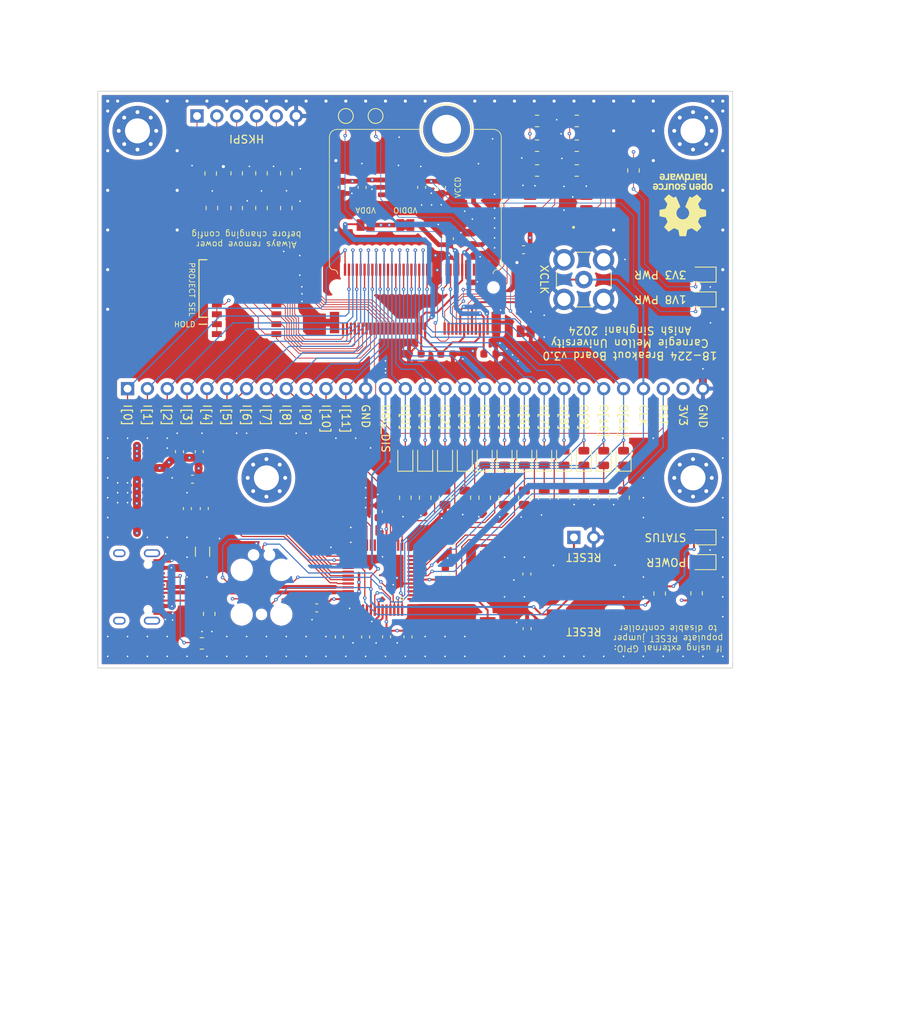
<source format=kicad_pcb>
(kicad_pcb (version 20240108) (generator "pcbnew") (generator_version "8.0")
  (layers (0 "F.Cu" signal) (1 "In1.Cu" signal) (2 "In2.Cu" signal) (31 "B.Cu" signal) (34 "B.Paste" user) (35 "F.Paste" user) (36 "B.SilkS" user "B.Silkscreen") (37 "F.SilkS" user "F.Silkscreen") (38 "B.Mask" user) (39 "F.Mask" user) (44 "Edge.Cuts" user))
  (net 0 "")
  (net 1 "+3V3")
  (net 2 "GND")
  (net 3 "+1V8")
  (net 4 "vccd")
  (net 5 "vdda")
  (net 6 "vddio")
  (net 7 "Net-(D1-A)")
  (net 8 "mprj_io[4]_SCK")
  (net 9 "mprj_io[3]_CSB")
  (net 10 "mprj_io[2]_SDI")
  (net 11 "mprj_io[1]_SDO")
  (net 12 "mprj_io[0]")
  (net 13 "mprj_io[26]")
  (net 14 "mprj_io[27]")
  (net 15 "mprj_io[28]")
  (net 16 "mprj_io[29]")
  (net 17 "mprj_io[30]")
  (net 18 "mprj_io[31]")
  (net 19 "mprj_io[32]")
  (net 20 "mprj_io[33]")
  (net 21 "mprj_io[34]")
  (net 22 "mprj_io[35]")
  (net 23 "mprj_io[36]")
  (net 24 "mprj_io[37]")
  (net 25 "uio_clk")
  (net 26 "mprj_io[5]_ser_rx")
  (net 27 "~{RST}")
  (net 28 "Caravel_CSB")
  (net 29 "Caravel_SCK")
  (net 30 "Caravel_D0")
  (net 31 "Caravel_D1")
  (net 32 "Flash_WP")
  (net 33 "Flash_HOLD")
  (net 34 "mprj_io[6]_ser_tx")
  (net 35 "mprj_io[7]")
  (net 36 "mprj_io[13]")
  (net 37 "mprj_io[12]")
  (net 38 "mprj_io[11]")
  (net 39 "mprj_io[10]")
  (net 40 "mprj_io[9]")
  (net 41 "mprj_io[8]")
  (net 42 "gpio")
  (net 43 "Net-(U1-PA00)")
  (net 44 "Net-(U1-PA01)")
  (net 45 "Net-(U1-VDDCORE)")
  (net 46 "Net-(D2-K)")
  (net 47 "Net-(D3-K)")
  (net 48 "Net-(D4-A)")
  (net 49 "Net-(D6-K)")
  (net 50 "Net-(D7-K)")
  (net 51 "Net-(D8-A)")
  (net 52 "Net-(D9-K)")
  (net 54 "Net-(D10-K)")
  (net 55 "Net-(D11-K)")
  (net 56 "RESETn")
  (net 57 "Net-(D12-K)")
  (net 58 "+5V")
  (net 59 "Net-(D13-K)")
  (net 60 "Net-(D14-K)")
  (net 61 "Net-(D15-K)")
  (net 62 "Net-(D16-K)")
  (net 63 "Net-(F1-Pad2)")
  (net 64 "Net-(J5-CC1)")
  (net 70 "Net-(J5-CC2)")
  (net 74 "USB_DP")
  (net 75 "USB_DM")
  (net 76 "SWC")
  (net 77 "SWD")
  (net 78 "status")
  (net 79 "in0")
  (net 80 "in1")
  (net 81 "in2")
  (net 82 "in3")
  (net 83 "in4")
  (net 84 "in5")
  (net 85 "in6")
  (net 86 "in7")
  (net 87 "in8")
  (net 88 "in9")
  (net 89 "in10")
  (net 90 "in11")
  (footprint "LED_SMD:LED_0805_2012Metric" (layer "F.Cu") (at 223.52 123.19 90)
    (property "Reference" "D13" (hide yes))
    (property "Value" "LED")
  )
  (footprint "Package_TO_SOT_SMD:SOT-223-3_TabPin2" (layer "F.Cu") (at 179.01 127.61 90)
    (property "Reference" "U5" (hide yes))
    (property "Value" "AZ1117-3.3")
  )
  (footprint "Resistor_SMD:R_0805_2012Metric" (layer "F.Cu") (at 220.98 128.27 -90)
    (property "Reference" "R24" (hide yes))
    (property "Value" "1K")
  )
  (footprint "Symbol:OSHW-Logo_7.5x8mm_SilkScreen" (layer "F.Cu") (at 248.89 90.77 180)
    (property "Reference" "REF**" (hide yes))
    (property "Value" "OSHW-Logo_7.5x8mm_SilkScreen" (hide yes))
  )
  (footprint "LED_SMD:LED_0805_2012Metric" (layer "F.Cu") (at 236.22 123.19 90)
    (property "Reference" "D12" (hide yes))
    (property "Value" "LED")
  )
  (footprint "Capacitor_SMD:C_0603_1608Metric" (layer "F.Cu") (at 186.985 122.375 90)
    (property "Reference" "C22" (hide yes))
    (property "Value" "10u")
  )
  (footprint "Package_SO:SOIC-8_5.23x5.23mm_P1.27mm" (layer "F.Cu") (at 232.94 91.73 180)
    (property "Reference" "U4" (hide yes))
    (property "Value" "DNF")
  )
  (footprint "Jumper:SolderJumper-2_P1.3mm_Bridged2Bar_Pad1.0x1.5mm" (layer "F.Cu") (at 213.36 93.345 180)
    (property "Reference" "JP5" (hide yes))
    (property "Value" "VDDIO_JMP")
  )
  (footprint "Resistor_SMD:R_0805_2012Metric" (layer "F.Cu") (at 213.36 128.27 -90)
    (property "Reference" "R16" (hide yes))
    (property "Value" "1K")
  )
  (footprint "Capacitor_SMD:C_0603_1608Metric" (layer "F.Cu") (at 187.62 129.66 90)
    (property "Reference" "C18" (hide yes))
    (property "Value" "10u")
  )
  (footprint "Capacitor_SMD:C_0603_1608Metric" (layer "F.Cu") (at 214.61 109.84 180)
    (property "Reference" "C11" (hide yes))
    (property "Value" "1u")
  )
  (footprint "Resistor_SMD:R_0805_2012Metric" (layer "F.Cu") (at 230.2275 83.185)
    (property "Reference" "R10" (hide yes))
    (property "Value" "DNF")
  )
  (footprint "Jumper:SolderJumper-2_P1.3mm_Bridged2Bar_Pad1.0x1.5mm" (layer "F.Cu") (at 222.09 88.52 90)
    (property "Reference" "JP2" (hide yes))
    (property "Value" "VCCD_JMP")
  )
  (footprint "Connector_PinHeader_2.54mm:PinHeader_1x06_P2.54mm_Vertical" (layer "F.Cu") (at 186.69 79.375 90)
    (property "Reference" "J4" (hide yes))
    (property "Value" "HKSPI_HDR")
  )
  (footprint "Capacitor_SMD:C_0603_1608Metric" (layer "F.Cu") (at 207.83 88.52 -90)
    (property "Reference" "C12" (hide yes))
    (property "Value" "0.1u")
  )
  (footprint "TestPoint:TestPoint_Pad_D1.5mm" (layer "F.Cu") (at 205.74 79.375)
    (property "Reference" "TP1" (hide yes))
    (property "Value" "CARAVEL_GPIO_TP")
  )
  (footprint "MountingHole:MountingHole_3.2mm_M3_Pad_Via" (layer "F.Cu") (at 250.19 125.73)
    (property "Reference" "H4" (hide yes))
    (property "Value" "MountingHole")
  )
  (footprint "Connector_USB:USB_C_Receptacle_HRO_TYPE-C-31-M-12" (layer "F.Cu") (at 177.8 139.7 -90)
    (property "Reference" "J5" (hide yes))
    (property "Value" "USB_C_Receptacle_USB2.0")
  )
  (footprint "Resistor_SMD:R_0805_2012Metric" (layer "F.Cu") (at 188.4426 86.7391 90)
    (property "Reference" "R1" (hide yes))
    (property "Value" "10K")
  )
  (footprint "Resistor_SMD:R_0805_2012Metric" (layer "F.Cu") (at 245.9228 140.5382 90)
    (property "Reference" "R18" (hide yes))
    (property "Value" "1K")
  )
  (footprint "Resistor_SMD:R_0805_2012Metric" (layer "F.Cu") (at 218.44 128.27 -90)
    (property "Reference" "R22" (hide yes))
    (property "Value" "1K")
  )
  (footprint "Resistor_SMD:R_0805_2012Metric" (layer "F.Cu") (at 230.2275 86.36)
    (property "Reference" "R11" (hide yes))
    (property "Value" "DNF")
  )
  (footprint "MountingHole:MountingHole_3.2mm_M3_Pad_Via" (layer "F.Cu") (at 250.19 81.28)
    (property "Reference" "H2" (hide yes))
    (property "Value" "MountingHole")
  )
  (footprint "Resistor_SMD:R_0805_2012Metric" (layer "F.Cu") (at 236.22 128.27 -90)
    (property "Reference" "R25" (hide yes))
    (property "Value" "1K")
  )
  (footprint "Capacitor_SMD:C_0603_1608Metric" (layer "F.Cu") (at 185.46 129.66 90)
    (property "Reference" "C21" (hide yes))
    (property "Value" "1u")
  )
  (footprint "Crystal:Crystal_SMD_HC49-SD" (layer "F.Cu") (at 223.9 141.57 90)
    (property "Reference" "Y1" (hide yes))
    (property "Value" "32.768KHz")
  )
  (footprint "Resistor_SMD:R_0805_2012Metric" (layer "F.Cu") (at 242.57 86.36 90)
    (property "Reference" "R15" (hide yes))
    (property "Value" "1K")
  )
  (footprint "Package_QFP:TQFP-48_7x7mm_P0.5mm" (layer "F.Cu") (at 210.2 138.51 180)
    (property "Reference" "U1" (hide yes))
    (property "Value" "ATSAMD21G18A-A")
  )
  (footprint "LED_SMD:LED_0805_2012Metric" (layer "F.Cu") (at 241.3 123.19 90)
    (property "Reference" "D16" (hide yes))
    (property "Value" "LED")
  )
  (footprint "Capacitor_SMD:C_0603_1608Metric" (layer "F.Cu") (at 224.19 109.86)
    (property "Reference" "C19" (hide yes))
    (property "Value" "1u")
  )
  (footprint "MicroMod-Sparkfun:M.2-CONNECTOR-E" (layer "F.Cu") (at 214.6425 101.3375)
    (property "Reference" "U2" (hide yes))
    (property "Value" "caravel-M.2-card" (hide yes))
  )
  (footprint "MicroMod-Sparkfun:MicroMod-Standoff" (layer "F.Cu") (at 218.6432 81.0768 90)
    (property "Reference" "H1" (hide yes))
    (property "Value" "MICROMOD-Standoff")
  )
  (footprint "LED_SMD:LED_0805_2012Metric" (layer "F.Cu") (at 215.9 123.19 90)
    (property "Reference" "D6" (hide yes))
    (property "Value" "LED")
  )
  (footprint "Resistor_SMD:R_0805_2012Metric" (layer "F.Cu") (at 198.12 86.7175 90)
    (property "Reference" "R7" (hide yes))
    (property "Value" "10K")
  )
  (footprint "Resistor_SMD:R_0805_2012Metric" (layer "F.Cu") (at 223.52 128.27 -90)
    (property "Reference" "R26" (hide yes))
    (property "Value" "1K")
  )
  (footprint "LED_SMD:LED_0805_2012Metric" (layer "F.Cu") (at 251.445 136.525 180)
    (property "Reference" "D8" (hide yes))
    (property "Value" "LED")
  )
  (footprint "LED_SMD:LED_0805_2012Metric" (layer "F.Cu") (at 220.98 123.19 90)
    (property "Reference" "D11" (hide yes))
    (property "Value" "LED")
  )
  (footprint "Resistor_SMD:R_0805_2012Metric" (layer "F.Cu") (at 235.3075 86.36)
    (property "Reference" "R13" (hide yes))
    (property "Value" "DNF")
  )
  (footprint "Resistor_SMD:R_0805_2012Metric" (layer "F.Cu") (at 233.68 128.27 -90)
    (property "Reference" "R23" (hide yes))
    (property "Value" "1K")
  )
  (footprint "Capacitor_SMD:C_0603_1608Metric" (layer "F.Cu") (at 210.96 146.08 -90)
    (property "Reference" "C5" (hide yes))
    (property "Value" "0.1u")
  )
  (footprint "Resistor_SMD:R_0805_2012Metric" (layer "F.Cu") (at 226.06 128.27 -90)
    (property "Reference" "R28" (hide yes))
    (property "Value" "1K")
  )
  (footprint "Capacitor_SMD:C_0603_1608Metric" (layer "F.Cu") (at 204.91 146.1 -90)
    (property "Reference" "C3" (hide yes))
    (property "Value" "0.1u")
  )
  (footprint "LED_SMD:LED_0805_2012Metric" (layer "F.Cu") (at 233.68 123.19 90)
    (property "Reference" "D10" (hide yes))
    (property "Value" "LED")
  )
  (footprint "MountingHole:MountingHole_3.2mm_M3_Pad_Via" (layer "F.Cu") (at 179.07 81.28)
    (property "Reference" "H3" (hide yes))
    (property "Value" "MountingHole")
  )
  (footprint "Capacitor_SMD:C_0603_1608Metric" (layer "F.Cu") (at 209.9 130.05 90)
    (property "Reference" "C8" (hide yes))
    (property "Value" "0.1u")
  )
  (footprint "LED_SMD:LED_0805_2012Metric" (layer "F.Cu") (at 251.46 102.87 180)
    (property "Reference" "D5" (hide yes))
    (property "Value" "1V8")
  )
  (footprint "Resistor_SMD:R_0805_2012Metric" (layer "F.Cu") (at 238.76 128.27 -90)
    (property "Reference" "R27" (hide yes))
    (property "Value" "1K")
  )
  (footprint "Capacitor_SMD:C_0603_1608Metric" (layer "F.Cu") (at 221.95 95.08 90)
    (property "Reference" "C13" (hide yes))
    (property "Value" "0.1u")
  )
  (footprint "Capacitor_SMD:C_0603_1608Metric" (layer "F.Cu") (at 213.7 146.09 -90)
    (property "Reference" "C4" (hide yes))
    (property "Value" "1u")
  )
  (footprint "Jumper:SolderJumper-2_P1.3mm_Bridged2Bar_Pad1.0x1.5mm" (layer "F.Cu") (at 228.77 106.95)
    (property "Reference" "JP4" (hide yes))
    (property "Value" "SOC_RST_JMP")
  )
  (footprint "Capacitor_SMD:C_0603_1608Metric" (layer "F.Cu") (at 228.95 145.04 -90)
    (property "Reference" "C1" (hide yes))
    (property "Value" "22p")
  )
  (footprint "Resistor_SMD:R_0805_2012Metric" (layer "F.Cu") (at 194.945 91.1625 90)
    (property "Reference" "R6" (hide yes))
    (property "Value" "10K")
  )
  (footprint "Capacitor_SMD:C_0603_1608Metric" (layer "F.Cu") (at 186.11 125.9 180)
    (property "Reference" "C23" (hide yes))
    (property "Value" "10u")
  )
  (footprint "Jumper:SolderJumper-2_P1.3mm_Bridged2Bar_Pad1.0x1.5mm" (layer "F.Cu") (at 208.28 93.345)
    (property "Reference" "JP3" (hide yes))
    (property "Value" "VDDA_JMP")
  )
  (footprint "Resistor_SMD:R_0805_2012Metric" (layer "F.Cu") (at 188.25 143.15 90)
    (property "Reference" "R31" (hide yes))
    (property "Value" "5.1K")
  )
  (footprint "Connector_Coaxial:SMB_Jack_Vertical" (layer "F.Cu") (at 236.21 100.33 -90)
    (property "Reference" "J2" (hide yes))
    (property "Value" "SMA_CONN")
  )
  (footprint "Resistor_SMD:R_0805_2012Metric" (layer "F.Cu") (at 188.595 91.1625 90)
    (property "Reference" "R2" (hide yes))
    (property "Value" "10K")
  )
  (footprint "Resistor_SMD:R_0805_2012Metric" (layer "F.Cu") (at 230.2275 80.01)
    (property "Reference" "R14" (hide yes))
    (property "Value" "DNF")
  )
  (footprint "LED_SMD:LED_0805_2012Metric" (layer "F.Cu") (at 251.445 133.35 180)
    (property "Reference" "D4" (hide yes))
    (property "Value" "LED")
  )
  (footprint "LED_SMD:LED_0805_2012Metric" (layer "F.Cu") (at 213.36 123.19 90)
    (property "Reference" "D2" (hide yes))
    (property "Value" "LED")
  )
  (footprint "LED_SMD:LED_0805_2012Metric" (layer "F.Cu") (at 218.44 123.19 90)
    (property "Reference" "D9" (hide yes))
    (property "Value" "LED")
  )
  (footprint "Resistor_SMD:R_0805_2012Metric" (layer "F.Cu") (at 235.3075 83.185)
    (property "Reference" "R12" (hide yes))
    (property "Value" "10K")
  )
  (footprint "Fuse:Fuse_1206_3216Metric_Pad1.42x1.75mm_HandSolder" (layer "F.Cu") (at 187.4 135.18 -90)
    (property "Reference" "F1" (hide yes))
    (property "Value" "500mA")
  )
  (footprint "Resistor_SMD:R_0805_2012Metric" (layer "F.Cu") (at 194.945 86.7175 90)
    (property "Reference" "R5" (hide yes))
    (property "Value" "10K")
  )
  (footprint "Capacitor_SMD:C_0603_1608Metric" (layer "F.Cu") (at 184.445 122.375 90)
    (property "Reference" "C24" (hide yes))
    (property "Value" "1u")
  )
  (footprint "Resistor_SMD:R_0805_2012Metric" (layer "F.Cu") (at 235.3075 80.01)
    (property "Reference" "R9" (hide yes))
    (property "Value" "DNF")
  )
  (footprint "Resistor_SMD:R_0805_2012Metric" (layer "F.Cu") (at 231.14 128.27 -90)
    (property "Reference" "R20" (hide yes))
    (property "Value" "1K")
  )
  (footprint "LED_SMD:LED_0805_2012Metric" (layer "F.Cu") (at 238.76 123.19 90)
    (property "Reference" "D14" (hide yes))
    (property "Value" "LED")
  )
  (footprint "Capacitor_SMD:C_0603_1608Metric" (layer "F.Cu") (at 205.29 88.52 -90)
    (property "Reference" "C10" (hide yes))
    (property "Value" "10u")
  )
  (footprint "Resistor_SMD:R_0805_2012Metric" (layer "F.Cu") (at 250.6472 140.5128 90)
    (property "Reference" "R21" (hide yes))
    (property "Value" "1K")
  )
  (footprint "Capacitor_SMD:C_0603_1608Metric" (layer "F.Cu") (at 208.28 146.1 90)
    (property "Reference" "C6" (hide yes))
    (property "Value" "1u")
  )
  (footprint "TestPoint:TestPoint_Pad_D1.5mm" (layer "F.Cu") (at 209.55 79.375 -90)
    (property "Reference" "TP2" (hide yes))
    (property "Value" "RST_TP")
  )
  (footprint "Connector:Tag-Connect_TC2050-IDC-FP_2x05_P1.27mm_Vertical" (layer "F.Cu") (at 194.945 139.41 90)
    (property "Reference" "J1" (hide yes))
    (property "Value" "TC2050")
  )
  (footprint "MountingHole:MountingHole_3.2mm_M3_Pad_Via" (layer "F.Cu") (at 195.58 125.73)
    (property "Reference" "H5" (hide yes))
    (property "Value" "MountingHole")
  )
  (footprint "Capacitor_SMD:C_0603_1608Metric" (layer "F.Cu") (at 215.45 88.52 -90)
    (property "Reference" "C16" (hide yes))
    (property "Value" "10u")
  )
  (footprint "LED_SMD:LED_0805_2012Metric" (layer "F.Cu") (at 251.46 99.695 180)
    (property "Reference" "D1" (hide yes))
    (property "Value" "3V3")
  )
  (footprint "Connector_PinHeader_2.54mm:PinHeader_1x30_P2.54mm_Vertical" (layer "F.Cu") (at 177.8 114.3 90)
    (property "Reference" "J3" (hide yes))
    (property "Value" "BREAKOUT_HDR")
  )
  (footprint "Capacitor_SMD:C_0603_1608Metric" (layer "F.Cu") (at 217.99 88.52 -90)
    (property "Reference" "C14" (hide yes))
    (property "Value" "1u")
  )
  (footprint "LED_SMD:LED_0805_2012Metric" (layer "F.Cu") (at 226.06 123.19 90)
    (property "Reference" "D15" (hide yes))
    (property "Value" "LED")
  )
  (footprint "Package_TO_SOT_SMD:SOT-23-5" (layer "F.Cu") (at 211.64 88.52)
    (property "Reference" "U3" (hide yes))
    (property "Value" "AP2112K-1.8")
  )
  (footprint "Resistor_SMD:R_0805_2012Metric" (layer "F.Cu") (at 215.9 128.27 -90)
    (property "Reference" "R19" (hide yes))
    (property "Value" "1K")
  )
  (footprint "Capacitor_SMD:C_0603_1608Metric_Pad1.08x0.95mm_HandSolder" (layer "F.Cu") (at 228.49 96.51 180)
    (property "Reference" "C17" (hide yes))
    (property "Value" "DNF")
  )
  (footprint "Connector_PinHeader_2.54mm:PinHeader_1x02_P2.54mm_Vertical" (layer "F.Cu") (at 234.945 133.35 90)
    (property "Reference" "JP1" (hide yes))
    (property "Value" "RST_JMP")
  )
  (footprint "Button_Switch_SMD:SW_Push_1P1T_NO_6x6mm_H9.5mm" (layer "F.Cu") (at 236.22 140.97)
    (property "Reference" "SW1" (hide yes))
    (property "Value" "RST_BTN")
  )
  (footprint "Resistor_SMD:R_0805_2012Metric" (layer "F.Cu") (at 191.77 91.1625 90)
    (property "Reference" "R4" (hide yes))
    (property "Value" "10K")
  )
  (footprint "Capacitor_SMD:C_0603_1608Metric" (layer "F.Cu") (at 202.02 142.38 180)
    (property "Reference" "C7" (hide yes))
    (property "Value" "0.1u")
  )
  (footprint "Capacitor_SMD:C_0603_1608Metric" (layer "F.Cu") (at 219 95.09 90)
    (property "Reference" "C20" (hide yes))
    (property "Value" "0.1u")
  )
  (footprint "Capacitor_SMD:C_0603_1608Metric" (layer "F.Cu") (at 218.48 138.04 90)
    (property "Reference" "C9" (hide yes))
    (property "Value" "0.1u")
  )
  (footprint "Resistor_SMD:R_0805_2012Metric" (layer "F.Cu") (at 241.3 128.27 -90)
    (property "Reference" "R29" (hide yes))
    (property "Value" "1K")
  )
  (footprint "Resistor_SMD:R_0805_2012Metric" (layer "F.Cu") (at 187.31 146.93 180)
    (property "Reference" "R30" (hide yes))
    (property "Value" "5.1K")
  )
  (footprint "Capacitor_SMD:C_0603_1608Metric" (layer "F.Cu") (at 218.67 109.87)
    (property "Reference" "C15" (hide yes))
    (property "Value" "1u")
  )
  (footprint "Resistor_SMD:R_0805_2012Metric" (layer "F.Cu") (at 228.6 128.27 -90)
    (property "Reference" "R17" (hide yes))
    (property "Value" "1K")
  )
  (footprint "LED_SMD:LED_0805_2012Metric" (layer "F.Cu") (at 231.14 123.19 90)
    (property "Reference" "D7" (hide yes))
    (property "Value" "LED")
  )
  (footprint "Resistor_SMD:R_0805_2012Metric" (layer "F.Cu") (at 198.12 91.1625 90)
    (property "Reference" "R8" (hide yes))
    (property "Value" "10K")
  )
  (footprint "Button_Switch_SMD:SW_DIP_SPSTx08_Slide_KingTek_DSHP08TS_W7.62mm_P1.27mm" (layer "F.Cu") (at 193.04 102.87)
    (property "Reference" "SW2" (hide yes))
    (property "Value" "DSHP08TSGER")
  )
  (footprint "Resistor_SMD:R_0805_2012Metric" (layer "F.Cu") (at 191.77 86.7175 90)
    (property "Reference" "R3" (hide yes))
    (property "Value" "10K")
  )
  (footprint "Capacitor_SMD:C_0603_1608Metric" (layer "F.Cu") (at 228.92 138.05 90)
    (property "Reference" "C2" (hide yes))
    (property "Value" "22p")
  )
  (footprint "LED_SMD:LED_0805_2012Metric" (layer "F.Cu") (at 228.6 123.19 90)
    (property "Reference" "D3" (hide yes))
    (property "Value" "LED")
  )
  (gr_line (start 186.944 105.156) (end 187.96 105.156) (stroke (width 0.15)) (layer "F.SilkS"))
  (gr_line (start 186.944 106.045) (end 187.96 106.045) (stroke (width 0.15)) (layer "F.SilkS"))
  (gr_line (start 187.96 97.79) (end 186.944 97.79) (stroke (width 0.15)) (layer "F.SilkS"))
  (gr_line (start 186.944 97.79) (end 186.944 105.156) (stroke (width 0.15)) (layer "F.SilkS"))
  (gr_rect (start 173.99 76.2) (end 255.27 150.09) (stroke (width 0.1)) (fill none) (layer "Edge.Cuts"))
  (gr_text "O[0]" (at 213.36 116.205 270) (layer "F.SilkS") (effects (font (size 1 1)) (justify left)))
  (gr_text "GND" (at 251.46 116.205 270) (layer "F.SilkS") (effects (font (size 1 1)) (justify left)))
  (gr_text "POWER" (at 249.428 136.525 180) (layer "F.SilkS") (effects (font (size 1 1)) (justify left)))
  (gr_text "CLK" (at 243.84 116.205 270) (layer "F.SilkS") (effects (font (size 1 1)) (justify left)))
  (gr_text "3V3" (at 248.92 116.205 270) (layer "F.SilkS") (effects (font (size 1 1)) (justify left)))
  (gr_text "18-224 Breakout Board v3.0\nCarnegie Mellon University\nAnish Singhani 2024" (at 242.1 108.48 180) (layer "F.SilkS") (effects (font (size 1 1))))
  (gr_text "Always remove power\nbefore changing config" (at 193.01 95.21 180) (layer "F.SilkS") (effects (font (size 0.8 0.8) (thickness 0.1))))
  (gr_text "VDDIO" (at 213.36 91.44 180) (layer "F.SilkS") (effects (font (size 0.7 0.7) (thickness 0.1))))
  (gr_text "I[8]" (at 198.12 116.205 270) (layer "F.SilkS") (effects (font (size 1 1)) (justify left)))
  (gr_text "DBG_DIS" (at 210.82 116.205 270) (layer "F.SilkS") (effects (font (size 1 1)) (justify left)))
  (gr_text "RESET" (at 236.22 135.89 180) (layer "F.SilkS") (effects (font (size 1 1))))
  (gr_text "RST" (at 246.38 116.205 270) (layer "F.SilkS") (effects (font (size 1 1)) (justify left)))
  (gr_text "O[11]" (at 241.3 116.205 270) (layer "F.SilkS") (effects (font (size 1 1)) (justify left)))
  (gr_text "I[1]" (at 180.34 116.205 270) (layer "F.SilkS") (effects (font (size 1 1)) (justify left)))
  (gr_text "O[10]" (at 238.76 116.205 270) (layer "F.SilkS") (effects (font (size 1 1)) (justify left)))
  (gr_text "If using external GPIO:\npopulate RESET jumper\nto disable controller" (at 247.01 146.3 180) (layer "F.SilkS") (effects (font (size 0.8 0.8) (thickness 0.1))))
  (gr_text "O[7]" (at 231.14 116.205 270) (layer "F.SilkS") (effects (font (size 1 1)) (justify left)))
  (gr_text "I[3]" (at 185.42 116.205 270) (layer "F.SilkS") (effects (font (size 1 1)) (justify left)))
  (gr_text "I[4]" (at 187.96 116.205 270) (layer "F.SilkS") (effects (font (size 1 1)) (justify left)))
  (gr_text "O[1]" (at 215.9 116.205 270) (layer "F.SilkS") (effects (font (size 1 1)) (justify left)))
  (gr_text "I[2]" (at 182.88 116.205 270) (layer "F.SilkS") (effects (font (size 1 1)) (justify left)))
  (gr_text "O[5]" (at 226.06 116.205 270) (layer "F.SilkS") (effects (font (size 1 1)) (justify left)))
  (gr_text "VDDA" (at 208.28 91.44 180) (layer "F.SilkS") (effects (font (size 0.7 0.7) (thickness 0.1))))
  (gr_text "O[3]" (at 220.98 116.205 270) (layer "F.SilkS") (effects (font (size 1 1)) (justify left)))
  (gr_text "RESET" (at 236.22 145.415 180) (layer "F.SilkS") (effects (font (size 1 1))))
  (gr_text "STATUS" (at 249.428 133.35 180) (layer "F.SilkS") (effects (font (size 1 1)) (justify left)))
  (gr_text "O[8]" (at 233.68 116.205 270) (layer "F.SilkS") (effects (font (size 1 1)) (justify left)))
  (gr_text "PROJECT SEL" (at 186.436 101.6 270) (layer "F.SilkS") (effects (font (size 0.7 0.7) (thickness 0.1)) (justify top)))
  (gr_text "3V3 PWR" (at 249.428 99.695 180) (layer "F.SilkS") (effects (font (size 1 1)) (justify left)))
  (gr_text "I[10]" (at 203.2 116.205 270) (layer "F.SilkS") (effects (font (size 1 1)) (justify left)))
  (gr_text "I[6]" (at 193.04 116.205 270) (layer "F.SilkS") (effects (font (size 1 1)) (justify left)))
  (gr_text "HKSPI" (at 193.04 82.296 180) (layer "F.SilkS") (effects (font (size 1 1))))
  (gr_text "O[6]" (at 228.6 116.205 270) (layer "F.SilkS") (effects (font (size 1 1)) (justify left)))
  (gr_text "I[7]" (at 195.58 116.205 270) (layer "F.SilkS") (effects (font (size 1 1)) (justify left)))
  (gr_text "GND" (at 208.28 116.205 270) (layer "F.SilkS") (effects (font (size 1 1)) (justify left)))
  (gr_text "I[9]" (at 200.66 116.205 270) (layer "F.SilkS") (effects (font (size 1 1)) (justify left)))
  (gr_text "VCCD" (at 220.091 88.519 90) (layer "F.SilkS") (effects (font (size 0.7 0.7) (thickness 0.1))))
  (gr_text "O[9]" (at 236.22 116.205 270) (layer "F.SilkS") (effects (font (size 1 1)) (justify left)))
  (gr_text "O[2]" (at 218.44 116.205 270) (layer "F.SilkS") (effects (font (size 1 1)) (justify left)))
  (gr_text "1V8 PWR" (at 249.428 102.87 180) (layer "F.SilkS") (effects (font (size 1 1)) (justify left)))
  (gr_text "I[11]" (at 205.74 116.205 270) (layer "F.SilkS") (effects (font (size 1 1)) (justify left)))
  (gr_text "HOLD" (at 186.563 105.664 0) (layer "F.SilkS") (effects (font (size 0.7 0.7) (thickness 0.1)) (justify right top)))
  (gr_text "XCLK" (at 231.14 100.33 -90) (layer "F.SilkS") (effects (font (size 1 1))))
  (gr_text "I[0]" (at 177.8 116.205 -90) (layer "F.SilkS") (effects (font (size 1 1)) (justify left)))
  (gr_text "I[5]" (at 190.5 116.205 270) (layer "F.SilkS") (effects (font (size 1 1)) (justify left)))
  (gr_text "O[4]" (at 223.52 116.205 270) (layer "F.SilkS") (effects (font (size 1 1)) (justify left)))
  (segment (start 211.2 87.57) (end 210.5025 87.57) (width 0.1) (layer "F.Cu") (net 1))
  (segment (start 186.885 125.9) (end 186.885 124.525) (width 1) (layer "F.Cu") (net 1))
  (segment (start 229.315 80.01) (end 229.315 81.6572) (width 0.1) (layer "F.Cu") (net 1))
  (segment (start 211.3026 93.345) (end 210.2358 93.345) (width 0.6) (layer "F.Cu") (net 1))
  (segment (start 179 126.22) (end 179.01 126.21) (width 1) (layer "F.Cu") (net 1))
  (segment (start 179 122.93) (end 179.01 122.92) (width 1) (layer "F.Cu") (net 1))
  (segment (start 210.94 144.15) (end 210.95 144.16) (width 0.25) (layer "F.Cu") (net 1))
  (segment (start 210.95 132.27) (end 210.94 132.26) (width 0.25) (layer "F.Cu") (net 1))
  (segment (start 185.715 123.15) (end 184.445 123.15) (width 1) (layer "F.Cu") (net 1))
  (segment (start 210.2358 93.345) (end 208.93 93.345) (width 0.6) (layer "F.Cu") (net 1))
  (segment (start 186.985 123.15) (end 185.735 123.15) (width 1) (layer "F.Cu") (net 1))
  (segment (start 229.34 94.98) (end 229.34 95.37) (width 0.6) (layer "F.Cu") (net 1))
  (segment (start 179.01 127.11) (end 179.01 126.23) (width 1) (layer "F.Cu") (net 1))
  (segment (start 179.01 129.02) (end 178.98 128.99) (width 1) (layer "F.Cu") (net 1))
  (segment (start 182.425 124.46) (end 183.375 123.51) (width 1) (layer "F.Cu") (net 1))
  (segment (start 179.01 130.76) (end 179.01 132.8) (width 1) (layer "F.Cu") (net 1))
  (segment (start 183.375 123.51) (end 183.41 123.51) (width 1) (layer "F.Cu") (net 1))
  (segment (start 185.725 123.16) (end 185.715 123.15) (width 1) (layer "F.Cu") (net 1))
  (segment (start 179.01 122.92) (end 179.01 122.3) (width 1) (layer "F.Cu") (net 1))
  (segment (start 229.34 95.37) (end 229.34 96.4975) (width 0.6) (layer "F.Cu") (net 1))
  (segment (start 210.95 145.295) (end 210.96 145.305) (width 0.25) (layer "F.Cu") (net 1))
  (segment (start 206.0375 141.26) (end 204.25 141.26) (width 0.25) (layer "F.Cu") (net 1))
  (segment (start 211.67 88.9) (end 211.67 88.04) (width 0.1) (layer "F.Cu") (net 1))
  (segment (start 213.69 145.305) (end 213.7 145.315) (width 0.25) (layer "F.Cu") (net 1))
  (segment (start 207.83 87.745) (end 208.005 87.57) (width 0.6) (layer "F.Cu") (net 1))
  (segment (start 193.58 141.22) (end 191.24 141.22) (width 0.15) (layer "F.Cu") (net 1))
  (segment (start 178.99 128.04) (end 179.01 128.02) (width 1) (layer "F.Cu") (net 1))
  (segment (start 206.59 87.745) (end 207.83 87.745) (width 0.6) (layer "F.Cu") (net 1))
  (segment (start 248.7403 141.4253) (end 248.7168 141.4018) (width 0.25) (layer "F.Cu") (net 1))
  (segment (start 210.95 142.6725) (end 210.95 144.14) (width 0.25) (layer "F.Cu") (net 1))
  (segment (start 179.01 124.46) (end 181.89 124.46) (width 1) (layer "F.Cu") (net 1))
  (segment (start 186.885 123.25) (end 186.985 123.15) (width 1) (layer "F.Cu") (net 1))
  (segment (start 234.395 81.6064) (end 234.395 80.01) (width 0.1) (layer "F.Cu") (net 1))
  (segment (start 179.01 128.06) (end 178.99 128.04) (width 1) (layer "F.Cu") (net 1))
  (segment (start 205.29 87.745) (end 206.59 87.745) (width 0.6) (layer "F.Cu") (net 1))
  (segment (start 229.34 93.635) (end 229.34 94.96) (width 0.6) (layer "F.Cu") (net 1))
  (segment (start 179.01 122.3) (end 179 122.29) (width 1) (layer "F.Cu") (net 1))
  (segment (start 212.31 145.3) (end 212.315 145.305) (width 0.25) (layer "F.Cu") (net 1))
  (segment (start 234.395 86.36) (end 234.395 81.6648) (width 0.1) (layer "F.Cu") (net 1))
  (segment (start 211.67 88.04) (end 211.2 87.57) (width 0.1) (layer "F.Cu") (net 1))
  (segment (start 181.89 124.46) (end 181.91 124.48) (width 1) (layer "F.Cu") (net 1))
  (segment (start 178.99 127.13) (end 179.01 127.11) (width 1) (layer "F.Cu") (net 1))
  (segment (start 250.6472 141.4253) (end 248.7403 141.4253) (width 0.25) (layer "F.Cu") (net 1))
  (segment (start 208.005 87.57) (end 209.115 87.57) (width 0.6) (layer "F.Cu") (net 1))
  (segment (start 179.01 126.23) (end 179 126.22) (width 1) (layer "F.Cu") (net 1))
  (segment (start 179.01 128.96) (end 179.01 128.06) (width 1) (layer "F.Cu") (net 1))
  (segment (start 190.246 103.505) (end 190.754 102.997) (width 0.1) (layer "F.Cu") (net 1))
  (segment (start 186.9 124.51) (end 186.885 124.495) (width 1) (layer "F.Cu") (net 1))
  (segment (start 179 122.29) (end 179.01 122.28) (width 1) (layer "F.Cu") (net 1))
  (segment (start 210.94 132.26) (end 210.95 132.25) (width 0.25) (layer "F.Cu") (net 1))
  (segment (start 194.31 141.95) (end 193.58 141.22) (width 0.15) (layer "F.Cu") (net 1))
  (segment (start 211.1 89.47) (end 211.67 88.9) (width 0.1) (layer "F.Cu") (net 1))
  (segment (start 229.315 81.6572) (end 229.3112 81.661) (width 0.1) (layer "F.Cu") (net 1))
  (segment (start 209.125 87.57) (end 210.5025 87.57) (width 0.6) (layer "F.Cu") (net 1))
  (segment (start 179.01 121.62) (end 179 121.61) (width 1) (layer "F.Cu") (net 1))
  (segment (start 179.01 127.15) (end 178.99 127.13) (width 1) (layer "F.Cu") (net 1))
  (segment (start 184.445 123.15) (end 183.77 123.15) (width 1) (layer "F.Cu") (net 1))
  (segment (start 179.01 126.21) (end 179.01 124.46) (width 1) (layer "F.Cu") (net 1))
  (segment (start 210.95 131.28) (end 210.61 130.94) (width 0.25) (layer "F.Cu") (net 1))
  (segment (start 209.115 87.57) (end 209.12 87.565) (width 0.6) (layer "F.Cu") (net 1))
  (segment (start 179.01 128.02) (end 179.01 127.15) (width 1) (layer "F.Cu") (net 1))
  (segment (start 179.01 124.46) (end 179.01 122.94) (width 1) (layer "F.Cu") (net 1))
  (segment (start 183.41 123.51) (end 183.41 123.475) (width 1) (layer "F.Cu") (net 1))
  (segment (start 242.57 85.4475) (end 242.57 83.9724) (width 0.1) (layer "F.Cu") (net 1))
  (segment (start 179.01 122.94) (end 179 122.93) (width 1) (layer "F.Cu") (net 1))
  (segment (start 214.3625 138.76) (end 216.45 138.76) (width 0.25) (layer "F.Cu") (net 1))
  (segment (start 216.45 138.76) (end 218.425 138.76) (width 0.25) (layer "F.Cu") (net 1))
  (segment (start 210.95 144.14) (end 210.94 144.15) (width 0.25) (layer "F.Cu") (net 1))
  (segment (start 181.91 124.48) (end 181.93 124.46) (width 1) (layer "F.Cu") (net 1))
  (segment (start 178.98 126.24) (end 179 126.22) (width 1) (layer "F.Cu") (net 1))
  (segment (start 229.3112 81.661) (end 229.315 81.6648) (width 0.1) (layer "F.Cu") (net 1))
  (segment (start 209.12 87.565) (end 209.125 87.57) (width 0.6) (layer "F.Cu") (net 1))
  (segment (start 183.77 123.15) (end 183.41 123.51) (width 1) (layer "F.Cu") (net 1))
  (segment (start 186.885 124.375) (end 186.885 123.25) (width 1) (layer "F.Cu") (net 1))
  (segment (start 210.61 130.94) (end 209.69 130.94) (width 0.25) (layer "F.Cu") (net 1))
  (segment (start 229.33 94.97) (end 229.34 94.98) (width 0.6) (layer "F.Cu") (net 1))
  (segment (start 210.95 134.3475) (end 210.95 132.27) (width 0.25) (layer "F.Cu") (net 1))
  (segment (start 204.23 141.26) (end 203.915 141.26) (width 0.25) (layer "F.Cu") (net 1))
  (segment (start 204.24 141.25) (end 204.23 141.26) (width 0.25) (layer "F.Cu") (net 1))
  (segment (start 178.98 128.99) (end 178.98 126.24) (width 1) (layer "F.Cu") (net 1))
  (segment (start 179 121.61) (end 179.01 121.6) (width 1) (layer "F.Cu") (net 1))
  (segment (start 203.915 141.26) (end 202.795 142.38) (width 0.25) (layer "F.Cu") (net 1))
  (segment (start 189.23 103.505) (end 190.246 103.505) (width 0.1) (layer "F.Cu") (net 1))
  (segment (start 178.98 128.99) (end 179.01 128.96) (width 1) (layer "F.Cu") (net 1))
  (segment (start 229.34 96.4975) (end 229.3525 96.51) (width 0.6) (layer "F.Cu") (net 1))
  (segment (start 218.425 138.76) (end 218.48 138.815) (width 0.25) (layer "F.Cu") (net 1))
  (segment (start 185.735 123.15) (end 185.725 123.16) (width 1) (layer "F.Cu") (net 1))
  (segment (start 210.96 145.305) (end 212.305 145.305) (width 0.25) (layer "F.Cu") (net 1))
  (segment (start 212.315 145.305) (end 213.69 145.305) (width 0.25) (layer "F.Cu") (net 1))
  (segment (start 210.95 132.25) (end 210.95 131.28) (width 0.25) (layer "F.Cu") (net 1))
  (segment (start 204.25 141.26) (end 204.24 141.25) (width 0.25) (layer "F.Cu") (net 1))
  (segment (start 212.71 93.345) (end 211.3026 93.345) (width 0.6) (layer "F.Cu") (net 1))
  (segment (start 181.93 124.46) (end 182.425 124.46) (width 1) (layer "F.Cu") (net 1))
  (segment (start 186.885 124.495) (end 186.885 124.425) (width 1) (layer "F.Cu") (net 1))
  (segment (start 186.885 124.525) (end 186.9 124.51) (width 1) (layer "F.Cu") (net 1))
  (segment (start 229.34 94.96) (end 229.33 94.97) (width 0.6) (layer "F.Cu") (net 1))
  (segment (start 229.315 81.6648) (end 229.315 86.36) (width 0.1) (layer "F.Cu") (net 1))
  (segment (start 234.3658 81.6356) (end 234.395 81.6064) (width 0.1) (layer "F.Cu") (net 1))
  (segment (start 210.95 144.16) (end 210.95 145.295) (width 0.25) (layer "F.Cu") (net 1))
  (segment (start 212.305 145.305) (end 212.31 145.3) (width 0.25) (layer "F.Cu") (net 1))
  (segment (start 234.395 81.6648) (end 234.3658 81.6356) (width 0.1) (layer "F.Cu") (net 1))
  (segment (start 179.01 130.76) (end 179.01 129.02) (width 1) (layer "F.Cu") (net 1))
  (segment (start 210.5025 89.47) (end 211.1 89.47) (width 0.1) (layer "F.Cu") (net 1))
  (segment (start 179.01 122.28) (end 179.01 121.62) (width 1) (layer "F.Cu") (net 1))
  (segment (start 189.23 98.425) (end 189.23 107.315) (width 0.1) (layer "F.Cu") (net 1))
  (via (at 178.98 128.99) (size 0.45) (drill 0.2) (layers "F.Cu" "B.Cu") (net 1))
  (via (at 211.3026 93.345) (size 0.45) (drill 0.2) (layers "F.Cu" "B.Cu") (net 1))
  (via (at 179.01 132.8) (size 0.45) (drill 0.2) (layers "F.Cu" "B.Cu") (net 1))
  (via (at 212.31 145.3) (size 0.45) (drill 0.2) (layers "F.Cu" "B.Cu") (net 1))
  (via (at 179 126.22) (size 0.45) (drill 0.2) (layers "F.Cu" "B.Cu") (net 1))
  (via (at 248.7168 141.4018) (size 0.45) (drill 0.2) (layers "F.Cu" "B.Cu") (net 1))
  (via (at 229.3112 81.661) (size 0.45) (drill 0.2) (layers "F.Cu" "B.Cu") (net 1))
  (via (at 204.24 141.25) (size 0.45) (drill 0.2) (layers "F.Cu" "B.Cu") (net 1))
  (via (at 183.1 123.74) (size 0.45) (drill 0.2) (layers "F.Cu" "B.Cu") (net 1))
  (via (at 178.99 128.04) (size 0.45) (drill 0.2) (layers "F.Cu" "B.Cu") (net 1))
  (via (at 229.33 94.97) (size 0.45) (drill 0.2) (layers "F.Cu" "B.Cu") (net 1))
  (via (at 186.9 124.51) (size 0.45) (drill 0.2) (layers "F.Cu" "B.Cu") (net 1))
  (via (at 191.24 141.22) (size 0.45) (drill 0.2) (layers "F.Cu" "B.Cu") (net 1))
  (via (at 179 122.29) (size 0.45) (drill 0.2) (layers "F.Cu" "B.Cu") (net 1))
  (via (at 216.45 138.76) (size 0.45) (drill 0.2) (layers "F.Cu" "B.Cu") (net 1))
  (via (at 210.2358 93.345) (size 0.45) (drill 0.2) (layers "F.Cu" "B.Cu") (net 1))
  (via (at 179 122.93) (size 0.45) (drill 0.2) (layers "F.Cu" "B.Cu") (net 1))
  (via (at 190.754 102.997) (size 0.45) (drill 0.2) (layers "F.Cu" "B.Cu") (net 1))
  (via (at 206.59 87.745) (size 0.45) (drill 0.2) (layers "F.Cu" "B.Cu") (net 1))
  (via (at 209.12 87.565) (size 0.45) (drill 0.2) (layers "F.Cu" "B.Cu") (net 1))
  (via (at 210.94 132.26) (size 0.45) (drill 0.2) (layers "F.Cu" "B.Cu") (net 1))
  (via (at 242.57 83.9724) (size 0.45) (drill 0.2) (layers "F.Cu" "B.Cu") (net 1))
  (via (at 234.3658 81.6356) (size 0.45) (drill 0.2) (layers "F.Cu" "B.Cu") (net 1))
  (via (at 179 121.61) (size 0.45) (drill 0.2) (layers "F.Cu" "B.Cu") (net 1))
  (via (at 210.94 144.15) (size 0.45) (drill 0.2) (layers "F.Cu" "B.Cu") (net 1))
  (via (at 181.91 124.48) (size 0.45) (drill 0.2) (layers "F.Cu" "B.Cu") (net 1))
  (via (at 185.725 123.16) (size 0.45) (drill 0.2) (layers "F.Cu" "B.Cu") (net 1))
  (via (at 178.99 127.13) (size 0.45) (drill 0.2) (layers "F.Cu" "B.Cu") (net 1))
  (segment (start 224.9925 108.0001) (end 225.4758 108.4834) (width 1) (layer "F.Cu") (net 2))
  (segment (start 194.945 90.25) (end 194.945 88.9762) (width 0.25) (layer "F.Cu") (net 2))
  (segment (start 210.5025 88.52) (end 209.35 88.52) (width 0.6) (layer "F.Cu") (net 2))
  (segment (start 201.245 142.38) (end 201.245 143.714) (width 0.25) (layer "F.Cu") (net 2))
  (segment (start 228.95 144.265) (end 227.6278 144.265) (width 0.25) (layer "F.Cu") (net 2))
  (segment (start 190.0936 85.8266) (end 191.7484 85.8266) (width 0.25) (layer "F.Cu") (net 2))
  (segment (start 210.45 132.5482) (end 210.2358 132.334) (width 0.25) (layer "F.Cu") (net 2))
  (segment (start 188.595 90.25) (end 188.595 89.027) (width 0.25) (layer "F.Cu") (net 2))
  (segment (start 220.98 130.1605) (end 220.71 130.4305) (width 0.15) (layer "F.Cu") (net 2))
  (segment (start 210.45 134.3475) (end 210.45 132.5482) (width 0.25) (layer "F.Cu") (net 2))
  (segment (start 224.9925 105.8375) (end 224.9925 108.0001) (width 1) (layer "F.Cu") (net 2))
  (segment (start 194.31 136.87) (end 194.31 136.89) (width 0.15) (layer "F.Cu") (net 2))
  (segment (start 209.09 88.78) (end 209.09 88.75) (width 0.6) (layer "F.Cu") (net 2))
  (segment (start 227.6275 96.51) (end 227.6275 98.1275) (width 0.25) (layer "F.Cu") (net 2))
  (segment (start 226.06 130.08) (end 225.43 130.71) (width 0.15) (layer "F.Cu") (net 2))
  (segment (start 196.4944 85.8266) (end 196.516 85.805) (width 0.25) (layer "F.Cu") (net 2))
  (segment (start 214.8925 104.3375) (end 214.8925 104.0775) (width 0.25) (layer "F.Cu") (net 2))
  (segment (start 206.515 89.295) (end 205.29 89.295) (width 0.6) (layer "F.Cu") (net 2))
  (segment (start 206.66 146.87) (end 206.665 146.875) (width 0.25) (layer "F.Cu") (net 2))
  (segment (start 209.625 146.875) (end 212.315 146.875) (width 0.25) (layer "F.Cu") (net 2))
  (segment (start 221.1425 97.9875) (end 221.721 97.409) (width 0.25) (layer "F.Cu") (net 2))
  (segment (start 215.45 89.295) (end 216.665 89.295) (width 0.6) (layer "F.Cu") (net 2))
  (segment (start 201.9975 105.8375) (end 200.12 103.96) (width 1) (layer "F.Cu") (net 2))
  (segment (start 225.5012 108.4834) (end 227.7872 110.7694) (width 1) (layer "F.Cu") (net 2))
  (segment (start 204.2925 105.8375) (end 201.9975 105.8375) (width 1) (layer "F.Cu") (net 2))
  (segment (start 206.665 146.875) (end 209.615 146.875) (width 0.25) (layer "F.Cu") (net 2))
  (segment (start 200.12 103.1306) (end 200.1266 103.124) (width 1) (layer "F.Cu") (net 2))
  (segment (start 212.325 146.875) (end 213.69 146.875) (width 0.25) (layer "F.Cu") (net 2))
  (segment (start 183.58 143.07) (end 183.58 143.9276) (width 0.25) (layer "F.Cu") (net 2))
  (segment (start 214.8925 106.6125) (end 214.8925 105.5375) (width 0.25) (layer "F.Cu") (net 2))
  (segment (start 191.77 85.805) (end 193.374 85.805) (width 0.25) (layer "F.Cu") (net 2))
  (segment (start 237.51 129.16) (end 237.5325 129.1825) (width 0.15) (layer "F.Cu") (net 2))
  (segment (start 212.32 146.87) (end 212.325 146.875) (width 0.25) (layer "F.Cu") (net 2))
  (segment (start 221.625 100.62) (end 222.58 100.62) (width 0.25) (layer "F.Cu") (net 2))
  (segment (start 223.52 129.1825) (end 223.52 129.96) (width 0.15) (layer "F.Cu") (net 2))
  (segment (start 215.9 129.99) (end 215.36 130.53) (width 0.15) (layer "F.Cu") (net 2))
  (segment (start 227.6278 144.265) (end 227.6094 144.2466) (width 0.25) (layer "F.Cu") (net 2))
  (segment (start 206.52 89.29) (end 206.515 89.295) (width 0.6) (layer "F.Cu") (net 2))
  (segment (start 225.4758 108.4834) (end 225.5012 108.4834) (width 1) (layer "F.Cu") (net 2))
  (segment (start 213.36 129.1825) (end 213.36 130.41) (width 0.15) (layer "F.Cu") (net 2))
  (segment (start 209.9 127.92) (end 209.84 127.86) (width 0.15) (layer "F.Cu") (net 2))
  (segment (start 221.721 97.409) (end 222.9358 97.409) (width 0.25) (layer "F.Cu") (net 2))
  (segment (start 252.3744 134.9756) (end 252.3825 134.9837) (width 0.25) (layer "F.Cu") (net 2))
  (segment (start 190.0682 85.852) (end 190.0936 85.8266) (width 0.25) (layer "F.Cu") (net 2))
  (segment (start 209.12 88.75) (end 209.35 88.52) (width 0.6) (layer "F.Cu") (net 2))
  (segment (start 228.6 130.33) (end 228.19 130.74) (width 0.15) (layer "F.Cu") (net 2))
  (segment (start 227.6275 98.1275) (end 227.65 98.15) (width 0.25) (layer "F.Cu") (net 2))
  (segment (start 211.97 139.26) (end 211.81 139.42) (width 0.25) (layer "F.Cu") (net 2))
  (segment (start 207.83 89.295) (end 206.525 89.295) (width 0.6) (layer "F.Cu") (net 2))
  (segment (start 252.3975 101.2721) (end 252.3975 102.87) (width 0.1) (layer "F.Cu") (net 2))
  (segment (start 220.4514 94.315) (end 220.472 94.3356) (width 1) (layer "F.Cu") (net 2))
  (segment (start 214.8925 106.6125) (end 214.8925 108.7825) (width 0.25) (layer "F.Cu") (net 2))
  (segment (start 221.94 94.315) (end 221.95 94.305) (width 1) (layer "F.Cu") (net 2))
  (segment (start 216.69 89.27) (end 216.715 89.295) (width 0.6) (layer "F.Cu") (net 2))
  (segment (start 210.82 110.744) (end 211.0486 110.744) (width 1) (layer "F.Cu") (net 2))
  (segment (start 217.242 97.21) (end 217.2208 97.2312) (width 0.25) (layer "F.Cu") (net 2))
  (segment (start 234.9375 129.1825) (end 234.97 129.15) (width 0.15) (layer "F.Cu") (net 2))
  (segment (start 218.44 129.1825) (end 218.44 130.48) (width 0.15) (layer "F.Cu") (net 2))
  (segment (start 235.0025 129.1825) (end 236.22 129.1825) (width 0.15) (layer "F.Cu") (net 2))
  (segment (start 229.42 104.48) (end 229.43 104.47) (width 0.1) (layer "F.Cu") (net 2))
  (segment (start 196.516 85.805) (end 198.12 85.805) (width 0.25) (layer "F.Cu") (net 2))
  (segment (start 191.77 90.25) (end 193.1124 90.25) (width 0.25) (layer "F.Cu") (net 2))
  (segment (start 252.4252 105.8672) (end 252.4252 102.8977) (width 1) (layer "F.Cu") (net 2))
  (segment (start 237.5325 129.1825) (end 238.76 129.1825) (width 0.15) (layer "F.Cu") (net 2))
  (segment (start 207.83 89.295) (end 208.575 89.295) (width 0.6) (layer "F.Cu") (net 2))
  (segment (start 220.4926 94.315) (end 221.94 94.315) (width 1) (layer "F.Cu") (net 2))
  (segment (start 210.45 134.3475) (end 210.45 135.83) (width 0.25) (layer "F.Cu") (net 2))
  (segment (start 209.95 142.6725) (end 209.95 143.475685) (width 0.25) (layer "F.Cu") (net 2))
  (segment (start 201.245 143.714) (end 201.422 143.891) (width 0.25) (layer "F.Cu") (net 2))
  (segment (start 236.22 129.1825) (end 237.4875 129.1825) (width 0.15) (layer "F.Cu") (net 2))
  (segment (start 214.3625 139.26) (end 213.35 139.26) (width 0.25) (layer "F.Cu") (net 2))
  (segment (start 223.52 129.96) (end 222.77 130.71) (width 0.15) (layer "F.Cu") (net 2))
  (segment (start 231.14 130.14) (end 230.8 130.48) (width 0.15) (layer "F.Cu") (net 2))
  (segment (start 229.42 106.95) (end 229.42 104.48) (width 0.1) (layer "F.Cu") (net 2))
  (segment (start 210.45 135.83) (end 210.44 135.84) (width 0.25) (layer "F.Cu") (net 2))
  (segment (start 220.98 129.1825) (end 220.98 130.1605) (width 0.15) (layer "F.Cu") (net 2))
  (segment (start 213.36 130.41) (end 213.07 130.7) (width 0.15) (layer "F.Cu") (net 2))
  (segment (start 206.0375 140.76) (end 206.96 140.76) (width 0.25) (layer "F.Cu") (net 2))
  (segment (start 216.715 89.295) (end 217.99 89.295) (width 0.6) (layer "F.Cu") (net 2))
  (segment (start 252.3998 101.2698) (end 252.3975 101.2721) (width 0.1) (layer "F.Cu") (net 2))
  (segment (start 194.31 136.87) (end 194.7807 136.3993) (width 0.15) (layer "F.Cu") (net 2))
  (segment (start 181.845 143.0592) (end 182.6514 143.8656) (width 0.25) (layer "F.Cu") (net 2))
  (segment (start 194.7807 136.3993) (end 194.7807 134.6207) (width 0.15) (layer "F.Cu") (net 2))
  (segment (start 252.3975 99.695) (end 252.3975 101.2675) (width 0.1) (layer "F.Cu") (net 2))
  (segment (start 218.48 137.265) (end 218.48 136.32) (width 0.15) (layer "F.Cu") (net 2))
  (segment (start 216.665 89.295) (end 216.69 89.27) (width 0.6) (layer "F.Cu") (net 2))
  (segment (start 231.14 129.1825) (end 231.14 130.14) (width 0.15) (layer "F.Cu") (net 2))
  (segment (start 252.3825 134.9837) (end 252.3825 136.525) (width 0.25) (layer "F.Cu") (net 2))
  (segment (start 206.0375 140.76) (end 206.840685 140.76) (width 0.25) (layer "F.Cu") (net 2))
  (segment (start 200.12 103.96) (end 200.12 103.1306) (width 1) (layer "F.Cu") (net 2))
  (segment (start 207.1 141.57) (end 206.23 142.44) (width 0.25) (layer "F.Cu") (net 2))
  (segment (start 209.09 88.75) (end 209.12 88.75) (width 0.6) (layer "F.Cu") (net 2))
  (segment (start 198.12 90.25) (end 198.12 88.9762) (width 0.25) (layer "F.Cu") (net 2))
  (segment (start 219.6425 97.8925) (end 218.96 97.21) (width 0.25) (layer "F.Cu") (net 2))
  (segment (start 200.12 101.27) (end 200.11 101.26) (width 1) (layer "F.Cu") (net 2))
  (segment (start 183.58 143.9276) (end 183.5658 143.9418) (width 0.25) (layer "F.Cu") (net 2))
  (segment (start 251.46 106.8324) (end 252.4252 105.8672) (width 1) (layer "F.Cu") (net 2))
  (segment (start 193.3956 85.8266) (end 193.4172 85.805) (width 0.25) (layer "F.Cu") (net 2))
  (segment (start 238.76 129.1825) (end 240.0075 129.1825) (width 0.15) (layer "F.Cu") (net 2))
  (segment (start 209.95 142.6725) (end 209.95 141.4) (width 0.25) (layer "F.Cu") (net 2))
  (segment (start 181.845 142.95) (end 183.46 142.95) (width 0.25) (layer "F.Cu") (net 2))
  (segment (start 215.43 103.54) (end 217.4494 101.5206) (width 0.25) (layer "F.Cu") (net 2))
  (segment (start 200.12 103.1174) (end 200.12 102.1654) (width 1) (layer "F.Cu") (net 2))
  (segment (start 252.3825 134.9675) (end 252.3744 134.9756) (width 0.25) (layer "F.Cu") (net 2))
  (segment (start 183.29 136.45) (end 183.45 136.29) (width 0.25) (layer "F.Cu") (net 2))
  (segment (start 228.6 129.1825) (end 228.6 130.33) (width 0.15) (layer "F.Cu") (net 2))
  (segment (start 221.1425 100.1375) (end 221.625 100.62) (width 0.25) (layer "F.Cu") (net 2))
  (segment (start 194.945 85.805) (end 196.4728 85.805) (width 0.25) (layer "F.Cu") (net 2))
  (segment (start 219 94.315) (end 220.4514 94.315) (width 1) (layer "F.Cu") (net 2))
  (segment (start 218.44 130.48) (end 218.02 130.9) (width 0.15) (layer "F.Cu") (net 2))
  (segment (start 212.315 146.875) (end 212.32 146.87) (width 0.25) (layer "F.Cu") (net 2))
  (segment (start 194.7807 134.6207) (end 194.29 134.13) (width 0.15) (layer "F.Cu") (net 2))
  (segment (start 209.62 146.87) (end 209.625 146.875) (width 0.25) (layer "F.Cu") (net 2))
  (segment (start 228.92 138.825) (end 227.2678 138.825) (width 0.25) (layer "F.Cu") (net 2))
  (segment (start 234.97 129.15) (end 235.0025 129.1825) (width 0.15) (layer "F.Cu") (net 2))
  (segment (start 206.525 89.295) (end 206.52 89.29) (width 0.6) (layer "F.Cu") (net 2))
  (segment (start 213.08 139.26) (end 212.36 138.54) (width 0.25) (layer "F.Cu") (net 2))
  (segment (start 188.595 89.027) (end 188.6458 88.9762) (width 0.25) (layer "F.Cu") (net 2))
  (segment (start 252.3975 101.2675) (end 252.3998 101.2698) (width 0.1) (layer "F.Cu") (net 2))
  (segment (start 200.12 102.1522) (end 200.12 101.27) (width 1) (layer "F.Cu") (net 2))
  (segment (start 227.2678 138.825) (end 227.2538 138.811) (width 0.25) (layer "F.Cu") (net 2))
  (segment (start 200.12 102.1654) (end 200.1266 102.1588) (width 1) (layer "F.Cu") (net 2))
  (segment (start 209.95 143.475685) (end 209.305685 144.12) (width 0.25) (layer "F.Cu") (net 2))
  (segment (start 215.9 129.1825) (end 215.9 129.99) (width 0.15) (layer "F.Cu") (net 2))
  (segment (start 183.46 142.95) (end 183.58 143.07) (width 0.25) (layer "F.Cu") (net 2))
  (segment (start 206.655 146.875) (end 206.66 146.87) (width 0.25) (layer "F.Cu") (net 2))
  (segment (start 220.472 94.3356) (end 220.4926 94.315) (width 1) (layer "F.Cu") (net 2))
  (segment (start 181.845 136.45) (end 183.29 136.45) (width 0.25) (layer "F.Cu") (net 2))
  (segment (start 252.3825 133.35) (end 252.3825 134.9675) (width 0.25) (layer "F.Cu") (net 2))
  (segment (start 211.0486 110.744) (end 211.9526 109.84) (width 1) (layer "F.Cu") (net 2))
  (segment (start 240.0525 129.1825) (end 241.3 129.1825) (width 0.15) (layer "F.Cu") (net 2))
  (segment (start 237.4875 129.1825) (end 237.51 129.16) (width 0.15) (layer "F.Cu") (net 2))
  (segment (start 233.68 129.1825) (end 234.9375 129.1825) (width 0.15) (layer "F.Cu") (net 2))
  (segment (start 196.4728 85.805) (end 196.4944 85.8266) (width 0.25) (layer "F.Cu") (net 2))
  (segment (start 226.06 129.1825) (end 226.06 130.08) (width 0.15) (layer "F.Cu") (net 2))
  (segment (start 209.615 146.875) (end 209.62 146.87) (width 0.25) (layer "F.Cu") (net 2))
  (segment (start 218.48 136.32) (end 218.79 136.01) (width 0.15) (layer "F.Cu") (net 2))
  (segment (start 190.0428 85.8266) (end 190.0682 85.852) (width 0.25) (layer "F.Cu") (net 2))
  (segment (start 224.9925 104.809) (end 225.552 104.2495) (width 0.25) (layer "F.Cu") (net 2))
  (segment (start 210.82 110.9726) (end 210.82 110.744) (width 1) (layer "F.Cu") (net 2))
  (segment (start 206.840685 140.76) (end 207.1 141.019315) (width 0.25) (layer "F.Cu") (net 2))
  (segment (start 240.0075 129.1825) (end 240.03 129.16) (width 0.15) (layer "F.Cu") (net 2))
  (segment (start 212.36 138.54) (end 212.2805 138.54) (width 0.25) (layer "F.Cu") (net 2))
  (segment (start 181.845 136.45) (end 181.845 136.29) (width 0.25) (layer "F.Cu") (net 2))
  (segment (start 213.35 139.26) (end 213.08 139.26) (width 0.25) (layer "F.Cu") (net 2))
  (segment (start 193.4172 85.805) (end 194.945 85.805) (width 0.25) (layer "F.Cu") (net 2))
  (segment (start 217.4494 101.5206) (end 217.4494 99.1108) (width 0.25) (layer "F.Cu") (net 2))
  (segment (start 224.9925 105.8375) (end 224.9925 104.809) (width 0.25) (layer "F.Cu") (net 2))
  (segment (start 209.9 129.275) (end 209.9 127.92) (width 0.15) (layer "F.Cu") (net 2))
  (segment (start 181.845 136.29) (end 182.6768 135.4582) (width 0.25) (layer "F.Cu") (net 2))
  (segment (start 213.35 139.26) (end 211.97 139.26) (width 0.25) (layer "F.Cu") (net 2))
  (segment (start 198.12 88.9762) (end 198.1454 88.9508) (width 0.25) (layer "F.Cu") (net 2))
  (segment (start 191.7484 85.8266) (end 191.77 85.805) (width 0.25) (layer "F.Cu") (net 2))
  (segment (start 252.4252 102.8977) (end 252.3975 102.87) (width 1) (layer "F.Cu") (net 2))
  (segment (start 251.46 114.3) (end 251.7902 114.3) (width 0.25) (layer "F.Cu") (net 2))
  (segment (start 204.91 146.875) (end 206.655 146.875) (width 0.25) (layer "F.Cu") (net 2))
  (segment (start 214.8925 108.7825) (end 213.835 109.84) (width 0.25) (layer "F.Cu") (net 2))
  (segment (start 200.1266 103.124) (end 200.12 103.1174) (width 1) (layer "F.Cu") (net 2))
  (segment (start 251.46 114.3) (end 251.46 107.442) (width 1) (layer "F.Cu") (net 2))
  (segment (start 214.8925 105.5375) (end 214.8925 104.3375) (width 0.25) (layer "F.Cu") (net 2))
  (segment (start 181.845 142.95) (end 181.845 143.0592) (width 0.25) (layer "F.Cu") (net 2))
  (segment (start 193.1124 90.25) (end 193.1162 90.2462) (width 0.25) (layer "F.Cu") (net 2))
  (segment (start 207.1 141.019315) (end 207.1 141.57) (width 0.25) (layer "F.Cu") (net 2))
  (segment (start 221.1425 99.0625) (end 221.1425 97.9875) (width 0.25) (layer "F.Cu") (net 2))
  (segment (start 209.305685 144.12) (end 209.07 144.12) (width 0.25) (layer "F.Cu") (net 2))
  (segment (start 240.03 129.16) (end 240.0525 129.1825) (width 0.15) (layer "F.Cu") (net 2))
  (segment (start 206.96 140.76) (end 207.44 140.28) (width 0.25) (layer "F.Cu") (net 2))
  (segment (start 218.96 97.21) (end 217.242 97.21) (width 0.25) (layer "F.Cu") (net 2))
  (segment (start 214.8925 104.0775) (end 215.43 103.54) (width 0.25) (layer "F.Cu") (net 2))
  (segment (start 221.1425 99.0625) (end 221.1425 100.1375) (width 0.25) (layer "F.Cu") (net 2))
  (segment (start 251.46 107.442) (end 251.46 106.8324) (width 1) (layer "F.Cu") (net 2))
  (segment (start 213.69 146.875) (end 213.7 146.865) (width 0.25) (layer "F.Cu") (net 2))
  (segment (start 213.835 109.84) (end 211.9526 109.84) (width 1) (layer "F.Cu") (net 2))
  (segment (start 210.82 110.9726) (end 210.82 110.9726) (width 1) (layer "F.Cu") (net 2))
  (segment (start 200.1266 102.1588) (end 200.12 102.1522) (width 1) (layer "F.Cu") (net 2))
  (segment (start 193.374 85.805) (end 193.3956 85.8266) (width 0.25) (layer "F.Cu") (net 2))
  (segment (start 219.6425 99.0625) (end 219.6425 97.8925) (width 0.25) (layer "F.Cu") (net 2))
  (segment (start 188.4426 85.8266) (end 190.0428 85.8266) (width 0.25) (layer "F.Cu") (net 2))
  (segment (start 210.82 112.268) (end 210.82 110.9726) (width 1) (layer "F.Cu") (net 2))
  (segment (start 208.575 89.295) (end 209.09 88.78) (width 0.6) (layer "F.Cu") (net 2))
  (via (at 254 120.65) (size 0.45) (drill 0.2) (layers "F.Cu" "B.Cu") (net 2))
  (via (at 200.66 120.015) (size 0.45) (drill 0.2) (layers "F.Cu" "B.Cu") (net 2))
  (via (at 185.42 135.89) (size 0.45) (drill 0.2) (layers "F.Cu" "B.Cu") (net 2))
  (via (at 254 88.9) (size 0.8) (drill 0.4) (layers "F.Cu" "B.Cu") (net 2))
  (via (at 199.9234 86.1314) (size 0.45) (drill 0.2) (layers "F.Cu" "B.Cu") (net 2))
  (via (at 199.8472 97.2566) (size 0.45) (drill 0.2) (layers "F.Cu" "B.Cu") (net 2))
  (via (at 243.84 148.59) (size 0.45) (drill 0.2) (layers "F.Cu" "B.Cu") (net 2))
  (via (at 207.44 140.28) (size 0.45) (drill 0.2) (layers "F.Cu" "B.Cu") (net 2))
  (via (at 175.26 99.06) (size 0.8) (drill 0.4) (layers "F.Cu" "B.Cu") (net 2))
  (via (at 185.42 138.43) (size 0.45) (drill 0.2) (layers "F.Cu" "B.Cu") (net 2))
  (via (at 210.82 111.76) (size 0.45) (drill 0.2) (layers "F.Cu" "B.Cu") (net 2))
  (via (at 212.32 146.87) (size 0.45) (drill 0.2) (layers "F.Cu" "B.Cu") (net 2))
  (via (at 231.14 148.59) (size 0.45) (drill 0.2) (layers "F.Cu" "B.Cu") (net 2))
  (via (at 221.9452 92.583) (size 0.45) (drill 0.2) (layers "F.Cu" "B.Cu") (net 2))
  (via (at 211.81 139.42) (size 0.45) (drill 0.2) (layers "F.Cu" "B.Cu") (net 2))
  (via (at 233.68 148.59) (size 0.45) (drill 0.2) (layers "F.Cu" "B.Cu") (net 2))
  (via (at 252.3744 134.9756) (size 0.45) (drill 0.2) (layers "F.Cu" "B.Cu") (net 2))
  (via (at 183.5658 143.9418) (size 0.45) (drill 0.2) (layers "F.Cu" "B.Cu") (net 2))
  (via (at 232.7402 79.8576) (size 0.45) (drill 0.2) (layers "F.Cu" "B.Cu") (net 2))
  (via (at 243.84 128.27) (size 0.45) (drill 0.2) (layers "F.Cu" "B.Cu") (net 2))
  (via (at 240.03 81.28) (size 0.8) (drill 0.4) (layers "F.Cu" "B.Cu") (net 2))
  (via (at 208.28 129.54) (size 0.45) (drill 0.2) (layers "F.Cu" "B.Cu") (net 2))
  (via (at 207.42 139.09) (size 0.45) (drill 0.2) (layers "F.Cu" "B.Cu") (net 2))
  (via (at 228.19 130.74) (size 0.45) (drill 0.2) (layers "F.Cu" "B.Cu") (net 2))
  (via (at 210.82 112.268) (size 0.45) (drill 0.2) (layers "F.Cu" "B.Cu") (net 2))
  (via (at 187.96 138.43) (size 0.45) (drill 0.2) (layers "F.Cu" "B.Cu") (net 2))
  (via (at 183.515 125.73) (size 0.45) (drill 0.2) (layers "F.Cu" "B.Cu") (net 2))
  (via (at 232.41 77.47) (size 0.8) (drill 0.4) (layers "F.Cu" "B.Cu") (net 2))
  (via (at 251.46 111.76) (size 0.45) (drill 0.2) (layers "F.Cu" "B.Cu") (net 2))
  (via (at 206.66 146.87) (size 0.45) (drill 0.2) (layers "F.Cu" "B.Cu") (net 2))
  (via (at 228.6 148.59) (size 0.45) (drill 0.2) (layers "F.Cu" "B.Cu") (net 2))
  (via (at 198.1454 88.9508) (size 0.45) (drill 0.2) (layers "F.Cu" "B.Cu") (net 2))
  (via (at 197.7898 96.7232) (size 0.45) (drill 0.2) (layers "F.Cu" "B.Cu") (net 2))
  (via (at 177.8 126.365) (size 0.45) (drill 0.2) (layers "F.Cu" "B.Cu") (net 2))
  (via (at 210.2358 132.334) (size 0.45) (drill 0.2) (layers "F.Cu" "B.Cu") (net 2))
  (via (at 196.4944 85.8266) (size 0.45) (drill 0.2) (layers "F.Cu" "B.Cu") (net 2))
  (via (at 199.8726 90.297) (size 0.45) (drill 0.2) (layers "F.Cu" "B.Cu") (net 2))
  (via (at 210.82 77.47) (size 0.8) (drill 0.4) (layers "F.Cu" "B.Cu") (net 2))
  (via (at 182.88 133.35) (size 0.45) (drill 0.2) (layers "F.Cu" "B.Cu") (net 2))
  (via (at 177.8 148.59) (size 0.45) (drill 0.2) (layers "F.Cu" "B.Cu") (net 2))
  (via (at 175.26 104.14) (size 0.8) (drill 0.4) (layers "F.Cu" "B.Cu") (net 2))
  (via (at 254 135.89) (size 0.45) (drill 0.2) (layers "F.Cu" "B.Cu") (net 2))
  (via (at 208.28 77.47) (size 0.8) (drill 0.4) (layers "F.Cu" "B.Cu") (net 2))
  (via (at 254 140.97) (size 0.45) (drill 0.2) (layers "F.Cu" "B.Cu") (net 2))
  (via (at 206.375 133.985) (size 0.45) (drill 0.2) (layers "F.Cu" "B.Cu") (net 2))
  (via (at 203.2 146.05) (size 0.45) (drill 0.2) (layers "F.Cu" "B.Cu") (net 2))
  (via (at 188.595 145.415) (size 0.45) (drill 0.2) (layers "F.Cu" "B.Cu") (net 2))
  (via (at 203.2 148.59) (size 0.45) (drill 0.2) (layers "F.Cu" "B.Cu") (net 2))
  (via (at 227.65 98.15) (size 0.8) (drill 0.4) (layers "F.Cu" "B.Cu") (net 2))
  (via (at 182.88 120.65) (size 0.45) (drill 0.2) (layers "F.Cu" "B.Cu") (net 2))
  (via (at 222.9358 97.409) (size 0.45) (drill 0.2) (layers "F.Cu" "B.Cu") (net 2))
  (via (at 193.1162 90.2462) (size 0.45) (drill 0.2) (layers "F.Cu" "B.Cu") (net 2))
  (via (at 213.36 148.59) (size 0.45) (drill 0.2) (layers "F.Cu" "B.Cu") (net 2))
  (via (at 191.77 120.015) (size 0.45) (drill 0.2) (layers "F.Cu" "B.Cu") (net 2))
  (via (at 177.8 120.65) (size 0.45) (drill 0.2) (layers "F.Cu" "B.Cu") (net 2))
  (via (at 226.3394 109.22) (size 0.45) (drill 0.2) (layers "F.Cu" "B.Cu") (net 2))
  (via (at 254 83.82) (size 0.8) (drill 0.4) (layers "F.Cu" "B.Cu") (net 2))
  (via (at 227.6094 144.2466) (size 0.45) (drill 0.2) (layers "F.Cu" "B.Cu") (net 2))
  (via (at 184.15 88.9) (size 0.8) (drill 0.4) (layers "F.Cu" "B.Cu") (net 2))
  (via (at 240.03 129.16) (size 0.45) (drill 0.2) (layers "F.Cu" "B.Cu") (net 2))
  (via (at 254 104.14) (size 0.8) (drill 0.4) (layers "F.Cu" "B.Cu") (net 2))
  (via (at 213.36 77.47) (size 0.8) (drill 0.4) (layers "F.Cu" "B.Cu") (net 2))
  (via (at 228.4222 88.265) (size 0.45) (drill 0.2) (layers "F.Cu" "B.Cu") (net 2))
  (via (at 215.34 85.84) (size 0.45) (drill 0.2) (layers "F.Cu" "B.Cu") (net 2))
  (via (at 195.58 146.05) (size 0.45) (drill 0.2) (layers "F.Cu" "B.Cu") (net 2))
  (via (at 208.28 128.27) (size 0.45) (drill 0.2) (layers "F.Cu" "B.Cu") (net 2))
  (via (at 193.04 77.47) (size 0.8) (drill 0.4) (layers "F.Cu" "B.Cu") (net 2))
  (via (at 220.98 146.05) (size 0.45) (drill 0.2) (layers "F.Cu" "B.Cu") (net 2))
  (via (at 175.26 146.05) (size 0.45) (drill 0.2) (layers "F.Cu" "B.Cu") (net 2))
  (via (at 226.06 140.97) (size 0.45) (drill 0.2) (layers "F.Cu" "B.Cu") (net 2))
  (via (at 224.79 89.408) (size 0.45) (drill 0.2) (layers "F.Cu" "B.Cu") (net 2))
  (via (at 215.4428 90.7796) (size 0.45) (drill 0.2) (layers "F.Cu" "B.Cu") (net 2))
  (via (at 193.04 148.59) (size 0.45) (drill 0.2) (layers "F.Cu" "B.Cu") (net 2))
  (via (at 189.57 133.5) (size 0.45) (drill 0.2) (layers "F.Cu" "B.Cu") (net 2))
  (via (at 184.15 120.015) (size 0.45) (drill 0.2) (layers "F.Cu" "B.Cu") (net 2))
  (via (at 222.72 85.48) (size 0.45) (drill 0.2) (layers "F.Cu" "B.Cu") (net 2))
  (via (at 251.46 148.59) (size 0.45) (drill 0.2) (layers "F.Cu" "B.Cu") (net 2))
  (via (at 209.84 127.86) (size 0.45) (drill 0.2) (layers "F.Cu" "B.Cu") (net 2))
  (via (at 233.68 88.392) (size 0.45) (drill 0.2) (layers "F.Cu" "B.Cu") (net 2))
  (via (at 201.422 143.891) (size 0.45) (drill 0.2) (layers "F.Cu" "B.Cu") (net 2))
  (via (at 182.88 148.59) (size 0.45) (drill 0.2) (layers "F.Cu" "B.Cu") (net 2))
  (via (at 195.58 77.47) (size 0.8) (drill 0.4) (layers "F.Cu" "B.Cu") (net 2))
  (via (at 215.36 130.53) (size 0.45) (drill 0.2) (layers "F.Cu" "B.Cu") (net 2))
  (via (at 182.88 146.05) (size 0.45) (drill 0.2) (layers "F.Cu" "B.Cu") (net 2))
  (via (at 226.06 135.89) (size 0.45) (drill 0.2) (layers "F.Cu" "B.Cu") (net 2))
  (via (at 232.33 136.94) (size 0.45) (drill 0.2) (layers "F.Cu" "B.Cu") (net 2))
  (via (at 228.6 140.97) (size 0.45) (drill 0.2) (layers "F.Cu" "B.Cu") (net 2))
  (via (at 231.14 107.696) (size 0.45) (drill 0.2) (layers "F.Cu" "B.Cu") (net 2))
  (via (at 254 128.27) (size 0.45) (drill 0.2) (layers "F.Cu" "B.Cu") (net 2))
  (via (at 185.42 148.59) (size 0.45) (drill 0.2) (layers "F.Cu" "B.Cu") (net 2))
  (via (at 210.44 135.84) (size 0.45) (drill 0.2) (layers "F.Cu" "B.Cu") (net 2))
  (via (at 243.84 138.43) (size 0.45) (drill 0.2) (layers "F.Cu" "B.Cu") (net 2))
  (via (at 177.8 146.05) (size 0.45) (drill 0.2) (layers "F.Cu" "B.Cu") (net 2))
  (via (at 225.4758 108.4834) (size 0.45) (drill 0.2) (layers "F.Cu" "B.Cu") (net 2))
  (via (at 245.11 120.65) (size 0.45) (drill 0.2) (layers "F.Cu" "B.Cu") (net 2))
  (via (at 185.42 127.635) (size 0.45) (drill 0.2) (layers "F.Cu" "B.Cu") (net 2))
  (via (at 226.06 148.59) (size 0.45) (drill 0.2) (layers "F.Cu" "B.Cu") (net 2))
  (via (at 193.04 146.05) (size 0.45) (drill 0.2) (layers "F.Cu" "B.Cu") (net 2))
  (via (at 180.34 148.59) (size 0.45) (drill 0.2) (layers "F.Cu" "B.Cu") (net 2))
  (via (at 220.98 148.59) (size 0.45) (drill 0.2) (layers "F.Cu" "B.Cu") (net 2))
  (via (at 194.29 134.13) (size 0.45) (drill 0.2) (layers "F.Cu" "B.Cu") (net 2))
  (via (at 229.9462 88.3158) (size 0.45) (drill 0.2) (layers "F.Cu" "B.Cu") (net 2))
  (via (at 246.38 148.59) (size 0.45) (drill 0.2) (layers "F.Cu" "B.Cu") (net 2))
  (via (at 188.6458 88.9762) (size 0.45) (drill 0.2) (layers "F.Cu" "B.Cu") (net 2))
  (via (at 183.45 136.29) (size 0.45) (drill 0.2) (layers "F.Cu" "B.Cu") (net 2))
  (via (at 254 148.59) (size 0.45) (drill 0.2) (layers "F.Cu" "B.Cu") (net 2))
  (via (at 240.19 136.91) (size 0.45) (drill 0.2) (layers "F.Cu" "B.Cu") (net 2))
  (via (at 234.7976 89.7382) (size 0.45) (drill 0.2) (layers "F.Cu" "B.Cu") (net 2))
  (via (at 237.51 129.16) (size 0.45) (drill 0.2) (layers "F.Cu" "B.Cu") (net 2))
  (via (at 227.33 77.47) (size 0.8) (drill 0.4) (layers "F.Cu" "B.Cu") (net 2))
  (via (at 224.79 94.996) (size 0.45) (drill 0.2) (layers "F.Cu" "B.Cu") (net 2))
  (via (at 212.56 82.09) (size 0.45) (drill 0.2) (layers "F.Cu" "B.Cu") (net 2))
  (via (at 254 143.51) (size 0.45) (drill 0.2) (layers "F.Cu" "B.Cu") (net 2))
  (via (at 200.1266 103.124) (size 0.45) (drill 0.2) (layers "F.Cu" "B.Cu") (net 2))
  (via (at 210.82 110.744) (size 0.45) (drill 0.2) (layers "F.Cu" "B.Cu") (net 2))
  (via (at 210.82 148.59) (size 0.45) (drill 0.2) (layers "F.Cu" "B.Cu") (net 2))
  (via (at 221.996 109.474) (size 0.45) (drill 0.2) (layers "F.Cu" "B.Cu") (net 2))
  (via (at 187.96 77.47) (size 0.8) (drill 0.4) (layers "F.Cu" "B.Cu") (net 2))
  (via (at 190.5 146.05) (size 0.45) (drill 0.2) (layers "F.Cu" "B.Cu") (net 2))
  (via (at 213.07 130.7) (size 0.45) (drill 0.2) (layers "F.Cu" "B.Cu") (net 2))
  (via (at 190.5 77.47) (size 0.8) (drill 0.4) (layers "F.Cu" "B.Cu") (net 2))
  (via (at 245.11 85.09) (size 0.8) (drill 0.4) (layers "F.Cu" "B.Cu") (net 2))
  (via (at 227.2538 138.811) (size 0.45) (drill 0.2) (layers "F.Cu" "B.Cu") (net 2))
  (via (at 182.6768 135.4582) (size 0.45) (drill 0.2) (layers "F.Cu" "B.Cu") (net 2))
  (via (at 175.26 123.19) (size 0.45) (drill 0.2) (layers "F.Cu" "B.Cu") (net 2))
  (via (at 198.12 148.59) (size 0.45) (drill 0.2) (layers "F.Cu" "B.Cu") (net 2))
  (via (at 224.79 91.186) (size 0.45) (drill 0.2) (layers "F.Cu" "B.Cu") (net 2))
  (via (at 175.26 78.74) (size 0.8) (drill 0.4) (layers "F.Cu" "B.Cu") (net 2))
  (via (at 204.47 93.98) (size 0.8) (drill 0.4) (layers "F.Cu" "B.Cu") (net 2))
  (via (at 215.9 148.59) (size 0.45) (drill 0.2) (layers "F.Cu" "B.Cu") (net 2))
  (via (at 205.74 77.47) (size 0.8) (drill 0.4) (layers "F.Cu" "B.Cu") (net 2))
  (via (at 222.58 100.62) (size 0.45) (drill 0.2) (layers "F.Cu" "B.Cu") (net 2))
  (via (at 183.58 143.07) (size 0.45) (drill 0.2) (layers "F.Cu" "B.Cu") (net 2))
  (via (at 254 138.43) (size 0.45) (drill 0.2) (layers "F.Cu" "B.Cu") (net 2))
  (via (at 245.11 81.28) (size 0.8) (drill 0.4) (layers "F.Cu" "B.Cu") (net 2))
  (via (at 182.88 77.47) (size 0.8) (drill 0.4) (layers "F.Cu" "B.Cu") (net 2))
  (via (at 233.68 91.44) (size 0.45) (drill 0.2) (layers "F.Cu" "B.Cu") (net 2))
  (via (at 206.23 142.44) (size 0.45) (drill 0.2) (layers "F.Cu" "B.Cu") (net 2))
  (via (at 240.03 77.47) (size 0.8) (drill 0.4) (layers "F.Cu" "B.Cu") (net 2))
  (via (at 175.26 120.65) (size 0.45) (drill 0.2) (layers "F.Cu" "B.Cu") (net 2))
  (via (at 186.055 85.725) (size 0.45) (drill 0.2) (layers "F.Cu" "B.Cu") (net 2))
  (via (at 206.375 132.08) (size 0.45) (drill 0.2) (layers "F.Cu" "B.Cu") (net 2))
  (via (at 227.7872 110.7694) (size 0.45) (drill 0.2) (layers "F.Cu" "B.Cu") (net 2))
  (via (at 229.43 104.47) (size 0.45) (drill 0.2) (layers "F.Cu" "B.Cu") (net 2))
  (via (at 254 93.98) (size 0.8) (drill 0.4) (layers "F.Cu" "B.Cu") (net 2))
  (via (at 216.69 89.27) (size 0.45) (drill 0.2) (layers "F.Cu" "B.Cu") (net 2))
  (via (at 193.3956 85.8266) (size 0.45) (drill 0.2) (layers "F.Cu" "B.Cu") (net 2))
  (via (at 175.26 77.47) (size 0.8) (drill 0.4) (layers "F.Cu" "B.Cu") (net 2))
  (via (at 200.66 148.59) (size 0.45) (drill 0.2) (layers "F.Cu" "B.Cu") (net 2))
  (via (at 218.44 146.05) (size 0.45) (drill 0.2) (layers "F.Cu" "B.Cu") (net 2))
  (via (at 198.12 77.47) (size 0.8) (drill 0.4) (layers "F.Cu" "B.Cu") (net 2))
  (via (at 237.49 77.47) (size 0.8) (drill 0.4) (layers "F.Cu" "B.Cu") (net 2))
  (via (at 228.6 135.89) (size 0.45) (drill 0.2) (layers "F.Cu" "B.Cu") (net 2))
  (via (at 242.57 77.47) (size 0.8) (drill 0.4) (layers "F.Cu" "B.Cu") (net 2))
  (via (at 236.22 148.59) (size 0.45) (drill 0.2) (layers "F.Cu" "B.Cu") (net 2))
  (via (at 233.4006 84.8106) (size 0.45) (drill 0.2) (layers "F.Cu" "B.Cu") (net 2))
  (via (at 243.84 130.81) (size 0.45) (drill 0.2) (layers "F.Cu" "B.Cu") (net 2))
  (via (at 175.26 130.81) (size 0.45) (drill 0.2) (layers "F.Cu" "B.Cu") (net 2))
  (via (at 229.87 77.47) (size 0.8) (drill 0.4) (layers "F.Cu" "B.Cu") (net 2))
  (via (at 220.472 94.3356) (size 0.45) (drill 0.2) (layers "F.Cu" "B.Cu") (net 2))
  (via (at 176.53 126.365) (size 0.45) (drill 0.2) (layers "F.Cu" "B.Cu") (net 2))
  (via (at 185.42 77.47) (size 0.8) (drill 0.4) (layers "F.Cu" "B.Cu") (net 2))
  (via (at 175.26 148.59) (size 0.45) (drill 0.2) (layers "F.Cu" "B.Cu") (net 2))
  (via (at 254 123.19) (size 0.45) (drill 0.2) (layers "F.Cu" "B.Cu") (net 2))
  (via (at 207.8 85.47) (size 0.45) (drill 0.2) (layers "F.Cu" "B.Cu") (net 2))
  (via (at 182.6514 143.8656) (size 0.45) (drill 0.2) (layers "F.Cu" "B.Cu") (net 2))
  (via (at 180.34 133.35) (size 0.45) (drill 0.2) (layers "F.Cu" "B.Cu") (net 2))
  (via (at 220.726 110.49) (size 0.45) (drill 0.2) (layers "F.Cu" "B.Cu") (net 2))
  (via (at 254 78.74) (size 0.8) (drill 0.4) (layers "F.Cu" "B.Cu") (net 2))
  (via (at 228.2698 84.7598) (size 0.45) (drill 0.2) (layers "F.Cu" "B.Cu") (net 2))
  (via (at 190.5 148.59) (size 0.45) (drill 0.2) (layers "F.Cu" "B.Cu") (net 2))
  (via (at 238.76 148.59) (size 0.45) (drill 0.2) (layers "F.Cu" "B.Cu") (net 2))
  (via (at 254 99.06) (size 0.8) (drill 0.4) (layers "F.Cu" "B.Cu") (net 2))
  (via (at 177.8 128.905) (size 0.45) (drill 0.2) (layers "F.Cu" "B.Cu") (net 2))
  (via (at 199.8472 99.7712) (size 0.45) (drill 0.2) (layers "F.Cu" "B.Cu") (net 2))
  (via (at 200.66 146.05) (size 0.45) (drill 0.2) (layers "F.Cu" "B.Cu") (net 2))
  (via (at 224.53 82.3) (size 0.45) (drill 0.2) (layers "F.Cu" "B.Cu") (net 2))
  (via (at 217.2208 97.2312) (size 0.45) (drill 0.2) (layers "F.Cu" "B.Cu") (net 2))
  (via (at 175.26 128.27) (size 0.45) (drill 0.2) (layers "F.Cu" "B.Cu") (net 2))
  (via (at 227.076 109.982) (size 0.45) (drill 0.2) (layers "F.Cu" "B.Cu") (net 2))
  (via (at 190.0682 85.852) (size 0.8) (drill 0.4) (layers "F.Cu" "B.Cu") (net 2))
  (via (at 252.4252 105.8672) (size 0.45) (drill 0.2) (layers "F.Cu" "B.Cu") (net 2))
  (via (at 200.11 101.26) (size 0.45) (drill 0.2) (layers "F.Cu" "B.Cu") (net 2))
  (via (at 175.26 133.35) (size 0.45) (drill 0.2) (layers "F.Cu" "B.Cu") (net 2))
  (via (at 182.88 121.92) (size 0.45) (drill 0.2) (layers "F.Cu" "B.Cu") (net 2))
  (via (at 180.34 146.05) (size 0.45) (drill 0.2) (layers "F.Cu" "B.Cu") (net 2))
  (via (at 217.9574 90.7542) (size 0.45) (drill 0.2) (layers "F.Cu" "B.Cu") (net 2))
  (via (at 216.72 90.77) (size 0.45) (drill 0.2) (layers "F.Cu" "B.Cu") (net 2))
  (via (at 203.835 134.62) (size 0.45) (drill 0.2) (layers "F.Cu" "B.Cu") (net 2))
  (via (at 218.79 136.01) (size 0.45) (drill 0.2) (layers "F.Cu" "B.Cu") (net 2))
  (via (at 209.95 141.4) (size 0.45) (drill 0.2) (layers "F.Cu" "B.Cu") (net 2))
  (via (at 234.95 77.47) (size 0.8) (drill 0.4) (layers "F.Cu" "B.Cu") (net 2))
  (via (at 254 130.81) (size 0.45) (drill 0.2) (layers "F.Cu" "B.Cu") (net 2))
  (via (at 176.53 127.635) (size 0.45) (drill 0.2) (layers "F.Cu" "B.Cu") (net 2))
  (via (at 198.12 146.05) (size 0.45) (drill 0.2) (layers "F.Cu" "B.Cu") (net 2))
  (via (at 240.03 93.98) (size 0.8) (drill 0.4) (layers "F.Cu" "B.Cu") (net 2))
  (via (at 187.96 148.59) (size 0.45) (drill 0.2) (layers "F.Cu" "B.Cu") (net 2))
  (via (at 212.2805 138.54) (size 0.45) (drill 0.2) (layers "F.Cu" "B.Cu") (net 2))
  (via (at 175.26 93.98) (size 0.8) (drill 0.4) (layers "F.Cu" "B.Cu") (net 2))
  (via (at 241.3 148.59) (size 0.45) (drill 0.2) (layers "F.Cu" "B.Cu") (net 2))
  (via (at 199.39 120.015) (size 0.45) (drill 0.2) (layers "F.Cu" "B.Cu") (net 2))
  (via (at 225.552 104.2495) (size 0.45) (drill 0.2) (layers "F.Cu" "B.Cu") (net 2))
  (via (at 180.34 120.65) (size 0.45) (drill 0.2) (layers "F.Cu" "B.Cu") (net 2))
  (via (at 176.53 128.905) (size 0.45) (drill 0.2) (layers "F.Cu" "B.Cu") (net 2))
  (via (at 205.74 148.59) (size 0.45) (drill 0.2) (layers "F.Cu" "B.Cu") (net 2))
  (via (at 241.3 140.97) (size 0.45) (drill 0.2) (layers "F.Cu" "B.Cu") (net 2))
  (via (at 245.11 77.47) (size 0.8) (drill 0.4) (layers "F.Cu" "B.Cu") (net 2))
  (via (at 220.9546 91.567) (size 0.45) (drill 0.2) (layers "F.Cu" "B.Cu") (net 2))
  (via (at 206.52 89.29) (size 0.45) (drill 0.2) (layers "F.Cu" "B.Cu") (net 2))
  (via (at 217.4494 99.1108) (size 0.45) (drill 0.2) (layers "F.Cu" "B.Cu") (net 2))
  (via (at 236.5248 88.3666) (size 0.45) (drill 0.2) (layers "F.Cu" "B.Cu") (net 2))
  (via (at 220.71 130.4305) (size 0.45) (drill 0.2) (layers "F.Cu" "B.Cu") (net 2))
  (via (at 217.5764 93.2688) (size 0.45) (drill 0.2) (layers "F.Cu" "B.Cu") (net 2))
  (via (at 243.84 125.73) (size 0.45) (drill 0.2) (layers "F.Cu" "B.Cu") (net 2))
  (via (at 254 77.47) (size 0.8) (drill 0.4) (layers "F.Cu" "B.Cu") (net 2))
  (via (at 224.79 93.726) (size 0.45) (drill 0.2) (layers "F.Cu" "B.Cu") (net 2))
  (via (at 184.15 83.82) (size 0.8) (drill 0.4) (layers "F.Cu" "B.Cu") (net 2))
  (via (at 233.299 81.661) (size 0.45) (drill 0.2) (layers "F.Cu" "B.Cu") (net 2))
  (via (at 208.91 121.89) (size 0.45) (drill 0.2) (layers "F.Cu" "B.Cu") (net 2))
  (via (at 187.325 145.415) (size 0.45) (drill 0.2) (layers "F.Cu" "B.Cu") (net 2))
  (via (at 193.04 120.015) (size 0.45) (drill 0.2) (layers "F.Cu" "B.Cu") (net 2))
  (via (at 222.77 130.71) (size 0.45) (drill 0.2) (layers "F.Cu" "B.Cu") (net 2))
  (via (at 177.8 127.635) (size 0.45) (drill 0.2) (layers "F.Cu" "B.Cu") (net 2))
  (via (at 252.3998 101.2698) (size 0.45) (drill 0.2) (layers "F.Cu" "B.Cu") (net 2))
  (via (at 215.9 77.47) (size 0.8) (drill 0.4) (layers "F.Cu" "B.Cu") (net 2))
  (via (at 234.97 129.15) (size 0.45) (drill 0.2) (layers "F.Cu" "B.Cu") (net 2))
  (via (at 208.28 127) (size 0.45) (drill 0.2) (layers "F.Cu" "B.Cu") (net 2))
  (via (at 230.8 130.48) (size 0.45) (drill 0.2) (layers "F.Cu" "B.Cu") (net 2))
  (via (at 204.47 85.09) (size 0.8) (drill 0.4) (layers "F.Cu" "B.Cu") (net 2))
  (via (at 200.1266 102.1588) (size 0.45) (drill 0.2) (layers "F.Cu" "B.Cu") (net 2))
  (via (at 204.47 120.65) (size 0.45) (drill 0.2) (layers "F.Cu" "B.Cu") (net 2))
  (via (at 212.48 85.71) (size 0.45) (drill 0.2) (layers "F.Cu" "B.Cu") (net 2))
  (via (at 175.26 83.82) (size 0.8) (drill 0.4) (layers "F.Cu" "B.Cu") (net 2))
  (via (at 195.58 148.59) (size 0.45) (drill 0.2) (layers "F.Cu" "B.Cu") (net 2))
  (via (at 207.01 120.65) (size 0.45) (drill 0.2) (layers "F.Cu" "B.Cu") (net 2))
  (via (at 194.945 88.9762) (size 0.45) (drill 0.2) (layers "F.Cu" "B.Cu") (net 2))
  (via (at 224.79 96.266) (size 0.45) (drill 0.2) (layers "F.Cu" "B.Cu") (net 2))
  (via (at 252.73 77.47) (size 0.8) (drill 0.4) (layers "F.Cu" "B.Cu") (net 2))
  (via (at 209.09 88.75) (size 0.45) (drill 0.2) (layers "F.Cu" "B.Cu") (net 2))
  (via (at 218.02 130.9) (size 0.45) (drill 0.2) (layers "F.Cu" "B.Cu") (net 2))
  (via (at 215.9 146.05) (size 0.45) (drill 0.2) (layers "F.Cu" "B.Cu") (net 2))
  (via (at 254 133.35) (size 0.45) (drill 0.2) (layers "F.Cu" "B.Cu") (net 2))
  (via (at 241.48 97.75) (size 0.45) (drill 0.2) (layers "F.Cu" "B.Cu") (net 2))
  (via (at 218.96 97.21) (size 0.45) (drill 0.2) (layers "F.Cu" "B.Cu") (net 2))
  (via (at 248.92 148.59) (size 0.45) (drill 0.2) (layers "F.Cu" "B.Cu") (net 2))
  (via (at 184.15 93.98) (size 0.8) (drill 0.4) (layers "F.Cu" "B.Cu") (net 2))
  (via (at 231.14 104.902) (size 0.45) (drill 0.2) (layers "F.Cu" "B.Cu") (net 2))
  (via (at 209.07 144.12) (size 0.45) (drill 0.2) (layers "F.Cu" "B.Cu") (net 2))
  (via (at 209.62 146.87) (size 0.45) (drill 0.2) (layers "F.Cu" "B.Cu") (net 2))
  (via (at 175.26 125.73) (size 0.45) (drill 0.2) (layers "F.Cu" "B.Cu") (net 2))
  (via (at 224.79 92.456) (size 0.45) (drill 0.2) (layers "F.Cu" "B.Cu") (net 2))
  (via (at 185.42 133.35) (size 0.45) (drill 0.2) (layers "F.Cu" "B.Cu") (net 2))
  (via (at 175.26 88.9) (size 0.8) (drill 0.4) (layers "F.Cu" "B.Cu") (net 2))
  (via (at 222.25 77.47) (size 0.8) (drill 0.4) (layers "F.Cu" "B.Cu") (net 2))
  (via (at 224.79 77.47) (size 0.8) (drill 0.4) (layers "F.Cu" "B.Cu") (net 2))
  (via (at 187.325 120.015) (size 0.45) (drill 0.2) (layers "F.Cu" "B.Cu") (net 2))
  (via (at 218.44 148.59) (size 0.45) (drill 0.2) (layers "F.Cu" "B.Cu") (net 2))
  (via (at 176.53 77.47) (size 0.8) (drill 0.4) (layers "F.Cu" "B.Cu") (net 2))
  (via (at 200.66 77.47) (size 0.8) (drill 0.4) (layers "F.Cu" "B.Cu") (net 2))
  (via (at 203.2 77.47) (size 0.8) (drill 0.4) (layers "F.Cu" "B.Cu") (net 2))
  (via (at 208.28 148.59) (size 0.45) (drill 0.2) (layers "F.Cu" "B.Cu") (net 2))
  (via (at 243.84 140.97) (size 0.45) (drill 0.2) (layers "F.Cu" "B.Cu") (net 2))
  (via (at 225.43 130.71) (size 0.45) (drill 0.2) (layers "F.Cu" "B.Cu") (net 2))
  (segment (start 250.5202 104.4194) (end 250.5202 102.8723) (width 0.1) (layer "F.Cu") (net 3))
  (segment (start 250.5202 102.8723) (end 250.5225 102.87) (width 0.1) (layer "F.Cu") (net 3))
  (segment (start 221.965 87.745) (end 222.09 87.87) (width 0.6) (layer "F.Cu") (net 3))
  (segment (start 212.7775 87.57) (end 215.275 87.57) (width 0.6) (layer "F.Cu") (net 3))
  (segment (start 217.99 87.745) (end 221.965 87.745) (width 0.6) (layer "F.Cu") (net 3))
  (segment (start 215.275 87.57) (end 215.45 87.745) (width 0.6) (layer "F.Cu") (net 3))
  (segment (start 216.662 87.745) (end 215.45 87.745) (width 0.6) (layer "F.Cu") (net 3))
  (segment (start 217.99 87.745) (end 216.662 87.745) (width 0.6) (layer "F.Cu") (net 3))
  (via (at 250.5202 104.4194) (size 0.45) (drill 0.2) (layers "F.Cu" "B.Cu") (net 3))
  (via (at 216.662 87.745) (size 0.45) (drill 0.2) (layers "F.Cu" "B.Cu") (net 3))
  (segment (start 240.919 90.5256) (end 219.4426 90.5256) (width 0.1) (layer "B.Cu") (net 3))
  (segment (start 219.4426 90.5256) (end 216.662 87.745) (width 0.1) (layer "B.Cu") (net 3))
  (segment (start 242.57 92.1766) (end 240.919 90.5256) (width 0.1) (layer "B.Cu") (net 3))
  (segment (start 245.9736 104.4194) (end 242.57 101.0158) (width 0.1) (layer "B.Cu") (net 3))
  (segment (start 250.5202 104.4194) (end 245.9736 104.4194) (width 0.1) (layer "B.Cu") (net 3))
  (segment (start 242.57 101.0158) (end 242.57 92.1766) (width 0.1) (layer "B.Cu") (net 3))
  (segment (start 215.3925 109.8325) (end 215.385 109.84) (width 0.25) (layer "F.Cu") (net 4))
  (segment (start 220.07 100.99) (end 220.6425 100.4175) (width 0.25) (layer "F.Cu") (net 4))
  (segment (start 223.7486 92.1004) (end 223.7486 95.3008) (width 0.6) (layer "F.Cu") (net 4))
  (segment (start 222.09 89.17) (end 222.09 90.4418) (width 0.6) (layer "F.Cu") (net 4))
  (segment (start 223.1944 95.855) (end 221.95 95.855) (width 0.6) (layer "F.Cu") (net 4))
  (segment (start 220.07 101.91) (end 220.07 100.99) (width 0.25) (layer "F.Cu") (net 4))
  (segment (start 215.3925 105.1075) (end 215.94 104.56) (width 0.25) (layer "F.Cu") (net 4))
  (segment (start 223.8925 104.7875) (end 223.79 104.685) (width 0.25) (layer "F.Cu") (net 4))
  (segment (start 220.6425 99.0625) (end 220.6425 97.1625) (width 0.25) (layer "F.Cu") (net 4))
  (segment (start 215.3925 106.6125) (end 215.3925 105.1075) (width 0.25) (layer "F.Cu") (net 4))
  (segment (start 220.3925 104.2675) (end 220.85 103.81) (width 0.25) (layer "F.Cu") (net 4))
  (segment (start 222.09 90.4418) (end 223.7486 92.1004) (width 0.6) (layer "F.Cu") (net 4))
  (segment (start 223.7486 95.3008) (end 223.1944 95.855) (width 0.6) (layer "F.Cu") (net 4))
  (segment (start 220.6425 100.4175) (end 220.6425 99.0625) (width 0.25) (layer "F.Cu") (net 4))
  (segment (start 220.3925 106.6125) (end 220.3925 105) (width 0.25) (layer "F.Cu") (net 4))
  (segment (start 217.42 104.56) (end 220.07 101.91) (width 0.25) (layer "F.Cu") (net 4))
  (segment (start 223.8925 106.6125) (end 223.8925 104.7875) (width 0.25) (layer "F.Cu") (net 4))
  (segment (start 215.3925 106.6125) (end 215.3925 109.8325) (width 0.25) (layer "F.Cu") (net 4))
  (segment (start 215.94 104.56) (end 217.42 104.56) (width 0.25) (layer "F.Cu") (net 4))
  (segment (start 220.6425 97.1625) (end 221.95 95.855) (width 0.25) (layer "F.Cu") (net 4))
  (segment (start 220.3925 105) (end 220.3925 104.2675) (width 0.25) (layer "F.Cu") (net 4))
  (via (at 220.85 103.81) (size 0.45) (drill 0.2) (layers "F.Cu" "B.Cu") (net 4))
  (via (at 220.93 96.85) (size 0.45) (drill 0.2) (layers "F.Cu" "B.Cu") (net 4))
  (via (at 223.79 104.685) (size 0.45) (drill 0.2) (layers "F.Cu" "B.Cu") (net 4))
  (segment (start 223.79 104.685) (end 223.79 104.479695) (width 0.6) (layer "B.Cu") (net 4))
  (segment (start 223.145305 103.835) (end 220.85 103.835) (width 0.6) (layer "B.Cu") (net 4))
  (segment (start 221.505 102.194695) (end 223.145305 103.835) (width 0.6) (layer "B.Cu") (net 4))
  (segment (start 221.505 97.425) (end 221.505 102.194695) (width 0.6) (layer "B.Cu") (net 4))
  (segment (start 220.93 96.85) (end 221.505 97.425) (width 0.6) (layer "B.Cu") (net 4))
  (segment (start 223.79 104.479695) (end 223.145305 103.835) (width 0.6) (layer "B.Cu") (net 4))
  (segment (start 215.8925 106.6125) (end 215.8925 105.9763) (width 0.25) (layer "F.Cu") (net 5))
  (segment (start 217.895 109.87) (end 219.395 108.37) (width 0.25) (layer "F.Cu") (net 5))
  (segment (start 220.8925 107.6875) (end 220.8925 106.6125) (width 0.25) (layer "F.Cu") (net 5))
  (segment (start 220.21 108.37) (end 220.8925 107.6875) (width 0.25) (layer "F.Cu") (net 5))
  (segment (start 215.8925 107.8675) (end 215.8925 106.6125) (width 0.25) (layer "F.Cu") (net 5))
  (segment (start 222.8925 107.6875) (end 222.21 108.37) (width 0.25) (layer "F.Cu") (net 5))
  (segment (start 215.8925 105.9763) (end 216.7382 105.1306) (width 0.25) (layer "F.Cu") (net 5))
  (segment (start 217.895 109.87) (end 215.8925 107.8675) (width 0.25) (layer "F.Cu") (net 5))
  (segment (start 222.8925 106.6125) (end 222.8925 107.6875) (width 0.25) (layer "F.Cu") (net 5))
  (segment (start 207.5284 93.2434) (end 207.63 93.345) (width 0.25) (layer "F.Cu") (net 5))
  (segment (start 222.21 108.37) (end 220.21 108.37) (width 0.25) (layer "F.Cu") (net 5))
  (segment (start 219.395 108.37) (end 220.21 108.37) (width 0.25) (layer "F.Cu") (net 5))
  (segment (start 205.6638 93.2434) (end 207.5284 93.2434) (width 0.25) (layer "F.Cu") (net 5))
  (via (at 205.6638 93.2434) (size 0.45) (drill 0.2) (layers "F.Cu" "B.Cu") (net 5))
  (via (at 216.7382 105.1306) (size 0.45) (drill 0.2) (layers "F.Cu" "B.Cu") (net 5))
  (segment (start 216.865 101.1426) (end 216.865 105.0038) (width 0.6) (layer "B.Cu") (net 5))
  (segment (start 216.865 105.0038) (end 216.7382 105.1306) (width 0.6) (layer "B.Cu") (net 5))
  (segment (start 216.4286 100.7062) (end 216.865 101.1426) (width 0.6) (layer "B.Cu") (net 5))
  (segment (start 205.6638 94.0562) (end 206.8322 95.2246) (width 0.6) (layer "B.Cu") (net 5))
  (segment (start 215.7984 95.2246) (end 206.8322 95.2246) (width 0.6) (layer "B.Cu") (net 5))
  (segment (start 216.4286 100.7062) (end 216.4286 95.8548) (width 0.6) (layer "B.Cu") (net 5))
  (segment (start 216.4286 95.8548) (end 215.7984 95.2246) (width 0.6) (layer "B.Cu") (net 5))
  (segment (start 205.6638 93.2434) (end 205.6638 94.0562) (width 0.6) (layer "B.Cu") (net 5))
  (segment (start 223.3925 106.6125) (end 223.3925 105.1075) (width 0.25) (layer "F.Cu") (net 6))
  (segment (start 215.1126 93.345) (end 217.6326 95.865) (width 0.6) (layer "F.Cu") (net 6))
  (segment (start 223.3925 109.8375) (end 223.415 109.86) (width 0.25) (layer "F.Cu") (net 6))
  (segment (start 220.1425 97.0075) (end 219 95.865) (width 0.25) (layer "F.Cu") (net 6))
  (segment (start 223.3925 106.6125) (end 223.3925 109.8375) (width 0.25) (layer "F.Cu") (net 6))
  (segment (start 217.6326 95.865) (end 219 95.865) (width 0.6) (layer "F.Cu") (net 6))
  (segment (start 214.01 93.345) (end 215.1126 93.345) (width 0.6) (layer "F.Cu") (net 6))
  (segment (start 223.3925 105.1075) (end 222.93 104.645) (width 0.25) (layer "F.Cu") (net 6))
  (segment (start 220.1425 99.0625) (end 220.1425 97.0075) (width 0.25) (layer "F.Cu") (net 6))
  (via (at 222.93 104.645) (size 0.45) (drill 0.2) (layers "F.Cu" "B.Cu") (net 6))
  (via (at 219.72 96.6) (size 0.45) (drill 0.2) (layers "F.Cu" "B.Cu") (net 6))
  (segment (start 219.865 103.981371) (end 220.581662 104.698033) (width 0.6) (layer "B.Cu") (net 6))
  (segment (start 220.581662 104.698033) (end 222.876968 104.698032) (width 0.6) (layer "B.Cu") (net 6))
  (segment (start 219.865 96.745) (end 219.865 103.981371) (width 0.6) (layer "B.Cu") (net 6))
  (segment (start 219.72 96.6) (end 219.865 96.745) (width 0.6) (layer "B.Cu") (net 6))
  (segment (start 242.57 87.2725) (end 242.57 88.7222) (width 0.1) (layer "F.Cu") (net 7))
  (segment (start 250.5202 101.2444) (end 250.5202 99.6973) (width 0.1) (layer "F.Cu") (net 7))
  (segment (start 250.5202 99.6973) (end 250.5225 99.695) (width 0.1) (layer "F.Cu") (net 7))
  (via (at 250.5202 101.2444) (size 0.45) (drill 0.2) (layers "F.Cu" "B.Cu") (net 7))
  (via (at 242.57 88.7222) (size 0.45) (drill 0.2) (layers "F.Cu" "B.Cu") (net 7))
  (segment (start 242.57 88.7222) (end 243.9924 90.1446) (width 0.1) (layer "B.Cu") (net 7))
  (segment (start 246.888 101.2444) (end 250.5202 101.2444) (width 0.1) (layer "B.Cu") (net 7))
  (segment (start 243.9924 90.1446) (end 243.9924 98.3488) (width 0.1) (layer "B.Cu") (net 7))
  (segment (start 243.9924 98.3488) (end 246.888 101.2444) (width 0.1) (layer "B.Cu") (net 7))
  (segment (start 187.83 83.28) (end 186.69 82.14) (width 0.1) (layer "F.Cu") (net 8))
  (segment (start 208.335 104.13) (end 202.62 104.13) (width 0.1) (layer "F.Cu") (net 8))
  (segment (start 198.54 83.28) (end 187.83 83.28) (width 0.1) (layer "F.Cu") (net 8))
  (segment (start 186.69 82.14) (end 186.69 79.375) (width 0.1) (layer "F.Cu") (net 8))
  (segment (start 209.8925 106.6125) (end 209.8925 105.6875) (width 0.1) (layer "F.Cu") (net 8))
  (segment (start 201.07 85.81) (end 198.54 83.28) (width 0.1) (layer "F.Cu") (net 8))
  (segment (start 202.62 104.13) (end 201.07 102.58) (width 0.1) (layer "F.Cu") (net 8))
  (segment (start 209.8925 105.6875) (end 208.335 104.13) (width 0.1) (layer "F.Cu") (net 8))
  (segment (start 201.07 102.58) (end 201.07 85.81) (width 0.1) (layer "F.Cu") (net 8))
  (segment (start 189.23 79.375) (end 189.23 82.38) (width 0.1) (layer "F.Cu") (net 9))
  (segment (start 202.744264 103.83) (end 208.485 103.83) (width 0.1) (layer "F.Cu") (net 9))
  (segment (start 210.3925 105.7375) (end 210.3925 106.6125) (width 0.1) (layer "F.Cu") (net 9))
  (segment (start 198.664264 82.98) (end 201.37 85.685736) (width 0.1) (layer "F.Cu") (net 9))
  (segment (start 208.485 103.83) (end 210.3925 105.7375) (width 0.1) (layer "F.Cu") (net 9))
  (segment (start 189.23 82.38) (end 189.83 82.98) (width 0.1) (layer "F.Cu") (net 9))
  (segment (start 189.83 82.98) (end 198.664264 82.98) (width 0.1) (layer "F.Cu") (net 9))
  (segment (start 201.37 85.685736) (end 201.37 102.455736) (width 0.1) (layer "F.Cu") (net 9))
  (segment (start 201.37 102.455736) (end 202.744264 103.83) (width 0.1) (layer "F.Cu") (net 9))
  (segment (start 202.868528 103.53) (end 201.67 102.331472) (width 0.1) (layer "F.Cu") (net 10))
  (segment (start 198.788528 82.68) (end 192.3 82.68) (width 0.1) (layer "F.Cu") (net 10))
  (segment (start 201.67 85.561472) (end 198.788528 82.68) (width 0.1) (layer "F.Cu") (net 10))
  (segment (start 192.3 82.68) (end 191.77 82.15) (width 0.1) (layer "F.Cu") (net 10))
  (segment (start 208.685 103.53) (end 202.868528 103.53) (width 0.1) (layer "F.Cu") (net 10))
  (segment (start 191.77 82.15) (end 191.77 79.375) (width 0.1) (layer "F.Cu") (net 10))
  (segment (start 210.8925 106.6125) (end 210.8925 105.7375) (width 0.1) (layer "F.Cu") (net 10))
  (segment (start 210.8925 105.7375) (end 208.685 103.53) (width 0.1) (layer "F.Cu") (net 10))
  (segment (start 201.67 102.331472) (end 201.67 85.561472) (width 0.1) (layer "F.Cu") (net 10))
  (segment (start 198.912792 82.38) (end 201.97 85.437208) (width 0.1) (layer "F.Cu") (net 11))
  (segment (start 201.97 101.9) (end 201.97 102.207208) (width 0.1) (layer "F.Cu") (net 11))
  (segment (start 201.97 85.437208) (end 201.97 101.9) (width 0.1) (layer "F.Cu") (net 11))
  (segment (start 211.3925 105.7925) (end 211.3925 106.6125) (width 0.1) (layer "F.Cu") (net 11))
  (segment (start 194.31 81.79) (end 194.9 82.38) (width 0.1) (layer "F.Cu") (net 11))
  (segment (start 194.31 79.375) (end 194.31 81.79) (width 0.1) (layer "F.Cu") (net 11))
  (segment (start 208.83 103.23) (end 211.3925 105.7925) (width 0.1) (layer "F.Cu") (net 11))
  (segment (start 194.9 82.38) (end 198.912792 82.38) (width 0.1) (layer "F.Cu") (net 11))
  (segment (start 201.97 102.207208) (end 202.992792 103.23) (width 0.1) (layer "F.Cu") (net 11))
  (segment (start 202.992792 103.23) (end 208.83 103.23) (width 0.1) (layer "F.Cu") (net 11))
  (segment (start 211.8925 106.6125) (end 211.8925 105.6875) (width 0.1) (layer "F.Cu") (net 12))
  (segment (start 202.27 102.082944) (end 202.27 85.312944) (width 0.1) (layer "F.Cu") (net 12))
  (segment (start 211.8925 105.6875) (end 209.135 102.93) (width 0.1) (layer "F.Cu") (net 12))
  (segment (start 202.27 85.312944) (end 199.037056 82.08) (width 0.1) (layer "F.Cu") (net 12))
  (segment (start 203.117056 102.93) (end 202.27 102.082944) (width 0.1) (layer "F.Cu") (net 12))
  (segment (start 197.37 82.08) (end 196.85 81.56) (width 0.1) (layer "F.Cu") (net 12))
  (segment (start 196.85 81.56) (end 196.85 79.375) (width 0.1) (layer "F.Cu") (net 12))
  (segment (start 209.135 102.93) (end 203.117056 102.93) (width 0.1) (layer "F.Cu") (net 12))
  (segment (start 199.037056 82.08) (end 197.37 82.08) (width 0.1) (layer "F.Cu") (net 12))
  (segment (start 211.95 134.3475) (end 211.95 123.6625) (width 0.15) (layer "F.Cu") (net 13))
  (segment (start 211.95 123.6625) (end 213.36 122.2525) (width 0.15) (layer "F.Cu") (net 13))
  (segment (start 211.6425 99.0625) (end 211.6425 96.5625) (width 0.15) (layer "F.Cu") (net 13))
  (segment (start 211.6425 96.5625) (end 211.64 96.56) (width 0.15) (layer "F.Cu") (net 13))
  (segment (start 213.36 122.2525) (end 213.36 120.904) (width 0.15) (layer "F.Cu") (net 13))
  (via (at 211.64 96.56) (size 0.45) (drill 0.2) (layers "F.Cu" "B.Cu") (net 13))
  (via (at 213.36 120.904) (size 0.45) (drill 0.2) (layers "F.Cu" "B.Cu") (net 13))
  (segment (start 211.64 112.58) (end 213.36 114.3) (width 0.15) (layer "B.Cu") (net 13))
  (segment (start 211.64 96.56) (end 211.64 112.58) (width 0.15) (layer "B.Cu") (net 13))
  (segment (start 213.36 120.904) (end 213.36 114.3) (width 0.15) (layer "B.Cu") (net 13))
  (segment (start 215.9 122.2525) (end 215.0575 122.2525) (width 0.15) (layer "F.Cu") (net 14))
  (segment (start 212.45 134.3475) (end 212.45 132.75) (width 0.15) (layer "F.Cu") (net 14))
  (segment (start 214.65 130.55) (end 214.65 122.66) (width 0.15) (layer "F.Cu") (net 14))
  (segment (start 212.45 132.75) (end 214.65 130.55) (width 0.15) (layer "F.Cu") (net 14))
  (segment (start 215.9 122.2525) (end 215.9 120.904) (width 0.15) (layer "F.Cu") (net 14))
  (segment (start 212.1425 101.5575) (end 212.14 101.56) (width 0.15) (layer "F.Cu") (net 14))
  (segment (start 215.0575 122.2525) (end 214.65 122.66) (width 0.15) (layer "F.Cu") (net 14))
  (segment (start 212.1425 99.0625) (end 212.1425 101.5575) (width 0.15) (layer "F.Cu") (net 14))
  (via (at 215.9 120.904) (size 0.45) (drill 0.2) (layers "F.Cu" "B.Cu") (net 14))
  (via (at 212.14 101.56) (size 0.45) (drill 0.2) (layers "F.Cu" "B.Cu") (net 14))
  (segment (start 212.14 101.56) (end 212.14 111.1) (width 0.15) (layer "B.Cu") (net 14))
  (segment (start 215.9 113.2) (end 215.9 114.3) (width 0.15) (layer "B.Cu") (net 14))
  (segment (start 212.86 111.82) (end 214.52 111.82) (width 0.15) (layer "B.Cu") (net 14))
  (segment (start 212.14 111.1) (end 212.86 111.82) (width 0.15) (layer "B.Cu") (net 14))
  (segment (start 214.52 111.82) (end 215.9 113.2) (width 0.15) (layer "B.Cu") (net 14))
  (segment (start 215.9 120.904) (end 215.9 114.3) (width 0.15) (layer "B.Cu") (net 14))
  (segment (start 212.6425 99.0625) (end 212.6425 96.5625) (width 0.15) (layer "F.Cu") (net 15))
  (segment (start 212.6425 96.5625) (end 212.64 96.56) (width 0.15) (layer "F.Cu") (net 15))
  (segment (start 218.44 122.2525) (end 217.5075 122.2525) (width 0.15) (layer "F.Cu") (net 15))
  (segment (start 212.95 133.05) (end 214.79 131.21) (width 0.15) (layer "F.Cu") (net 15))
  (segment (start 212.95 134.3475) (end 212.95 133.05) (width 0.15) (layer "F.Cu") (net 15))
  (segment (start 218.44 122.2525) (end 218.44 120.904) (width 0.15) (layer "F.Cu") (net 15))
  (segment (start 217.5075 122.2525) (end 217.11 122.65) (width 0.15) (layer "F.Cu") (net 15))
  (segment (start 217.11 130.28) (end 217.11 122.65) (width 0.15) (layer "F.Cu") (net 15))
  (segment (start 216.18 131.21) (end 217.11 130.28) (width 0.15) (layer "F.Cu") (net 15))
  (segment (start 214.79 131.21) (end 216.18 131.21) (width 0.15) (layer "F.Cu") (net 15))
  (via (at 212.64 96.56) (size 0.45) (drill 0.2) (layers "F.Cu" "B.Cu") (net 15))
  (via (at 218.44 120.904) (size 0.45) (drill 0.2) (layers "F.Cu" "B.Cu") (net 15))
  (segment (start 213.28 111.17) (end 215.31 111.17) (width 0.15) (layer "B.Cu") (net 15))
  (segment (start 212.64 110.53) (end 213.28 111.17) (width 0.15) (layer "B.Cu") (net 15))
  (segment (start 212.64 96.56) (end 212.64 110.53) (width 0.15) (layer "B.Cu") (net 15))
  (segment (start 218.44 114.3) (end 218.44 120.904) (width 0.15) (layer "B.Cu") (net 15))
  (segment (start 215.31 111.17) (end 218.44 114.3) (width 0.15) (layer "B.Cu") (net 15))
  (segment (start 213.1425 101.5575) (end 213.14 101.56) (width 0.15) (layer "F.Cu") (net 16))
  (segment (start 214.3625 135.76) (end 219.69 130.4325) (width 0.15) (layer "F.Cu") (net 16))
  (segment (start 220.98 122.2525) (end 220.98 120.904) (width 0.15) (layer "F.Cu") (net 16))
  (segment (start 213.1425 99.0625) (end 213.1425 101.5575) (width 0.15) (layer "F.Cu") (net 16))
  (segment (start 219.69 130.4325) (end 219.69 123.5425) (width 0.15) (layer "F.Cu") (net 16))
  (segment (start 219.69 123.5425) (end 220.98 122.2525) (width 0.15) (layer "F.Cu") (net 16))
  (via (at 213.14 101.56) (size 0.45) (drill 0.2) (layers "F.Cu" "B.Cu") (net 16))
  (via (at 220.98 120.904) (size 0.45) (drill 0.2) (layers "F.Cu" "B.Cu") (net 16))
  (segment (start 213.78 110.66) (end 217.34 110.66) (width 0.15) (layer "B.Cu") (net 16))
  (segment (start 213.14 101.56) (end 213.14 110.02) (width 0.15) (layer "B.Cu") (net 16))
  (segment (start 220.98 120.904) (end 220.98 114.3) (width 0.15) (layer "B.Cu") (net 16))
  (segment (start 217.34 110.66) (end 220.98 114.3) (width 0.15) (layer "B.Cu") (net 16))
  (segment (start 213.14 110.02) (end 213.78 110.66) (width 0.15) (layer "B.Cu") (net 16))
  (segment (start 220.51 130.93) (end 221.48 130.93) (width 0.15) (layer "F.Cu") (net 17))
  (segment (start 213.6425 96.5625) (end 213.64 96.56) (width 0.15) (layer "F.Cu") (net 17))
  (segment (start 221.48 130.93) (end 222.24 130.17) (width 0.15) (layer "F.Cu") (net 17))
  (segment (start 214.3625 136.26) (end 215.18 136.26) (width 0.15) (layer "F.Cu") (net 17))
  (segment (start 215.18 136.26) (end 220.51 130.93) (width 0.15) (layer "F.Cu") (net 17))
  (segment (start 223.52 122.2525) (end 223.52 120.904) (width 0.15) (layer "F.Cu") (net 17))
  (segment (start 222.24 130.17) (end 222.24 123.5325) (width 0.15) (layer "F.Cu") (net 17))
  (segment (start 222.24 123.5325) (end 223.52 122.2525) (width 0.15) (layer "F.Cu") (net 17))
  (segment (start 213.6425 99.0625) (end 213.6425 96.5625) (width 0.15) (layer "F.Cu") (net 17))
  (via (at 213.64 96.56) (size 0.45) (drill 0.2) (layers "F.Cu" "B.Cu") (net 17))
  (via (at 223.52 120.904) (size 0.45) (drill 0.2) (layers "F.Cu" "B.Cu") (net 17))
  (segment (start 213.64 96.56) (end 213.64 109.41) (width 0.15) (layer "B.Cu") (net 17))
  (segment (start 213.64 109.41) (end 214.33 110.1) (width 0.15) (layer "B.Cu") (net 17))
  (segment (start 214.33 110.1) (end 219.32 110.1) (width 0.15) (layer "B.Cu") (net 17))
  (segment (start 219.32 110.1) (end 223.52 114.3) (width 0.15) (layer "B.Cu") (net 17))
  (segment (start 223.52 114.3) (end 223.52 120.904) (width 0.15) (layer "B.Cu") (net 17))
  (segment (start 220.64 131.45) (end 223.55 131.45) (width 0.15) (layer "F.Cu") (net 18))
  (segment (start 215.33 136.76) (end 220.64 131.45) (width 0.15) (layer "F.Cu") (net 18))
  (segment (start 214.3625 136.76) (end 215.33 136.76) (width 0.15) (layer "F.Cu") (net 18))
  (segment (start 223.55 131.45) (end 224.81 130.19) (width 0.15) (layer "F.Cu") (net 18))
  (segment (start 214.1425 101.5575) (end 214.14 101.56) (width 0.15) (layer "F.Cu") (net 18))
  (segment (start 224.81 130.19) (end 224.81 123.5025) (width 0.15) (layer "F.Cu") (net 18))
  (segment (start 226.06 122.2525) (end 226.06 120.904) (width 0.15) (layer "F.Cu") (net 18))
  (segment (start 224.81 123.5025) (end 226.06 122.2525) (width 0.15) (layer "F.Cu") (net 18))
  (segment (start 214.1425 99.0625) (end 214.1425 101.5575) (width 0.15) (layer "F.Cu") (net 18))
  (via (at 214.14 101.56) (size 0.45) (drill 0.2) (layers "F.Cu" "B.Cu") (net 18))
  (via (at 226.06 120.904) (size 0.45) (drill 0.2) (layers "F.Cu" "B.Cu") (net 18))
  (segment (start 214.14 108.51) (end 215.16 109.53) (width 0.15) (layer "B.Cu") (net 18))
  (segment (start 226.06 120.904) (end 226.06 114.3) (width 0.15) (layer "B.Cu") (net 18))
  (segment (start 221.29 109.53) (end 226.06 114.3) (width 0.15) (layer "B.Cu") (net 18))
  (segment (start 214.14 101.56) (end 214.14 108.51) (width 0.15) (layer "B.Cu") (net 18))
  (segment (start 215.16 109.53) (end 221.29 109.53) (width 0.15) (layer "B.Cu") (net 18))
  (segment (start 228.6 122.2525) (end 228.6 120.904) (width 0.15) (layer "F.Cu") (net 19))
  (segment (start 220.81 132.07) (end 225.71 132.07) (width 0.15) (layer "F.Cu") (net 19))
  (segment (start 215.62 137.26) (end 220.81 132.07) (width 0.15) (layer "F.Cu") (net 19))
  (segment (start 214.6425 99.0625) (end 214.6425 96.5625) (width 0.15) (layer "F.Cu") (net 19))
  (segment (start 227.34 130.44) (end 227.34 123.5125) (width 0.15) (layer "F.Cu") (net 19))
  (segment (start 227.34 123.5125) (end 228.6 122.2525) (width 0.15) (layer "F.Cu") (net 19))
  (segment (start 214.6425 96.5625) (end 214.64 96.56) (width 0.15) (layer "F.Cu") (net 19))
  (segment (start 214.3625 137.26) (end 215.62 137.26) (width 0.15) (layer "F.Cu") (net 19))
  (segment (start 225.71 132.07) (end 227.34 130.44) (width 0.15) (layer "F.Cu") (net 19))
  (via (at 228.6 120.904) (size 0.45) (drill 0.2) (layers "F.Cu" "B.Cu") (net 19))
  (via (at 214.64 96.56) (size 0.45) (drill 0.2) (layers "F.Cu" "B.Cu") (net 19))
  (segment (start 228.6 114.3) (end 228.6 120.904) (width 0.15) (layer "B.Cu") (net 19))
  (segment (start 214.64 96.56) (end 214.64 107.92) (width 0.15) (layer "B.Cu") (net 19))
  (segment (start 223.25 108.95) (end 228.6 114.3) (width 0.15) (layer "B.Cu") (net 19))
  (segment (start 215.67 108.95) (end 223.25 108.95) (width 0.15) (layer "B.Cu") (net 19))
  (segment (start 214.64 107.92) (end 215.67 108.95) (width 0.15) (layer "B.Cu") (net 19))
  (segment (start 214.3625 139.76) (end 219.54 139.76) (width 0.15) (layer "F.Cu") (net 20))
  (segment (start 215.1425 101.5575) (end 215.14 101.56) (width 0.15) (layer "F.Cu") (net 20))
  (segment (start 219.88 134.21) (end 221.03 133.06) (width 0.15) (layer "F.Cu") (net 20))
  (segment (start 229.88 123.5125) (end 231.14 122.2525) (width 0.15) (layer "F.Cu") (net 20))
  (segment (start 219.88 139.42) (end 219.88 134.21) (width 0.15) (layer "F.Cu") (net 20))
  (segment (start 219.54 139.76) (end 219.88 139.42) (width 0.15) (layer "F.Cu") (net 20))
  (segment (start 227.23 133.06) (end 229.88 130.41) (width 0.15) (layer "F.Cu") (net 20))
  (segment (start 229.88 130.41) (end 229.88 123.5125) (width 0.15) (layer "F.Cu") (net 20))
  (segment (start 215.1425 99.0625) (end 215.1425 101.5575) (width 0.15) (layer "F.Cu") (net 20))
  (segment (start 221.03 133.06) (end 227.23 133.06) (width 0.15) (layer "F.Cu") (net 20))
  (segment (start 231.14 122.2525) (end 231.14 120.904) (width 0.15) (layer "F.Cu") (net 20))
  (via (at 215.14 101.56) (size 0.45) (drill 0.2) (layers "F.Cu" "B.Cu") (net 20))
  (via (at 231.14 120.904) (size 0.45) (drill 0.2) (layers "F.Cu" "B.Cu") (net 20))
  (segment (start 224.1424 108.42) (end 228.5238 112.8014) (width 0.15) (layer "B.Cu") (net 20))
  (segment (start 228.5238 112.8014) (end 229.6414 112.8014) (width 0.15) (layer "B.Cu") (net 20))
  (segment (start 215.14 101.56) (end 215.14 107.23) (width 0.15) (layer "B.Cu") (net 20))
  (segment (start 231.14 120.904) (end 231.14 114.3) (width 0.15) (layer "B.Cu") (net 20))
  (segment (start 216.33 108.42) (end 224.1424 108.42) (width 0.15) (layer "B.Cu") (net 20))
  (segment (start 229.6414 112.8014) (end 231.14 114.3) (width 0.15) (layer "B.Cu") (net 20))
  (segment (start 215.14 107.23) (end 216.33 108.42) (width 0.15) (layer "B.Cu") (net 20))
  (segment (start 215.6425 99.0625) (end 215.6425 96.5625) (width 0.15) (layer "F.Cu") (net 21))
  (segment (start 220.58 134.54) (end 221.47 133.65) (width 0.15) (layer "F.Cu") (net 21))
  (segment (start 232.42 123.5125) (end 233.68 122.2525) (width 0.15) (layer "F.Cu") (net 21))
  (segment (start 214.3625 140.26) (end 219.68 140.26) (width 0.15) (layer "F.Cu") (net 21))
  (segment (start 215.6425 96.5625) (end 215.64 96.56) (width 0.15) (layer "F.Cu") (net 21))
  (segment (start 220.58 139.36) (end 220.58 134.54) (width 0.15) (layer "F.Cu") (net 21))
  (segment (start 232.42 130.26) (end 232.42 123.5125) (width 0.15) (layer "F.Cu") (net 21))
  (segment (start 229.03 133.65) (end 232.42 130.26) (width 0.15) (layer "F.Cu") (net 21))
  (segment (start 221.47 133.65) (end 229.03 133.65) (width 0.15) (layer "F.Cu") (net 21))
  (segment (start 233.68 122.2525) (end 233.68 120.904) (width 0.15) (layer "F.Cu") (net 21))
  (segment (start 219.68 140.26) (end 220.58 139.36) (width 0.15) (layer "F.Cu") (net 21))
  (via (at 233.68 120.904) (size 0.45) (drill 0.2) (layers "F.Cu" "B.Cu") (net 21))
  (via (at 215.64 96.56) (size 0.45) (drill 0.2) (layers "F.Cu" "B.Cu") (net 21))
  (segment (start 215.64 96.56) (end 215.64 106.65) (width 0.15) (layer "B.Cu") (net 21))
  (segment (start 215.64 106.65) (end 216.7 107.71) (width 0.15) (layer "B.Cu") (net 21))
  (segment (start 233.68 114.3) (end 233.68 120.904) (width 0.15) (layer "B.Cu") (net 21))
  (segment (start 231.34 111.96) (end 233.68 114.3) (width 0.15) (layer "B.Cu") (net 21))
  (segment (start 225.96 107.71) (end 230.21 111.96) (width 0.15) (layer "B.Cu") (net 21))
  (segment (start 230.21 111.96) (end 231.34 111.96) (width 0.15) (layer "B.Cu") (net 21))
  (segment (start 216.7 107.71) (end 225.96 107.71) (width 0.15) (layer "B.Cu") (net 21))
  (segment (start 236.22 122.2525) (end 236.22 120.904) (width 0.15) (layer "F.Cu") (net 22))
  (segment (start 212.95 142.6725) (end 212.95 140.65) (width 0.15) (layer "F.Cu") (net 22))
  (segment (start 216.1425 99.0625) (end 216.1425 101.5575) (width 0.15) (layer "F.Cu") (net 22))
  (segment (start 216.1425 101.5575) (end 216.14 101.56) (width 0.15) (layer "F.Cu") (net 22))
  (segment (start 212.95 140.65) (end 212.78 140.48) (width 0.15) (layer "F.Cu") (net 22))
  (via (at 216.14 101.56) (size 0.45) (drill 0.2) (layers "F.Cu" "B.Cu") (net 22))
  (via (at 236.22 120.904) (size 0.45) (drill 0.2) (layers "F.Cu" "B.Cu") (net 22))
  (via (at 212.78 140.48) (size 0.45) (drill 0.2) (layers "F.Cu" "B.Cu") (net 22))
  (segment (start 230.5 111.22) (end 233.14 111.22) (width 0.15) (layer "B.Cu") (net 22))
  (segment (start 216.89 107.04) (end 226.32 107.04) (width 0.15) (layer "B.Cu") (net 22))
  (segment (start 233.324 123.8) (end 236.22 120.904) (width 0.15) (layer "B.Cu") (net 22))
  (segment (start 236.22 120.904) (end 236.22 114.3) (width 0.15) (layer "B.Cu") (net 22))
  (segment (start 212.78 140.48) (end 212.78 134.12) (width 0.15) (layer "B.Cu") (net 22))
  (segment (start 216.14 106.29) (end 216.89 107.04) (width 0.15) (layer "B.Cu") (net 22))
  (segment (start 226.32 107.04) (end 230.5 111.22) (width 0.15) (layer "B.Cu") (net 22))
  (segment (start 212.78 134.12) (end 223.1 123.8) (width 0.15) (layer "B.Cu") (net 22))
  (segment (start 216.14 101.56) (end 216.14 106.29) (width 0.15) (layer "B.Cu") (net 22))
  (segment (start 223.1 123.8) (end 233.324 123.8) (width 0.15) (layer "B.Cu") (net 22))
  (segment (start 233.14 111.22) (end 236.22 114.3) (width 0.15) (layer "B.Cu") (net 22))
  (segment (start 218.6425 101.0575) (end 218.14 101.56) (width 0.15) (layer "F.Cu") (net 23))
  (segment (start 212.45 142.6725) (end 212.45 141.2) (width 0.15) (layer "F.Cu") (net 23))
  (segment (start 212.45 141.2) (end 212.37 141.12) (width 0.15) (layer "F.Cu") (net 23))
  (segment (start 238.76 122.2525) (end 238.76 120.904) (width 0.15) (layer "F.Cu") (net 23))
  (segment (start 218.6425 99.0625) (end 218.6425 101.0575) (width 0.15) (layer "F.Cu") (net 23))
  (via (at 218.14 101.56) (size 0.45) (drill 0.2) (layers "F.Cu" "B.Cu") (net 23))
  (via (at 212.37 141.12) (size 0.45) (drill 0.2) (layers "F.Cu" "B.Cu") (net 23))
  (via (at 238.76 120.904) (size 0.45) (drill 0.2) (layers "F.Cu" "B.Cu") (net 23))
  (segment (start 223.244974 124.15) (end 235.75 124.15) (width 0.15) (layer "B.Cu") (net 23))
  (segment (start 219.09 105.98) (end 226.67 105.98) (width 0.15) (layer "B.Cu") (net 23))
  (segment (start 212.37 141.12) (end 212.847107 141.12) (width 0.15) (layer "B.Cu") (net 23))
  (segment (start 238.76 121.14) (end 238.76 120.904) (width 0.15) (layer "B.Cu") (net 23))
  (segment (start 218.14 105.03) (end 219.09 105.98) (width 0.15) (layer "B.Cu") (net 23))
  (segment (start 218.14 101.56) (end 218.14 105.03) (width 0.15) (layer "B.Cu") (net 23))
  (segment (start 231.12 110.43) (end 234.89 110.43) (width 0.15) (layer "B.Cu") (net 23))
  (segment (start 212.847107 141.12) (end 213.28 140.687107) (width 0.15) (layer "B.Cu") (net 23))
  (segment (start 226.67 105.98) (end 231.12 110.43) (width 0.15) (layer "B.Cu") (net 23))
  (segment (start 235.75 124.15) (end 238.76 121.14) (width 0.15) (layer "B.Cu") (net 23))
  (segment (start 213.28 140.687107) (end 213.28 134.114974) (width 0.15) (layer "B.Cu") (net 23))
  (segment (start 213.28 134.114974) (end 223.244974 124.15) (width 0.15) (layer "B.Cu") (net 23))
  (segment (start 234.89 110.43) (end 238.76 114.3) (width 0.15) (layer "B.Cu") (net 23))
  (segment (start 238.76 114.3) (end 238.76 120.904) (width 0.15) (layer "B.Cu") (net 23))
  (segment (start 219.1425 99.0625) (end 219.1425 101.5575) (width 0.15) (layer "F.Cu") (net 24))
  (segment (start 219.1425 101.5575) (end 219.14 101.56) (width 0.15) (layer "F.Cu") (net 24))
  (segment (start 209.45 140.79) (end 209.78 140.46) (width 0.15) (layer "F.Cu") (net 24))
  (segment (start 209.45 142.6725) (end 209.45 140.79) (width 0.15) (layer "F.Cu") (net 24))
  (segment (start 241.3 122.2525) (end 241.3 120.904) (width 0.15) (layer "F.Cu") (net 24))
  (via (at 209.78 140.46) (size 0.45) (drill 0.2) (layers "F.Cu" "B.Cu") (net 24))
  (via (at 241.3 120.904) (size 0.45) (drill 0.2) (layers "F.Cu" "B.Cu") (net 24))
  (via (at 219.14 101.56) (size 0.45) (drill 0.2) (layers "F.Cu" "B.Cu") (net 24))
  (segment (start 241.3 120.904) (end 241.3 114.3) (width 0.15) (layer "B.Cu") (net 24))
  (segment (start 223.379948 124.51) (end 213.78 134.109948) (width 0.15) (layer "B.Cu") (net 24))
  (segment (start 213.78 134.109948) (end 213.78 140.682081) (width 0.15) (layer "B.Cu") (net 24))
  (segment (start 219.14 104.62) (end 219.14 101.56) (width 0.15) (layer "B.Cu") (net 24))
  (segment (start 237.694 124.51) (end 223.379948 124.51) (width 0.15) (layer "B.Cu") (net 24))
  (segment (start 210.48 140.46) (end 209.78 140.46) (width 0.15) (layer "B.Cu") (net 24))
  (segment (start 231.63 109.6) (end 227.39 105.36) (width 0.15) (layer "B.Cu") (net 24))
  (segment (start 212.842081 141.62) (end 211.64 141.62) (width 0.15) (layer "B.Cu") (net 24))
  (segment (start 211.64 141.62) (end 210.48 140.46) (width 0.15) (layer "B.Cu") (net 24))
  (segment (start 227.39 105.36) (end 219.88 105.36) (width 0.15) (layer "B.Cu") (net 24))
  (segment (start 241.3 114.3) (end 236.6 109.6) (width 0.15) (layer "B.Cu") (net 24))
  (segment (start 213.78 140.682081) (end 212.842081 141.62) (width 0.15) (layer "B.Cu") (net 24))
  (segment (start 241.3 120.904) (end 237.694 124.51) (width 0.15) (layer "B.Cu") (net 24))
  (segment (start 236.6 109.6) (end 231.63 109.6) (width 0.15) (layer "B.Cu") (net 24))
  (segment (start 219.88 105.36) (end 219.14 104.62) (width 0.15) (layer "B.Cu") (net 24))
  (segment (start 215.89 137.76) (end 216.73 136.92) (width 0.15) (layer "F.Cu") (net 25))
  (segment (start 221.8925 103.8425) (end 222.51 103.225) (width 0.25) (layer "F.Cu") (net 25))
  (segment (start 228.685 103.225) (end 231.58 100.33) (width 0.25) (layer "F.Cu") (net 25))
  (segment (start 221.8925 106.6125) (end 221.8925 103.8425) (width 0.25) (layer "F.Cu") (net 25))
  (segment (start 222.51 103.225) (end 228.685 103.225) (width 0.25) (layer "F.Cu") (net 25))
  (segment (start 214.3625 137.76) (end 215.89 137.76) (width 0.15) (layer "F.Cu") (net 25))
  (segment (start 231.58 100.33) (end 236.21 100.33) (width 0.25) (layer "F.Cu") (net 25))
  (via (at 216.73 136.92) (size 0.45) (drill 0.2) (layers "F.Cu" "B.Cu") (net 25))
  (segment (start 243.84 120.9) (end 243.84 114.3) (width 0.15) (layer "B.Cu") (net 25))
  (segment (start 218.78 134.87) (end 219.7 134.87) (width 0.15) (layer "B.Cu") (net 25))
  (segment (start 216.73 136.92) (end 218.78 134.87) (width 0.15) (layer "B.Cu") (net 25))
  (segment (start 228.77 125.8) (end 229.27 125.8) (width 0.15) (layer "B.Cu") (net 25))
  (segment (start 240.48 100.33) (end 236.21 100.33) (width 0.25) (layer "B.Cu") (net 25))
  (segment (start 238.94 125.8) (end 243.84 120.9) (width 0.15) (layer "B.Cu") (net 25))
  (segment (start 243.84 103.69) (end 240.48 100.33) (width 0.25) (layer "B.Cu") (net 25))
  (segment (start 219.7 134.87) (end 228.77 125.8) (width 0.15) (layer "B.Cu") (net 25))
  (segment (start 243.84 114.3) (end 243.84 103.69) (width 0.25) (layer "B.Cu") (net 25))
  (segment (start 229.27 125.8) (end 238.94 125.8) (width 0.15) (layer "B.Cu") (net 25))
  (segment (start 246.38 119.26) (end 246.38 114.3) (width 0.1) (layer "F.Cu") (net 26))
  (segment (start 211.92 120.03) (end 245.61 120.03) (width 0.1) (layer "F.Cu") (net 26))
  (segment (start 214.3625 138.26) (end 216.24 138.26) (width 0.15) (layer "F.Cu") (net 26))
  (segment (start 209.56 117.67) (end 211.92 120.03) (width 0.1) (layer "F.Cu") (net 26))
  (segment (start 209.3925 112.5025) (end 209.56 112.67) (width 0.1) (layer "F.Cu") (net 26))
  (segment (start 209.3925 106.6125) (end 209.3925 112.5025) (width 0.1) (layer "F.Cu") (net 26))
  (segment (start 245.61 120.03) (end 246.38 119.26) (width 0.1) (layer "F.Cu") (net 26))
  (segment (start 216.24 138.26) (end 216.79 137.71) (width 0.15) (layer "F.Cu") (net 26))
  (segment (start 209.56 112.67) (end 209.56 117.67) (width 0.1) (layer "F.Cu") (net 26))
  (via (at 216.79 137.71) (size 0.45) (drill 0.2) (layers "F.Cu" "B.Cu") (net 26))
  (segment (start 216.79 137.71) (end 219.63 137.71) (width 0.15) (layer "B.Cu") (net 26))
  (segment (start 219.63 137.71) (end 229.56 127.78) (width 0.15) (layer "B.Cu") (net 26))
  (segment (start 229.56 127.78) (end 240.37 127.78) (width 0.15) (layer "B.Cu") (net 26))
  (segment (start 240.37 127.78) (end 246.38 121.77) (width 0.15) (layer "B.Cu") (net 26))
  (segment (start 246.38 121.77) (end 246.38 114.3) (width 0.15) (layer "B.Cu") (net 26))
  (segment (start 222.84 103.775) (end 226.195 103.775) (width 0.1) (layer "F.Cu") (net 27))
  (segment (start 222.3925 105.245) (end 222.3925 104.2225) (width 0.1) (layer "F.Cu") (net 27))
  (segment (start 222.3925 106.6125) (end 222.3925 105.245) (width 0.1) (layer "F.Cu") (net 27))
  (segment (start 222.3925 104.2225) (end 222.84 103.775) (width 0.1) (layer "F.Cu") (net 27))
  (segment (start 226.822 104.3432) (end 226.822 104.402) (width 0.1) (layer "F.Cu") (net 27))
  (segment (start 226.7632 104.3432) (end 226.822 104.3432) (width 0.1) (layer "F.Cu") (net 27))
  (segment (start 209.55 81.9658) (end 209.55 79.375) (width 0.1) (layer "F.Cu") (net 27))
  (segment (start 226.195 103.775) (end 226.7632 104.3432) (width 0.1) (layer "F.Cu") (net 27))
  (segment (start 209.5754 81.9912) (end 209.55 81.9658) (width 0.1) (layer "F.Cu") (net 27))
  (segment (start 228.12 105.7) (end 228.12 106.95) (width 0.1) (layer "F.Cu") (net 27))
  (segment (start 226.822 104.402) (end 228.12 105.7) (width 0.1) (layer "F.Cu") (net 27))
  (via (at 209.5754 81.9912) (size 0.45) (drill 0.2) (layers "F.Cu" "B.Cu") (net 27))
  (via (at 226.822 104.3432) (size 0.45) (drill 0.2) (layers "F.Cu" "B.Cu") (net 27))
  (segment (start 210.2104 90.0176) (end 210.2104 82.6262) (width 0.1) (layer "B.Cu") (net 27))
  (segment (start 212.5472 92.3544) (end 210.2104 90.0176) (width 0.1) (layer "B.Cu") (net 27))
  (segment (start 226.822 104.3432) (end 226.822 99.8728) (width 0.1) (layer "B.Cu") (net 27))
  (segment (start 210.2104 82.6262) (end 209.5754 81.9912) (width 0.1) (layer "B.Cu") (net 27))
  (segment (start 226.822 99.8728) (end 219.3036 92.3544) (width 0.1) (layer "B.Cu") (net 27))
  (segment (start 219.3036 92.3544) (end 212.5472 92.3544) (width 0.1) (layer "B.Cu") (net 27))
  (segment (start 221.3925 103.4075) (end 221.3925 106.6125) (width 0.1) (layer "F.Cu") (net 28))
  (segment (start 228.62 101.79) (end 228.62 100.34) (width 0.1) (layer "F.Cu") (net 28))
  (segment (start 227.6225 102.7875) (end 228.62 101.79) (width 0.1) (layer "F.Cu") (net 28))
  (segment (start 222.0125 102.7875) (end 221.3925 103.4075) (width 0.1) (layer "F.Cu") (net 28))
  (segment (start 239.6998 83.4898) (end 236.22 80.01) (width 0.1) (layer "F.Cu") (net 28))
  (segment (start 239.6998 91.5924) (end 239.6998 83.4898) (width 0.1) (layer "F.Cu") (net 28))
  (segment (start 231.625 93.635) (end 234.725 93.635) (width 0.1) (layer "F.Cu") (net 28))
  (segment (start 227.17 102.7875) (end 227.6225 102.7875) (width 0.1) (layer "F.Cu") (net 28))
  (segment (start 228.62 100.34) (end 231.21 97.75) (width 0.1) (layer "F.Cu") (net 28))
  (segment (start 231.21 97.75) (end 231.21 94.05) (width 0.1) (layer "F.Cu") (net 28))
  (segment (start 227.17 102.7875) (end 222.0125 102.7875) (width 0.1) (layer "F.Cu") (net 28))
  (segment (start 237.6572 93.635) (end 239.6998 91.5924) (width 0.1) (layer "F.Cu") (net 28))
  (segment (start 236.54 93.635) (end 234.725 93.635) (width 0.1) (layer "F.Cu") (net 28))
  (segment (start 236.54 93.635) (end 237.6572 93.635) (width 0.1) (layer "F.Cu") (net 28))
  (segment (start 231.21 94.05) (end 231.625 93.635) (width 0.1) (layer "F.Cu") (net 28))
  (segment (start 218.3925 106.6125) (end 218.3925 104.4075) (width 0.1) (layer "F.Cu") (net 29))
  (segment (start 229.34 91.095) (end 230.9008 91.095) (width 0.1) (layer "F.Cu") (net 29))
  (segment (start 220.6125 102.1875) (end 224.994582 102.1875) (width 0.1) (layer "F.Cu") (net 29))
  (segment (start 230.9008 91.095) (end 232.029 89.9668) (width 0.1) (layer "F.Cu") (net 29))
  (segment (start 232.029 84.074) (end 231.14 83.185) (width 0.1) (layer "F.Cu") (net 29))
  (segment (start 226.39 91.61) (end 226.905 91.095) (width 0.1) (layer "F.Cu") (net 29))
  (segment (start 226.39 100.792082) (end 226.39 91.61) (width 0.1) (layer "F.Cu") (net 29))
  (segment (start 232.029 89.9668) (end 232.029 84.074) (width 0.1) (layer "F.Cu") (net 29))
  (segment (start 218.3925 104.4075) (end 220.6125 102.1875) (width 0.1) (layer "F.Cu") (net 29))
  (segment (start 224.994582 102.1875) (end 225.766041 101.416041) (width 0.1) (layer "F.Cu") (net 29))
  (segment (start 225.766041 101.416041) (end 226.39 100.792082) (width 0.1) (layer "F.Cu") (net 29))
  (segment (start 229.34 91.095) (end 228.365 91.095) (width 0.1) (layer "F.Cu") (net 29))
  (segment (start 226.905 91.095) (end 229.34 91.095) (width 0.1) (layer "F.Cu") (net 29))
  (segment (start 229.34 89.825) (end 226.785 89.825) (width 0.1) (layer "F.Cu") (net 30))
  (segment (start 219.8925 106.6125) (end 219.8925 104.0175) (width 0.1) (layer "F.Cu") (net 30))
  (segment (start 222.95 101.61) (end 224.85 99.71) (width 0.1) (layer "F.Cu") (net 30))
  (segment (start 226.785 89.825) (end 225.98 90.63) (width 0.1) (layer "F.Cu") (net 30))
  (segment (start 231.14 86.36) (end 231.14 89.4842) (width 0.1) (layer "F.Cu") (net 30))
  (segment (start 227.805 89.825) (end 229.34 89.825) (width 0.1) (layer "F.Cu") (net 30))
  (segment (start 231.14 89.4842) (end 230.7992 89.825) (width 0.1) (layer "F.Cu") (net 30))
  (segment (start 220.78 101.61) (end 222.95 101.61) (width 0.1) (layer "F.Cu") (net 30))
  (segment (start 230.7992 89.825) (end 229.34 89.825) (width 0.1) (layer "F.Cu") (net 30))
  (segment (start 219.8925 104.0175) (end 220.8 103.11) (width 0.1) (layer "F.Cu") (net 30))
  (segment (start 225.98 98.58) (end 225.98 90.63) (width 0.1) (layer "F.Cu") (net 30))
  (segment (start 224.85 99.71) (end 225.98 98.58) (width 0.1) (layer "F.Cu") (net 30))
  (via (at 220.78 101.61) (size 0.45) (drill 0.2) (layers "F.Cu" "B.Cu") (net 30))
  (via (at 220.8 103.11) (size 0.45) (drill 0.2) (layers "F.Cu" "B.Cu") (net 30))
  (segment (start 220.8 103.11) (end 220.8 101.63) (width 0.1) (layer "B.Cu") (net 30))
  (segment (start 220.8 101.63) (end 220.78 101.61) (width 0.1) (layer "B.Cu") (net 30))
  (segment (start 236.54 92.365) (end 237.708 92.365) (width 0.1) (layer "F.Cu") (net 31))
  (segment (start 238.9886 91.0844) (end 238.9886 85.9536) (width 0.1) (layer "F.Cu") (net 31))
  (segment (start 228.175 101.547107) (end 228.175 100.145) (width 0.1) (layer "F.Cu") (net 31))
  (segment (start 227.234607 102.4875) (end 220.736764 102.4875) (width 0.1) (layer "F.Cu") (net 31))
  (segment (start 231.905 92.365) (end 230.73 93.54) (width 0.1) (layer "F.Cu") (net 31))
  (segment (start 220.736764 102.4875) (end 219.3925 103.831764) (width 0.1) (layer "F.Cu") (net 31))
  (segment (start 219.3925 103.831764) (end 219.3925 106.6125) (width 0.1) (layer "F.Cu") (net 31))
  (segment (start 237.708 92.365) (end 238.9886 91.0844) (width 0.1) (layer "F.Cu") (net 31))
  (segment (start 238.9886 85.9536) (end 236.22 83.185) (width 0.1) (layer "F.Cu") (net 31))
  (segment (start 236.54 92.365) (end 231.905 92.365) (width 0.1) (layer "F.Cu") (net 31))
  (segment (start 230.73 93.54) (end 230.73 97.59) (width 0.1) (layer "F.Cu") (net 31))
  (segment (start 230.73 97.59) (end 228.175 100.145) (width 0.1) (layer "F.Cu") (net 31))
  (segment (start 227.234607 102.4875) (end 228.175 101.547107) (width 0.1) (layer "F.Cu") (net 31))
  (segment (start 236.22 86.36) (end 237.3376 86.36) (width 0.1) (layer "F.Cu") (net 32))
  (segment (start 237.9366 91.095) (end 236.54 91.095) (width 0.1) (layer "F.Cu") (net 32))
  (segment (start 238.4044 87.4268) (end 238.4044 90.6272) (width 0.1) (layer "F.Cu") (net 32))
  (segment (start 238.4044 90.6272) (end 237.9366 91.095) (width 0.1) (layer "F.Cu") (net 32))
  (segment (start 237.3376 86.36) (end 238.4044 87.4268) (width 0.1) (layer "F.Cu") (net 32))
  (segment (start 229.34 92.365) (end 230.8246 92.365) (width 0.1) (layer "F.Cu") (net 33))
  (segment (start 232.4862 90.7034) (end 232.4862 81.3562) (width 0.1) (layer "F.Cu") (net 33))
  (segment (start 232.4862 81.3562) (end 231.14 80.01) (width 0.1) (layer "F.Cu") (net 33))
  (segment (start 230.8246 92.365) (end 232.4862 90.7034) (width 0.1) (layer "F.Cu") (net 33))
  (segment (start 190.0174 95.0468) (end 191.6684 96.6978) (width 0.1) (layer "F.Cu") (net 34))
  (segment (start 199.3646 110.3884) (end 207.6196 110.3884) (width 0.1) (layer "F.Cu") (net 34))
  (segment (start 195.4022 107.315) (end 196.85 107.315) (width 0.1) (layer "F.Cu") (net 34))
  (segment (start 208.8925 109.1155) (end 208.8925 106.6125) (width 0.1) (layer "F.Cu") (net 34))
  (segment (start 188.595 95.0468) (end 190.0174 95.0468) (width 0.1) (layer "F.Cu") (net 34))
  (segment (start 186.5376 89.0778) (end 186.5376 92.9894) (width 0.1) (layer "F.Cu") (net 34))
  (segment (start 191.6684 102.3366) (end 194.5386 105.2068) (width 0.1) (layer "F.Cu") (net 34))
  (segment (start 196.85 107.8738) (end 199.3646 110.3884) (width 0.1) (layer "F.Cu") (net 34))
  (segment (start 191.6684 96.6978) (end 191.6684 102.3366) (width 0.1) (layer "F.Cu") (net 34))
  (segment (start 194.5386 105.2068) (end 194.5386 106.4514) (width 0.1) (layer "F.Cu") (net 34))
  (segment (start 207.6196 110.3884) (end 208.8925 109.1155) (width 0.1) (layer "F.Cu") (net 34))
  (segment (start 186.5376 92.9894) (end 188.595 95.0468) (width 0.1) (layer "F.Cu") (net 34))
  (segment (start 196.85 107.315) (end 196.85 107.8738) (width 0.1) (layer "F.Cu") (net 34))
  (segment (start 188.4426 87.6516) (end 187.9638 87.6516) (width 0.1) (layer "F.Cu") (net 34))
  (segment (start 187.9638 87.6516) (end 186.5376 89.0778) (width 0.1) (layer "F.Cu") (net 34))
  (segment (start 194.5386 106.4514) (end 195.4022 107.315) (width 0.1) (layer "F.Cu") (net 34))
  (segment (start 197.89 107.930736) (end 197.89 106.43) (width 0.1) (layer "F.Cu") (net 35))
  (segment (start 199.739264 109.78) (end 197.89 107.930736) (width 0.1) (layer "F.Cu") (net 35))
  (segment (start 196.85 106.045) (end 196.595 106.045) (width 0.1) (layer "F.Cu") (net 35))
  (segment (start 197.89 106.43) (end 197.505 106.045) (width 0.1) (layer "F.Cu") (net 35))
  (segment (start 192.21 101.66) (end 192.21 95.69) (width 0.1) (layer "F.Cu") (net 35))
  (segment (start 197.505 106.045) (end 196.85 106.045) (width 0.1) (layer "F.Cu") (net 35))
  (segment (start 208.3925 106.6125) (end 208.3925 108.813236) (width 0.1) (layer "F.Cu") (net 35))
  (segment (start 196.595 106.045) (end 192.21 101.66) (width 0.1) (layer "F.Cu") (net 35))
  (segment (start 192.21 95.69) (end 188.595 92.075) (width 0.1) (layer "F.Cu") (net 35))
  (segment (start 207.425736 109.78) (end 199.739264 109.78) (width 0.1) (layer "F.Cu") (net 35))
  (segment (start 208.3925 108.813236) (end 207.425736 109.78) (width 0.1) (layer "F.Cu") (net 35))
  (segment (start 198.05 99.04) (end 197.435 98.425) (width 0.1) (layer "F.Cu") (net 36))
  (segment (start 196.85 93.345) (end 198.12 92.075) (width 0.1) (layer "F.Cu") (net 36))
  (segment (start 205.3925 106.6125) (end 205.3925 107.7175) (width 0.1) (layer "F.Cu") (net 36))
  (segment (start 199.2 101.871472) (end 198.4 101.071472) (width 0.1) (layer "F.Cu") (net 36))
  (segment (start 200.484848 107.98) (end 199.702424 107.197576) (width 0.1) (layer "F.Cu") (net 36))
  (segment (start 199.2 104.74868) (end 199.2 101.871472) (width 0.1) (layer "F.Cu") (net 36))
  (segment (start 205.3925 107.7175) (end 205.13 107.98) (width 0.1) (layer "F.Cu") (net 36))
  (segment (start 198.05 99.545736) (end 198.05 99.04) (width 0.1) (layer "F.Cu") (net 36))
  (segment (start 199.702424 107.197576) (end 199.702424 105.251104) (width 0.1) (layer "F.Cu") (net 36))
  (segment (start 198.4 99.895736) (end 198.05 99.545736) (width 0.1) (layer "F.Cu") (net 36))
  (segment (start 205.13 107.98) (end 200.484848 107.98) (width 0.1) (layer "F.Cu") (net 36))
  (segment (start 199.702424 105.251104) (end 199.2 104.74868) (width 0.1) (layer "F.Cu") (net 36))
  (segment (start 196.85 98.425) (end 196.85 93.345) (width 0.1) (layer "F.Cu") (net 36))
  (segment (start 198.4 101.071472) (end 198.4 99.895736) (width 0.1) (layer "F.Cu") (net 36))
  (segment (start 197.435 98.425) (end 196.85 98.425) (width 0.1) (layer "F.Cu") (net 36))
  (segment (start 198.1 100.02) (end 197.775 99.695) (width 0.1) (layer "F.Cu") (net 37))
  (segment (start 198.9 104.872944) (end 198.9 101.995736) (width 0.1) (layer "F.Cu") (net 37))
  (segment (start 205.8925 106.6125) (end 205.8925 108.0175) (width 0.1) (layer "F.Cu") (net 37))
  (segment (start 196.85 99.695) (end 196.595 99.695) (width 0.1) (layer "F.Cu") (net 37))
  (segment (start 195.965 99.065) (end 195.965 94.995) (width 0.1) (layer "F.Cu") (net 37))
  (segment (start 198.1 101.195736) (end 198.1 100.02) (width 0.1) (layer "F.Cu") (net 37))
  (segment (start 199.39 107.309416) (end 199.39 105.362944) (width 0.1) (layer "F.Cu") (net 37))
  (segment (start 200.360584 108.28) (end 199.39 107.309416) (width 0.1) (layer "F.Cu") (net 37))
  (segment (start 198.9 101.995736) (end 198.1 101.195736) (width 0.1) (layer "F.Cu") (net 37))
  (segment (start 196.55 89.2) (end 198.12 87.63) (width 0.1) (layer "F.Cu") (net 37))
  (segment (start 205.8925 108.0175) (end 205.63 108.28) (width 0.1) (layer "F.Cu") (net 37))
  (segment (start 205.63 108.28) (end 200.360584 108.28) (width 0.1) (layer "F.Cu") (net 37))
  (segment (start 195.965 94.995) (end 196.55 94.41) (width 0.1) (layer "F.Cu") (net 37))
  (segment (start 196.55 94.41) (end 196.55 89.2) (width 0.1) (layer "F.Cu") (net 37))
  (segment (start 196.595 99.695) (end 195.965 99.065) (width 0.1) (layer "F.Cu") (net 37))
  (segment (start 199.39 105.362944) (end 198.9 104.872944) (width 0.1) (layer "F.Cu") (net 37))
  (segment (start 197.775 99.695) (end 196.85 99.695) (width 0.1) (layer "F.Cu") (net 37))
  (segment (start 206.3925 108.2275) (end 206.04 108.58) (width 0.1) (layer "F.Cu") (net 38))
  (segment (start 196.85 100.965) (end 196.605 100.965) (width 0.1) (layer "F.Cu") (net 38))
  (segment (start 199.09 107.43368) (end 199.09 105.487208) (width 0.1) (layer "F.Cu") (net 38))
  (segment (start 206.3925 106.6125) (end 206.3925 108.2275) (width 0.1) (layer "F.Cu") (net 38))
  (segment (start 197.445 100.965) (end 196.85 100.965) (width 0.1) (layer "F.Cu") (net 38))
  (segment (start 196.605 100.965) (end 194.945 99.305) (width 0.1) (layer "F.Cu") (net 38))
  (segment (start 206.04 108.58) (end 200.23632 108.58) (width 0.1) (layer "F.Cu") (net 38))
  (segment (start 199.09 105.487208) (end 198.6 104.997208) (width 0.1) (layer "F.Cu") (net 38))
  (segment (start 194.945 99.305) (end 194.945 92.075) (width 0.1) (layer "F.Cu") (net 38))
  (segment (start 198.6 104.997208) (end 198.6 102.12) (width 0.1) (layer "F.Cu") (net 38))
  (segment (start 200.23632 108.58) (end 199.09 107.43368) (width 0.1) (layer "F.Cu") (net 38))
  (segment (start 198.6 102.12) (end 197.445 100.965) (width 0.1) (layer "F.Cu") (net 38))
  (segment (start 206.8925 106.6125) (end 206.8925 108.6675) (width 0.1) (layer "F.Cu") (net 39))
  (segment (start 198.3 105.121472) (end 198.3 102.64) (width 0.1) (layer "F.Cu") (net 39))
  (segment (start 193.83 88.745) (end 194.945 87.63) (width 0.1) (layer "F.Cu") (net 39))
  (segment (start 196.85 102.235) (end 196.595 102.235) (width 0.1) (layer "F.Cu") (net 39))
  (segment (start 206.68 108.88) (end 200.112056 108.88) (width 0.1) (layer "F.Cu") (net 39))
  (segment (start 193.83 99.47) (end 193.83 88.745) (width 0.1) (layer "F.Cu") (net 39))
  (segment (start 198.79 105.611472) (end 198.3 105.121472) (width 0.1) (layer "F.Cu") (net 39))
  (segment (start 198.3 102.64) (end 197.895 102.235) (width 0.1) (layer "F.Cu") (net 39))
  (segment (start 200.112056 108.88) (end 198.79 107.557944) (width 0.1) (layer "F.Cu") (net 39))
  (segment (start 198.79 107.557944) (end 198.79 105.611472) (width 0.1) (layer "F.Cu") (net 39))
  (segment (start 197.895 102.235) (end 196.85 102.235) (width 0.1) (layer "F.Cu") (net 39))
  (segment (start 196.595 102.235) (end 193.83 99.47) (width 0.1) (layer "F.Cu") (net 39))
  (segment (start 206.8925 108.6675) (end 206.68 108.88) (width 0.1) (layer "F.Cu") (net 39))
  (segment (start 207.3925 108.8575) (end 207.07 109.18) (width 0.1) (layer "F.Cu") (net 40))
  (segment (start 198 105.245736) (end 198 103.77) (width 0.1) (layer "F.Cu") (net 40))
  (segment (start 198.49 105.735736) (end 198 105.245736) (width 0.1) (layer "F.Cu") (net 40))
  (segment (start 196.605 103.505) (end 193.48 100.38) (width 0.1) (layer "F.Cu") (net 40))
  (segment (start 197.735 103.505) (end 196.85 103.505) (width 0.1) (layer "F.Cu") (net 40))
  (segment (start 196.85 103.505) (end 196.605 103.505) (width 0.1) (layer "F.Cu") (net 40))
  (segment (start 207.3925 106.6125) (end 207.3925 108.8575) (width 0.1) (layer "F.Cu") (net 40))
  (segment (start 198 103.77) (end 197.735 103.505) (width 0.1) (layer "F.Cu") (net 40))
  (segment (start 198.49 107.682208) (end 198.49 105.735736) (width 0.1) (layer "F.Cu") (net 40))
  (segment (start 193.48 93.785) (end 191.77 92.075) (width 0.1) (layer "F.Cu") (net 40))
  (segment (start 199.987792 109.18) (end 198.49 107.682208) (width 0.1) (layer "F.Cu") (net 40))
  (segment (start 207.07 109.18) (end 199.987792 109.18) (width 0.1) (layer "F.Cu") (net 40))
  (segment (start 193.48 100.38) (end 193.48 93.785) (width 0.1) (layer "F.Cu") (net 40))
  (segment (start 207.301472 109.48) (end 199.863528 109.48) (width 0.1) (layer "F.Cu") (net 41))
  (segment (start 196.85 104.775) (end 196.605 104.775) (width 0.1) (layer "F.Cu") (net 41))
  (segment (start 192.82 95.45) (end 190.26 92.89) (width 0.1) (layer "F.Cu") (net 41))
  (segment (start 190.26 89.14) (end 191.77 87.63) (width 0.1) (layer "F.Cu") (net 41))
  (segment (start 192.82 100.99) (end 192.82 95.45) (width 0.1) (layer "F.Cu") (net 41))
  (segment (start 207.8925 108.888972) (end 207.301472 109.48) (width 0.1) (layer "F.Cu") (net 41))
  (segment (start 197.105 104.775) (end 196.85 104.775) (width 0.1) (layer "F.Cu") (net 41))
  (segment (start 190.26 92.89) (end 190.26 89.14) (width 0.1) (layer "F.Cu") (net 41))
  (segment (start 199.863528 109.48) (end 198.19 107.806472) (width 0.1) (layer "F.Cu") (net 41))
  (segment (start 198.19 107.806472) (end 198.19 105.86) (width 0.1) (layer "F.Cu") (net 41))
  (segment (start 196.605 104.775) (end 192.82 100.99) (width 0.1) (layer "F.Cu") (net 41))
  (segment (start 207.8925 106.6125) (end 207.8925 108.888972) (width 0.1) (layer "F.Cu") (net 41))
  (segment (start 198.19 105.86) (end 197.105 104.775) (width 0.1) (layer "F.Cu") (net 41))
  (segment (start 218.8925 106.6125) (end 218.8925 107.8575) (width 0.1) (layer "F.Cu") (net 42))
  (segment (start 217.21 107.59) (end 217.21 105.88) (width 0.1) (layer "F.Cu") (net 42))
  (segment (start 205.66 81.885) (end 205.74 81.805) (width 0.1) (layer "F.Cu") (net 42))
  (segment (start 205.74 81.805) (end 205.74 79.375) (width 0.1) (layer "F.Cu") (net 42))
  (segment (start 218.53 108.22) (end 217.84 108.22) (width 0.1) (layer "F.Cu") (net 42))
  (segment (start 217.84 108.22) (end 217.21 107.59) (width 0.1) (layer "F.Cu") (net 42))
  (segment (start 218.8925 107.8575) (end 218.53 108.22) (width 0.1) (layer "F.Cu") (net 42))
  (via (at 217.21 105.88) (size 0.45) (drill 0.2) (layers "F.Cu" "B.Cu") (net 42))
  (via (at 205.66 81.885) (size 0.45) (drill 0.2) (layers "F.Cu" "B.Cu") (net 42))
  (segment (start 217.21 105.88) (end 217.4748 105.6152) (width 0.1) (layer "B.Cu") (net 42))
  (segment (start 217.4748 101.553448) (end 217.7034 101.324848) (width 0.1) (layer "B.Cu") (net 42))
  (segment (start 205.6384 81.9066) (end 205.66 81.885) (width 0.1) (layer "B.Cu") (net 42))
  (segment (start 217.9828 94.996) (end 217.17 94.1832) (width 0.1) (layer "B.Cu") (net 42))
  (segment (start 217.17 94.1832) (end 208.4578 94.1832) (width 0.1) (layer "B.Cu") (net 42))
  (segment (start 217.9828 101.045448) (end 217.9828 94.996) (width 0.1) (layer "B.Cu") (net 42))
  (segment (start 217.4748 105.6152) (end 217.4748 101.553448) (width 0.1) (layer "B.Cu") (net 42))
  (segment (start 208.4578 94.1832) (end 205.6384 91.3638) (width 0.1) (layer "B.Cu") (net 42))
  (segment (start 217.7034 101.324848) (end 217.9828 101.045448) (width 0.1) (layer "B.Cu") (net 42))
  (segment (start 205.6384 91.3638) (end 205.6384 81.9066) (width 0.1) (layer "B.Cu") (net 42))
  (segment (start 228.95 145.815) (end 228.945 145.82) (width 0.25) (layer "F.Cu") (net 43))
  (segment (start 223.9 142.68) (end 223.9 145.82) (width 0.25) (layer "F.Cu") (net 43))
  (segment (start 228.945 145.82) (end 223.9 145.82) (width 0.25) (layer "F.Cu") (net 43))
  (segment (start 222.48 141.26) (end 223.9 142.68) (width 0.25) (layer "F.Cu") (net 43))
  (segment (start 214.3625 141.26) (end 222.48 141.26) (width 0.25) (layer "F.Cu") (net 43))
  (segment (start 228.92 137.275) (end 228.875 137.32) (width 0.25) (layer "F.Cu") (net 44))
  (segment (start 223.9 139.19) (end 223.9 137.32) (width 0.25) (layer "F.Cu") (net 44))
  (segment (start 222.33 140.76) (end 223.9 139.19) (width 0.25) (layer "F.Cu") (net 44))
  (segment (start 228.875 137.32) (end 223.9 137.32) (width 0.25) (layer "F.Cu") (net 44))
  (segment (start 214.3625 140.76) (end 222.33 140.76) (width 0.25) (layer "F.Cu") (net 44))
  (segment (start 210.45 143.7) (end 208.825 145.325) (width 0.25) (layer "F.Cu") (net 45))
  (segment (start 208.825 145.325) (end 208.28 145.325) (width 0.25) (layer "F.Cu") (net 45))
  (segment (start 210.45 142.6725) (end 210.45 143.7) (width 0.25) (layer "F.Cu") (net 45))
  (segment (start 213.36 127.3575) (end 213.36 124.1275) (width 0.15) (layer "F.Cu") (net 46))
  (segment (start 228.6 127.3575) (end 228.6 124.1275) (width 0.15) (layer "F.Cu") (net 47))
  (segment (start 250.317 134.874) (end 250.317 133.5405) (width 0.25) (layer "F.Cu") (net 48))
  (segment (start 245.9228 139.6257) (end 247.6481 139.6257) (width 0.25) (layer "F.Cu") (net 48))
  (segment (start 247.6481 139.6257) (end 247.6754 139.5984) (width 0.25) (layer "F.Cu") (net 48))
  (segment (start 250.317 133.5405) (end 250.5075 133.35) (width 0.25) (layer "F.Cu") (net 48))
  (via (at 247.6754 139.5984) (size 0.45) (drill 0.2) (layers "F.Cu" "B.Cu") (net 48))
  (via (at 250.317 134.874) (size 0.45) (drill 0.2) (layers "F.Cu" "B.Cu") (net 48))
  (segment (start 249.0978 138.176) (end 249.0978 135.3566) (width 0.25) (layer "B.Cu") (net 48))
  (segment (start 249.0978 135.3566) (end 249.5804 134.874) (width 0.25) (layer "B.Cu") (net 48))
  (segment (start 249.5804 134.874) (end 250.317 134.874) (width 0.25) (layer "B.Cu") (net 48))
  (segment (start 247.6754 139.5984) (end 249.0978 138.176) (width 0.25) (layer "B.Cu") (net 48))
  (segment (start 215.9 124.1275) (end 215.9 127.3575) (width 0.15) (layer "F.Cu") (net 49))
  (segment (start 231.14 124.1275) (end 231.14 127.3575) (width 0.15) (layer "F.Cu") (net 50))
  (segment (start 250.6472 139.6003) (end 250.6472 136.6647) (width 0.25) (layer "F.Cu") (net 51))
  (segment (start 250.6472 136.6647) (end 250.5075 136.525) (width 0.25) (layer "F.Cu") (net 51))
  (segment (start 218.44 127.3575) (end 218.44 124.1275) (width 0.15) (layer "F.Cu") (net 52))
  (segment (start 233.68 127.3575) (end 233.68 124.1275) (width 0.15) (layer "F.Cu") (net 54))
  (segment (start 220.98 124.1275) (end 220.98 127.3575) (width 0.15) (layer "F.Cu") (net 55))
  (segment (start 208.96 140.33) (end 208.96 138.31) (width 0.15) (layer "F.Cu") (net 56))
  (segment (start 232.245 143.22) (end 240.195 143.22) (width 0.25) (layer "F.Cu") (net 56))
  (segment (start 205.355 145.325) (end 204.91 145.325) (width 0.15) (layer "F.Cu") (net 56))
  (segment (start 208.96 142.6625) (end 208.96 140.33) (width 0.15) (layer "F.Cu") (net 56))
  (segment (start 232.245 143.22) (end 230.74 143.22) (width 0.25) (layer "F.Cu") (net 56))
  (segment (start 206.59 144.09) (end 205.355 145.325) (width 0.15) (layer "F.Cu") (net 56))
  (segment (start 230.74 143.22) (end 229.78 142.26) (width 0.25) (layer "F.Cu") (net 56))
  (segment (start 208.264975 144.09) (end 206.59 144.09) (width 0.15) (layer "F.Cu") (net 56))
  (segment (start 208.95 143.404975) (end 208.264975 144.09) (width 0.15) (layer "F.Cu") (net 56))
  (segment (start 234.945 140.52) (end 232.245 143.22) (width 0.25) (layer "F.Cu") (net 56))
  (segment (start 234.945 133.35) (end 234.945 140.52) (width 0.25) (layer "F.Cu") (net 56))
  (segment (start 208.95 142.6725) (end 208.96 142.6625) (width 0.15) (layer "F.Cu") (net 56))
  (segment (start 196.17 141.95) (end 196.79 141.33) (width 0.15) (layer "F.Cu") (net 56))
  (segment (start 195.58 141.95) (end 196.17 141.95) (width 0.15) (layer "F.Cu") (net 56))
  (segment (start 208.96 138.31) (end 209.89 137.38) (width 0.15) (layer "F.Cu") (net 56))
  (segment (start 208.95 142.6725) (end 208.95 143.404975) (width 0.15) (layer "F.Cu") (net 56))
  (via (at 229.78 142.26) (size 0.45) (drill 0.2) (layers "F.Cu" "B.Cu") (net 56))
  (via (at 208.95 139.98) (size 0.45) (drill 0.2) (layers "F.Cu" "B.Cu") (net 56))
  (via (at 196.79 141.33) (size 0.45) (drill 0.2) (layers "F.Cu" "B.Cu") (net 56))
  (via (at 209.89 137.38) (size 0.45) (drill 0.2) (layers "F.Cu" "B.Cu") (net 56))
  (segment (start 209.09 136.58) (end 209.737 137.227) (width 0.25) (layer "B.Cu") (net 56))
  (segment (start 209.737 137.227) (end 209.89 137.38) (width 0.25) (layer "B.Cu") (net 56))
  (segment (start 208.75 139.78) (end 198.34 139.78) (width 0.15) (layer "B.Cu") (net 56))
  (segment (start 198.34 139.78) (end 196.79 141.33) (width 0.15) (layer "B.Cu") (net 56))
  (segment (start 208.95 139.98) (end 208.95 141.58) (width 0.25) (layer "B.Cu") (net 56))
  (segment (start 208.95 141.58) (end 209.63 142.26) (width 0.25) (layer "B.Cu") (net 56))
  (segment (start 209.63 142.26) (end 229.78 142.26) (width 0.25) (layer "B.Cu") (net 56))
  (segment (start 209.09 125.34) (end 209.09 136.58) (width 0.25) (layer "B.Cu") (net 56))
  (segment (start 208.75 139.78) (end 208.95 139.98) (width 0.15) (layer "B.Cu") (net 56))
  (segment (start 210.82 114.3) (end 210.82 123.61) (width 0.25) (layer "B.Cu") (net 56))
  (segment (start 210.82 123.61) (end 209.09 125.34) (width 0.25) (layer "B.Cu") (net 56))
  (segment (start 236.22 124.1275) (end 236.22 127.3575) (width 0.15) (layer "F.Cu") (net 57))
  (segment (start 181.635 130.435) (end 181.31 130.76) (width 1) (layer "F.Cu") (net 58))
  (segment (start 181.635 130.435) (end 185.46 130.435) (width 1) (layer "F.Cu") (net 58))
  (segment (start 187.4 133.6925) (end 187.4 131.035) (width 1) (layer "F.Cu") (net 58))
  (segment (start 185.46 130.435) (end 187.62 130.435) (width 1) (layer "F.Cu") (net 58))
  (segment (start 223.52 127.3575) (end 223.52 124.1275) (width 0.15) (layer "F.Cu") (net 59))
  (segment (start 238.76 124.1275) (end 238.76 127.3575) (width 0.15) (layer "F.Cu") (net 60))
  (segment (start 226.06 124.1275) (end 226.06 127.3575) (width 0.15) (layer "F.Cu") (net 61))
  (segment (start 241.3 127.3575) (end 241.3 124.1275) (width 0.15) (layer "F.Cu") (net 62))
  (segment (start 180.0098 141.195708) (end 180.0098 138.2602) (width 0.25) (layer "F.Cu") (net 63))
  (segment (start 183.42 137.24) (end 181.855 137.24) (width 0.5) (layer "F.Cu") (net 63))
  (segment (start 181.845 142.15) (end 183.47 142.15) (width 0.5) (layer "F.Cu") (net 63))
  (segment (start 187.4 136.6675) (end 186.7925 137.275) (width 1) (layer "F.Cu") (net 63))
  (segment (start 180.0098 138.2602) (end 181.02 137.25) (width 0.25) (layer "F.Cu") (net 63))
  (segment (start 186.7925 137.275) (end 183.42 137.275) (width 1) (layer "F.Cu") (net 63))
  (segment (start 181.02 137.25) (end 181.845 137.25) (width 0.25) (layer "F.Cu") (net 63))
  (segment (start 181.845 142.15) (end 180.964092 142.15) (width 0.25) (layer "F.Cu") (net 63))
  (segment (start 181.855 137.24) (end 181.845 137.25) (width 0.5) (layer "F.Cu") (net 63))
  (segment (start 183.47 142.15) (end 183.49 142.17) (width 0.5) (layer "F.Cu") (net 63))
  (segment (start 180.964092 142.15) (end 180.0098 141.195708) (width 0.25) (layer "F.Cu") (net 63))
  (via (at 183.42 137.24) (size 0.45) (drill 0.2) (layers "F.Cu" "B.Cu") (net 63))
  (via (at 183.49 142.17) (size 0.45) (drill 0.2) (layers "F.Cu" "B.Cu") (net 63))
  (segment (start 183.42 142.1) (end 183.465 142.145) (width 1) (layer "B.Cu") (net 63))
  (segment (start 183.465 142.145) (end 183.49 142.145) (width 1) (layer "B.Cu") (net 63))
  (segment (start 183.42 137.24) (end 183.42 142.1) (width 1) (layer "B.Cu") (net 63))
  (segment (start 186.2975 146.83) (end 186.3975 146.93) (width 0.15) (layer "F.Cu") (net 64))
  (segment (start 181.845 138.45) (end 184.36 138.45) (width 0.15) (layer "F.Cu") (net 64))
  (segment (start 184.36 138.45) (end 184.54 138.27) (width 0.15) (layer "F.Cu") (net 64))
  (segment (start 185.04 146.83) (end 186.2975 146.83) (width 0.15) (layer "F.Cu") (net 64))
  (via (at 185.04 146.83) (size 0.45) (drill 0.2) (layers "F.Cu" "B.Cu") (net 64))
  (via (at 184.54 138.27) (size 0.45) (drill 0.2) (layers "F.Cu" "B.Cu") (net 64))
  (segment (start 184.54 138.27) (end 184.54 146.09) (width 0.15) (layer "B.Cu") (net 64))
  (segment (start 184.54 146.09) (end 184.54 146.33) (width 0.15) (layer "B.Cu") (net 64))
  (segment (start 184.54 146.33) (end 185.04 146.83) (width 0.15) (layer "B.Cu") (net 64))
  (segment (start 181.845 141.45) (end 187.4625 141.45) (width 0.25) (layer "F.Cu") (net 70))
  (segment (start 187.4625 141.45) (end 188.25 142.2375) (width 0.25) (layer "F.Cu") (net 70))
  (segment (start 180.82 140.45) (end 181.845 140.45) (width 0.25) (layer "F.Cu") (net 74))
  (segment (start 203.515 140.275) (end 203.39 140.4) (width 0.25) (layer "F.Cu") (net 74))
  (segment (start 180.795 140.425) (end 180.82 140.45) (width 0.25) (layer "F.Cu") (net 74))
  (segment (start 181.845 139.45) (end 180.82 139.45) (width 0.25) (layer "F.Cu") (net 74))
  (segment (start 180.795 139.475) (end 180.795 140.425) (width 0.25) (layer "F.Cu") (net 74))
  (segment (start 181.845 140.45) (end 183.3 140.45) (width 0.25) (layer "F.Cu") (net 74))
  (segment (start 180.82 139.45) (end 180.795 139.475) (width 0.25) (layer "F.Cu") (net 74))
  (segment (start 206.0375 140.26) (end 206.0225 140.275) (width 0.25) (layer "F.Cu") (net 74))
  (segment (start 183.3 140.45) (end 183.35 140.4) (width 0.25) (layer "F.Cu") (net 74))
  (segment (start 183.35 140.4) (end 196.15 140.4) (width 0.5) (layer "F.Cu") (net 74))
  (segment (start 206.0225 140.275) (end 203.515 140.275) (width 0.25) (layer "F.Cu") (net 74))
  (segment (start 196.15 140.4) (end 204.37 140.4) (width 0.5) (layer "F.Cu") (net 74))
  (segment (start 181.845 138.95) (end 182.87 138.95) (width 0.25) (layer "F.Cu") (net 75))
  (segment (start 206.0375 139.76) (end 203.98 139.76) (width 0.25) (layer "F.Cu") (net 75))
  (segment (start 183.03 139.7) (end 183.02 139.71) (width 0.5) (layer "F.Cu") (net 75))
  (segment (start 182.87 139.95) (end 181.845 139.95) (width 0.25) (layer "F.Cu") (net 75))
  (segment (start 182.87 138.95) (end 182.895 138.975) (width 0.25) (layer "F.Cu") (net 75))
  (segment (start 182.895 139.925) (end 182.87 139.95) (width 0.25) (layer "F.Cu") (net 75))
  (segment (start 182.895 138.975) (end 182.895 139.925) (width 0.25) (layer "F.Cu") (net 75))
  (segment (start 203.98 139.76) (end 203.92 139.7) (width 0.25) (layer "F.Cu") (net 75))
  (segment (start 203.92 139.7) (end 183.03 139.7) (width 0.5) (layer "F.Cu") (net 75))
  (segment (start 203.92 139.7) (end 204.37 139.7) (width 0.5) (layer "F.Cu") (net 75))
  (segment (start 211.45 142.6725) (end 211.45 141.09) (width 0.15) (layer "F.Cu") (net 76))
  (segment (start 211.45 141.09) (end 210.16 139.8) (width 0.15) (layer "F.Cu") (net 76))
  (segment (start 196.46745 139.02745) (end 199.04255 139.02745) (width 0.15) (layer "F.Cu") (net 76))
  (segment (start 199.04255 139.02745) (end 199.6 138.47) (width 0.15) (layer "F.Cu") (net 76))
  (segment (start 195.58 138.14) (end 196.46745 139.02745) (width 0.15) (layer "F.Cu") (net 76))
  (via (at 199.6 138.47) (size 0.45) (drill 0.2) (layers "F.Cu" "B.Cu") (net 76))
  (via (at 210.16 139.8) (size 0.45) (drill 0.2) (layers "F.Cu" "B.Cu") (net 76))
  (segment (start 208.83 138.47) (end 210.16 139.8) (width 0.15) (layer "B.Cu") (net 76))
  (segment (start 199.6 138.47) (end 208.83 138.47) (width 0.15) (layer "B.Cu") (net 76))
  (segment (start 195.58 136.87) (end 195.1307 136.4207) (width 0.15) (layer "F.Cu") (net 77))
  (segment (start 211.8 140.63) (end 210.22 139.05) (width 0.15) (layer "F.Cu") (net 77))
  (segment (start 211.8 141.51) (end 211.8 140.63) (width 0.15) (layer "F.Cu") (net 77))
  (segment (start 195.1307 134.4893) (end 195.4 134.22) (width 0.15) (layer "F.Cu") (net 77))
  (segment (start 211.95 141.66) (end 211.8 141.51) (width 0.15) (layer "F.Cu") (net 77))
  (segment (start 195.1307 136.4207) (end 195.1307 134.4893) (width 0.15) (layer "F.Cu") (net 77))
  (segment (start 211.95 142.6725) (end 211.95 141.66) (width 0.15) (layer "F.Cu") (net 77))
  (via (at 210.22 139.05) (size 0.45) (drill 0.2) (layers "F.Cu" "B.Cu") (net 77))
  (via (at 195.4 134.22) (size 0.45) (drill 0.2) (layers "F.Cu" "B.Cu") (net 77))
  (segment (start 209.08 137.91) (end 200.96 137.91) (width 0.15) (layer "B.Cu") (net 77))
  (segment (start 197.27 134.22) (end 200.96 137.91) (width 0.15) (layer "B.Cu") (net 77))
  (segment (start 195.4 134.22) (end 197.27 134.22) (width 0.15) (layer "B.Cu") (net 77))
  (segment (start 210.22 139.05) (end 209.08 137.91) (width 0.15) (layer "B.Cu") (net 77))
  (segment (start 208.17 137.660025) (end 208.17 141.11) (width 0.15) (layer "F.Cu") (net 78))
  (segment (start 194.31 138.14) (end 193.42255 139.02745) (width 0.15) (layer "F.Cu") (net 78))
  (segment (start 206.0375 136.26) (end 204.2505 136.26) (width 0.15) (layer "F.Cu") (net 78))
  (segment (start 245.9228 141.4507) (end 244.6293 141.4507) (width 0.25) (layer "F.Cu") (net 78))
  (segment (start 206.0375 136.26) (end 206.769975 136.26) (width 0.15) (layer "F.Cu") (net 78))
  (segment (start 206.769975 136.26) (end 208.17 137.660025) (width 0.15) (layer "F.Cu") (net 78))
  (segment (start 204.2505 136.26) (end 204.25 136.2605) (width 0.15) (layer "F.Cu") (net 78))
  (segment (start 193.42255 139.02745) (end 190.50745 139.02745) (width 0.15) (layer "F.Cu") (net 78))
  (segment (start 190.50745 139.02745) (end 189.97 138.49) (width 0.15) (layer "F.Cu") (net 78))
  (segment (start 244.6293 141.4507) (end 244.08 142) (width 0.25) (layer "F.Cu") (net 78))
  (via (at 208.17 141.11) (size 0.45) (drill 0.2) (layers "F.Cu" "B.Cu") (net 78))
  (via (at 204.25 136.2605) (size 0.45) (drill 0.2) (layers "F.Cu" "B.Cu") (net 78))
  (via (at 189.97 138.49) (size 0.45) (drill 0.2) (layers "F.Cu" "B.Cu") (net 78))
  (via (at 244.08 142) (size 0.45) (drill 0.2) (layers "F.Cu" "B.Cu") (net 78))
  (segment (start 189.97 134.42) (end 189.97 138.49) (width 0.15) (layer "B.Cu") (net 78))
  (segment (start 232.06 142) (end 244.08 142) (width 0.15) (layer "B.Cu") (net 78))
  (segment (start 209.765026 143.25) (end 229.99 143.25) (width 0.15) (layer "B.Cu") (net 78))
  (segment (start 208.17 141.654974) (end 209.765026 143.25) (width 0.15) (layer "B.Cu") (net 78))
  (segment (start 190.8 133.59) (end 189.97 134.42) (width 0.15) (layer "B.Cu") (net 78))
  (segment (start 229.99 143.25) (end 230.81 143.25) (width 0.15) (layer "B.Cu") (net 78))
  (segment (start 200.9405 136.2605) (end 198.27 133.59) (width 0.15) (layer "B.Cu") (net 78))
  (segment (start 208.17 141.11) (end 208.17 141.654974) (width 0.15) (layer "B.Cu") (net 78))
  (segment (start 198.27 133.59) (end 190.8 133.59) (width 0.15) (layer "B.Cu") (net 78))
  (segment (start 204.25 136.2605) (end 200.9405 136.2605) (width 0.15) (layer "B.Cu") (net 78))
  (segment (start 230.81 143.25) (end 232.06 142) (width 0.15) (layer "B.Cu") (net 78))
  (segment (start 188.78 120.02) (end 188.78 129.52) (width 0.15) (layer "F.Cu") (net 79))
  (segment (start 177.8 116.53) (end 180.21 118.94) (width 0.15) (layer "F.Cu") (net 79))
  (segment (start 204.672462 139.26) (end 204.587462 139.175) (width 0.15) (layer "F.Cu") (net 79))
  (segment (start 205.6425 99.0625) (end 205.6425 96.5625) (width 0.15) (layer "F.Cu") (net 79))
  (segment (start 177.8 114.3) (end 177.8 116.53) (width 0.15) (layer "F.Cu") (net 79))
  (segment (start 204.587462 139.175) (end 203.735 139.175) (width 0.15) (layer "F.Cu") (net 79))
  (segment (start 180.21 118.94) (end 187.7 118.94) (width 0.15) (layer "F.Cu") (net 79))
  (segment (start 205.6425 96.5625) (end 205.64 96.56) (width 0.15) (layer "F.Cu") (net 79))
  (segment (start 206.0375 139.26) (end 204.672462 139.26) (width 0.15) (layer "F.Cu") (net 79))
  (segment (start 203.735 139.175) (end 197.805 133.245) (width 0.15) (layer "F.Cu") (net 79))
  (segment (start 192.505 133.245) (end 197.805 133.245) (width 0.15) (layer "F.Cu") (net 79))
  (segment (start 187.7 118.94) (end 188.78 120.02) (width 0.15) (layer "F.Cu") (net 79))
  (segment (start 188.78 129.52) (end 192.505 133.245) (width 0.15) (layer "F.Cu") (net 79))
  (via (at 205.64 96.56) (size 0.45) (drill 0.2) (layers "F.Cu" "B.Cu") (net 79))
  (segment (start 205.64 96.56) (end 203.22 98.98) (width 0.15) (layer "B.Cu") (net 79))
  (segment (start 203.22 103.29) (end 202.51 104) (width 0.15) (layer "B.Cu") (net 79))
  (segment (start 202.51 104) (end 188.1 104) (width 0.15) (layer "B.Cu") (net 79))
  (segment (start 203.22 98.98) (end 203.22 103.29) (width 0.15) (layer "B.Cu") (net 79))
  (segment (start 188.1 104) (end 177.8 114.3) (width 0.15) (layer "B.Cu") (net 79))
  (segment (start 206.0375 138.76) (end 203.814974 138.76) (width 0.15) (layer "F.Cu") (net 80))
  (segment (start 181.66 118.59) (end 187.844974 118.59) (width 0.15) (layer "F.Cu") (net 80))
  (segment (start 203.814974 138.76) (end 198.097487 133.042513) (width 0.15) (layer "F.Cu") (net 80))
  (segment (start 189.13 129.375026) (end 192.649974 132.895) (width 0.15) (layer "F.Cu") (net 80))
  (segment (start 192.649974 132.895) (end 197.949975 132.895) (width 0.15) (layer "F.Cu") (net 80))
  (segment (start 187.844974 118.59) (end 189.13 119.875025) (width 0.15) (layer "F.Cu") (net 80))
  (segment (start 197.949975 132.895) (end 198.097487 133.042513) (width 0.15) (layer "F.Cu") (net 80))
  (segment (start 180.34 114.3) (end 180.34 117.27) (width 0.15) (layer "F.Cu") (net 80))
  (segment (start 189.13 119.875025) (end 189.13 129.375026) (width 0.15) (layer "F.Cu") (net 80))
  (segment (start 206.1425 99.0625) (end 206.1425 101.5575) (width 0.15) (layer "F.Cu") (net 80))
  (segment (start 206.1425 101.5575) (end 206.14 101.56) (width 0.15) (layer "F.Cu") (net 80))
  (segment (start 180.34 117.27) (end 181.66 118.59) (width 0.15) (layer "F.Cu") (net 80))
  (via (at 206.14 101.56) (size 0.45) (drill 0.2) (layers "F.Cu" "B.Cu") (net 80))
  (segment (start 205.71 105) (end 189.64 105) (width 0.15) (layer "B.Cu") (net 80))
  (segment (start 189.64 105) (end 180.34 114.3) (width 0.15) (layer "B.Cu") (net 80))
  (segment (start 206.14 104.57) (end 205.71 105) (width 0.15) (layer "B.Cu") (net 80))
  (segment (start 206.14 101.56) (end 206.14 104.57) (width 0.15) (layer "B.Cu") (net 80))
  (segment (start 206.0375 138.26) (end 203.809948 138.26) (width 0.15) (layer "F.Cu") (net 81))
  (segment (start 189.48 119.730051) (end 189.48 129.230052) (width 0.15) (layer "F.Cu") (net 81))
  (segment (start 183.94 118.24) (end 187.989948 118.24) (width 0.15) (layer "F.Cu") (net 81))
  (segment (start 182.88 117.18) (end 183.94 118.24) (width 0.15) (layer "F.Cu") (net 81))
  (segment (start 203.809948 138.26) (end 198.149974 132.600026) (width 0.15) (layer "F.Cu") (net 81))
  (segment (start 189.48 129.230052) (end 192.794948 132.545) (width 0.15) (layer "F.Cu") (net 81))
  (segment (start 182.88 114.3) (end 182.88 117.18) (width 0.15) (layer "F.Cu") (net 81))
  (segment (start 192.794948 132.545) (end 198.09495 132.545) (width 0.15) (layer "F.Cu") (net 81))
  (segment (start 187.989948 118.24) (end 189.48 119.730051) (width 0.15) (layer "F.Cu") (net 81))
  (segment (start 198.09495 132.545) (end 198.149974 132.600026) (width 0.15) (layer "F.Cu") (net 81))
  (segment (start 206.6425 96.5625) (end 206.64 96.56) (width 0.15) (layer "F.Cu") (net 81))
  (segment (start 206.6425 99.0625) (end 206.6425 96.5625) (width 0.15) (layer "F.Cu") (net 81))
  (via (at 206.64 96.56) (size 0.45) (drill 0.2) (layers "F.Cu" "B.Cu") (net 81))
  (segment (start 205.84 105.88) (end 191.3 105.88) (width 0.15) (layer "B.Cu") (net 81))
  (segment (start 191.3 105.88) (end 182.88 114.3) (width 0.15) (layer "B.Cu") (net 81))
  (segment (start 206.64 105.08) (end 205.84 105.88) (width 0.15) (layer "B.Cu") (net 81))
  (segment (start 206.64 96.56) (end 206.64 105.08) (width 0.15) (layer "B.Cu") (net 81))
  (segment (start 189.83 119.585077) (end 189.83 129.085078) (width 0.15) (layer "F.Cu") (net 82))
  (segment (start 186.19 117.89) (end 188.134922 117.89) (width 0.15) (layer "F.Cu") (net 82))
  (segment (start 185.42 117.12) (end 186.19 117.89) (width 0.15) (layer "F.Cu") (net 82))
  (segment (start 198.239922 132.195) (end 198.522461 132.477539) (width 0.15) (layer "F.Cu") (net 82))
  (segment (start 185.42 114.3) (end 185.42 117.12) (width 0.15) (layer "F.Cu") (net 82))
  (segment (start 207.1425 99.0625) (end 207.1425 101.5575) (width 0.15) (layer "F.Cu") (net 82))
  (segment (start 192.939922 132.195) (end 198.239922 132.195) (width 0.15) (layer "F.Cu") (net 82))
  (segment (start 188.134922 117.89) (end 189.83 119.585077) (width 0.15) (layer "F.Cu") (net 82))
  (segment (start 207.1425 101.5575) (end 207.14 101.56) (width 0.15) (layer "F.Cu") (net 82))
  (segment (start 203.804922 137.76) (end 206.0375 137.76) (width 0.15) (layer "F.Cu") (net 82))
  (segment (start 198.522461 132.477539) (end 203.804922 137.76) (width 0.15) (layer "F.Cu") (net 82))
  (segment (start 189.83 129.085078) (end 192.939922 132.195) (width 0.15) (layer "F.Cu") (net 82))
  (via (at 207.14 101.56) (size 0.45) (drill 0.2) (layers "F.Cu" "B.Cu") (net 82))
  (segment (start 207.14 101.56) (end 207.14 105.51) (width 0.15) (layer "B.Cu") (net 82))
  (segment (start 205.98 106.67) (end 193.05 106.67) (width 0.15) (layer "B.Cu") (net 82))
  (segment (start 193.05 106.67) (end 185.42 114.3) (width 0.15) (layer "B.Cu") (net 82))
  (segment (start 207.14 105.51) (end 205.98 106.67) (width 0.15) (layer "B.Cu") (net 82))
  (segment (start 207.6425 99.0625) (end 207.6425 96.5625) (width 0.15) (layer "F.Cu") (net 83))
  (segment (start 206.0375 137.26) (end 203.799896 137.26) (width 0.15) (layer "F.Cu") (net 83))
  (segment (start 187.96 114.3) (end 187.96 117.220102) (width 0.15) (layer "F.Cu") (net 83))
  (segment (start 198.384897 131.845) (end 198.524948 131.985052) (width 0.15) (layer "F.Cu") (net 83))
  (segment (start 190.18 119.440102) (end 190.18 128.940104) (width 0.15) (layer "F.Cu") (net 83))
  (segment (start 190.18 128.940104) (end 193.084896 131.845) (width 0.15) (layer "F.Cu") (net 83))
  (segment (start 203.799896 137.26) (end 198.524948 131.985052) (width 0.15) (layer "F.Cu") (net 83))
  (segment (start 207.6425 96.5625) (end 207.64 96.56) (width 0.15) (layer "F.Cu") (net 83))
  (segment (start 187.96 117.220102) (end 190.18 119.440102) (width 0.15) (layer "F.Cu") (net 83))
  (segment (start 193.084896 131.845) (end 198.384897 131.845) (width 0.15) (layer "F.Cu") (net 83))
  (via (at 207.64 96.56) (size 0.45) (drill 0.2) (layers "F.Cu" "B.Cu") (net 83))
  (segment (start 207.64 96.56) (end 207.64 105.84) (width 0.15) (layer "B.Cu") (net 83))
  (segment (start 206 107.48) (end 194.78 107.48) (width 0.15) (layer "B.Cu") (net 83))
  (segment (start 194.78 107.48) (end 187.96 114.3) (width 0.15) (layer "B.Cu") (net 83))
  (segment (start 207.64 105.84) (end 206 107.48) (width 0.15) (layer "B.Cu") (net 83))
  (segment (start 203.79487 136.76) (end 198.697435 131.662565) (width 0.15) (layer "F.Cu") (net 84))
  (segment (start 190.53 128.79513) (end 193.22987 131.495) (width 0.15) (layer "F.Cu") (net 84))
  (segment (start 193.22987 131.495) (end 198.529872 131.495) (width 0.15) (layer "F.Cu") (net 84))
  (segment (start 190.5 114.3) (end 190.53 114.33) (width 0.15) (layer "F.Cu") (net 84))
  (segment (start 208.1425 101.5575) (end 208.14 101.56) (width 0.15) (layer "F.Cu") (net 84))
  (segment (start 206.0375 136.76) (end 203.79487 136.76) (width 0.15) (layer "F.Cu") (net 84))
  (segment (start 208.1425 99.0625) (end 208.1425 101.5575) (width 0.15) (layer "F.Cu") (net 84))
  (segment (start 190.53 114.33) (end 190.53 128.79513) (width 0.15) (layer "F.Cu") (net 84))
  (segment (start 198.529872 131.495) (end 198.697435 131.662565) (width 0.15) (layer "F.Cu") (net 84))
  (via (at 208.14 101.56) (size 0.45) (drill 0.2) (layers "F.Cu" "B.Cu") (net 84))
  (segment (start 208.14 106.26) (end 206.16 108.24) (width 0.15) (layer "B.Cu") (net 84))
  (segment (start 206.16 108.24) (end 196.56 108.24) (width 0.15) (layer "B.Cu") (net 84))
  (segment (start 196.56 108.24) (end 190.5 114.3) (width 0.15) (layer "B.Cu") (net 84))
  (segment (start 208.14 101.56) (end 208.14 106.26) (width 0.15) (layer "B.Cu") (net 84))
  (segment (start 193.04 114.3) (end 190.88 116.46) (width 0.15) (layer "F.Cu") (net 85))
  (segment (start 198.674847 131.145003) (end 203.289844 135.76) (width 0.15) (layer "F.Cu") (net 85))
  (segment (start 193.374844 131.145) (end 198.674847 131.145) (width 0.15) (layer "F.Cu") (net 85))
  (segment (start 190.88 128.650156) (end 193.374844 131.145) (width 0.15) (layer "F.Cu") (net 85))
  (segment (start 208.6425 99.0625) (end 208.6425 96.5625) (width 0.15) (layer "F.Cu") (net 85))
  (segment (start 198.674847 131.145) (end 198.674847 131.145003) (width 0.15) (layer "F.Cu") (net 85))
  (segment (start 208.6425 96.5625) (end 208.64 96.56) (width 0.15) (layer "F.Cu") (net 85))
  (segment (start 203.289844 135.76) (end 206.0375 135.76) (width 0.15) (layer "F.Cu") (net 85))
  (segment (start 190.88 116.46) (end 190.88 128.650156) (width 0.15) (layer "F.Cu") (net 85))
  (via (at 208.64 96.56) (size 0.45) (drill 0.2) (layers "F.Cu" "B.Cu") (net 85))
  (segment (start 208.64 106.71) (end 206.46 108.89) (width 0.15) (layer "B.Cu") (net 85))
  (segment (start 206.46 108.89) (end 198.45 108.89) (width 0.15) (layer "B.Cu") (net 85))
  (segment (start 198.45 108.89) (end 193.04 114.3) (width 0.15) (layer "B.Cu") (net 85))
  (segment (start 208.64 96.56) (end 208.64 106.71) (width 0.15) (layer "B.Cu") (net 85))
  (segment (start 197.97 116.69) (end 195.58 114.3) (width 0.15) (layer "F.Cu") (net 86))
  (segment (start 207.45 134.3475) (end 207.45 131.894922) (width 0.15) (layer "F.Cu") (net 86))
  (segment (start 207.45 131.894922) (end 202.15 126.594923) (width 0.15) (layer "F.Cu") (net 86))
  (segment (start 202.15 117.974974) (end 200.865026 116.69) (width 0.15) (layer "F.Cu") (net 86))
  (segment (start 209.1425 101.5575) (end 209.14 101.56) (width 0.15) (layer "F.Cu") (net 86))
  (segment (start 209.1425 99.0625) (end 209.1425 101.5575) (width 0.15) (layer "F.Cu") (net 86))
  (segment (start 202.15 126.594923) (end 202.15 117.974974) (width 0.15) (layer "F.Cu") (net 86))
  (segment (start 200.865026 116.69) (end 197.97 116.69) (width 0.15) (layer "F.Cu") (net 86))
  (via (at 209.14 101.56) (size 0.45) (drill 0.2) (layers "F.Cu" "B.Cu") (net 86))
  (segment (start 206.79 109.68) (end 200.2 109.68) (width 0.15) (layer "B.Cu") (net 86))
  (segment (start 200.2 109.68) (end 195.58 114.3) (width 0.15) (layer "B.Cu") (net 86))
  (segment (start 209.14 107.33) (end 206.79 109.68) (width 0.15) (layer "B.Cu") (net 86))
  (segment (start 209.14 101.56) (end 209.14 107.33) (width 0.15) (layer "B.Cu") (net 86))
  (segment (start 202.5 117.83) (end 201.01 116.34) (width 0.15) (layer "F.Cu") (net 87))
  (segment (start 209.6425 96.5625) (end 209.64 96.56) (width 0.15) (layer "F.Cu") (net 87))
  (segment (start 207.95 131.899948) (end 202.5 126.449949) (width 0.15) (layer "F.Cu") (net 87))
  (segment (start 209.6425 99.0625) (end 209.6425 96.5625) (width 0.15) (layer "F.Cu") (net 87))
  (segment (start 201.01 116.34) (end 200.16 116.34) (width 0.15) (layer "F.Cu") (net 87))
  (segment (start 200.16 116.34) (end 198.12 114.3) (width 0.15) (layer "F.Cu") (net 87))
  (segment (start 202.5 126.449949) (end 202.5 117.83) (width 0.15) (layer "F.Cu") (net 87))
  (segment (start 207.95 134.3475) (end 207.95 131.899948) (width 0.15) (layer "F.Cu") (net 87))
  (via (at 209.64 96.56) (size 0.45) (drill 0.2) (layers "F.Cu" "B.Cu") (net 87))
  (segment (start 209.64 107.78) (end 207.02 110.4) (width 0.15) (layer "B.Cu") (net 87))
  (segment (start 202.02 110.4) (end 198.12 114.3) (width 0.15) (layer "B.Cu") (net 87))
  (segment (start 209.64 96.56) (end 209.64 107.78) (width 0.15) (layer "B.Cu") (net 87))
  (segment (start 207.02 110.4) (end 202.02 110.4) (width 0.15) (layer "B.Cu") (net 87))
  (segment (start 210.1425 101.5575) (end 210.14 101.56) (width 0.15) (layer "F.Cu") (net 88))
  (segment (start 210.1425 99.0625) (end 210.1425 101.5575) (width 0.15) (layer "F.Cu") (net 88))
  (segment (start 202.85 116.49) (end 200.66 114.3) (width 0.15) (layer "F.Cu") (net 88))
  (segment (start 202.85 126.304974) (end 202.85 116.49) (width 0.15) (layer "F.Cu") (net 88))
  (segment (start 208.45 131.904974) (end 202.85 126.304974) (width 0.15) (layer "F.Cu") (net 88))
  (segment (start 208.45 134.3475) (end 208.45 131.904974) (width 0.15) (layer "F.Cu") (net 88))
  (via (at 210.14 101.56) (size 0.45) (drill 0.2) (layers "F.Cu" "B.Cu") (net 88))
  (segment (start 210.14 101.56) (end 210.14 108.24) (width 0.15) (layer "B.Cu") (net 88))
  (segment (start 207.25 111.13) (end 203.83 111.13) (width 0.15) (layer "B.Cu") (net 88))
  (segment (start 203.83 111.13) (end 200.66 114.3) (width 0.15) (layer "B.Cu") (net 88))
  (segment (start 210.14 108.24) (end 207.25 111.13) (width 0.15) (layer "B.Cu") (net 88))
  (segment (start 210.6425 96.5625) (end 210.64 96.56) (width 0.15) (layer "F.Cu") (net 89))
  (segment (start 203.2 114.3) (end 203.2 126.16) (width 0.15) (layer "F.Cu") (net 89))
  (segment (start 210.6425 99.0625) (end 210.6425 96.5625) (width 0.15) (layer "F.Cu") (net 89))
  (segment (start 208.95 131.91) (end 208.95 134.3475) (width 0.15) (layer "F.Cu") (net 89))
  (segment (start 203.2 126.16) (end 208.95 131.91) (width 0.15) (layer "F.Cu") (net 89))
  (via (at 210.64 96.56) (size 0.45) (drill 0.2) (layers "F.Cu" "B.Cu") (net 89))
  (segment (start 210.64 96.56) (end 210.64 108.71) (width 0.15) (layer "B.Cu") (net 89))
  (segment (start 210.64 108.71) (end 207.5 111.85) (width 0.15) (layer "B.Cu") (net 89))
  (segment (start 205.65 111.85) (end 203.2 114.3) (width 0.15) (layer "B.Cu") (net 89))
  (segment (start 207.5 111.85) (end 205.65 111.85) (width 0.15) (layer "B.Cu") (net 89))
  (segment (start 211.1425 99.0625) (end 211.1425 101.5575) (width 0.15) (layer "F.Cu") (net 90))
  (segment (start 205.74 122.15) (end 205.74 114.3) (width 0.15) (layer "F.Cu") (net 90))
  (segment (start 211.45 134.3475) (end 211.45 127.86) (width 0.15) (layer "F.Cu") (net 90))
  (segment (start 211.1425 101.5575) (end 211.14 101.56) (width 0.15) (layer "F.Cu") (net 90))
  (segment (start 211.45 127.86) (end 205.74 122.15) (width 0.15) (layer "F.Cu") (net 90))
  (via (at 211.14 101.56) (size 0.45) (drill 0.2) (layers "F.Cu" "B.Cu") (net 90))
  (segment (start 211.14 108.9) (end 205.74 114.3) (width 0.15) (layer "B.Cu") (net 90))
  (segment (start 211.14 101.56) (end 211.14 108.9) (width 0.15) (layer "B.Cu") (net 90))
  (zone (net 2) (net_name "GND") (layers "F.Cu" "In2.Cu" "B.Cu") (connect_pads (clearance 0.5)) (min_thickness 0.25) (fill yes (thermal_gap 0.5) (thermal_bridge_width 0.5))
    (polygon (pts (xy 169.64 72.06) (xy 171.06 192.87) (xy 275.9 192.74) (xy 273.48 68.43)))
  )
)
</source>
